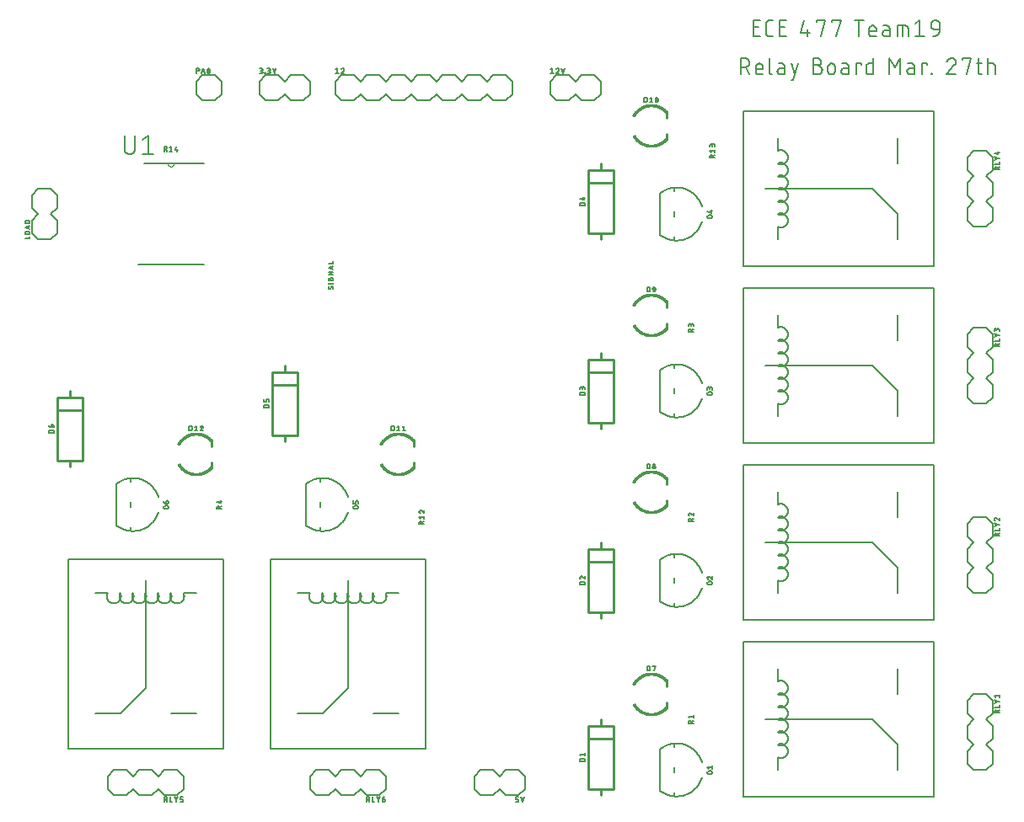
<source format=gbr>
G04 EAGLE Gerber RS-274X export*
G75*
%MOMM*%
%FSLAX34Y34*%
%LPD*%
%INSilkscreen Top*%
%IPPOS*%
%AMOC8*
5,1,8,0,0,1.08239X$1,22.5*%
G01*
%ADD10C,0.152400*%
%ADD11C,0.203200*%
%ADD12C,0.127000*%
%ADD13C,0.254000*%
%ADD14C,0.025400*%
%ADD15C,0.000000*%


D10*
X731887Y788162D02*
X724662Y788162D01*
X724662Y804418D01*
X731887Y804418D01*
X730081Y797193D02*
X724662Y797193D01*
X741231Y788162D02*
X744844Y788162D01*
X741231Y788162D02*
X741113Y788164D01*
X740995Y788170D01*
X740877Y788179D01*
X740760Y788193D01*
X740643Y788210D01*
X740526Y788231D01*
X740411Y788256D01*
X740296Y788285D01*
X740182Y788318D01*
X740070Y788354D01*
X739959Y788394D01*
X739849Y788437D01*
X739740Y788484D01*
X739633Y788534D01*
X739528Y788589D01*
X739425Y788646D01*
X739324Y788707D01*
X739224Y788771D01*
X739127Y788838D01*
X739032Y788908D01*
X738940Y788982D01*
X738849Y789058D01*
X738762Y789138D01*
X738677Y789220D01*
X738595Y789305D01*
X738515Y789392D01*
X738439Y789483D01*
X738365Y789575D01*
X738295Y789670D01*
X738228Y789767D01*
X738164Y789867D01*
X738103Y789968D01*
X738046Y790071D01*
X737991Y790176D01*
X737941Y790283D01*
X737894Y790392D01*
X737851Y790502D01*
X737811Y790613D01*
X737775Y790725D01*
X737742Y790839D01*
X737713Y790954D01*
X737688Y791069D01*
X737667Y791186D01*
X737650Y791303D01*
X737636Y791420D01*
X737627Y791538D01*
X737621Y791656D01*
X737619Y791774D01*
X737619Y800806D01*
X737621Y800924D01*
X737627Y801042D01*
X737636Y801160D01*
X737650Y801277D01*
X737667Y801394D01*
X737688Y801511D01*
X737713Y801626D01*
X737742Y801741D01*
X737775Y801855D01*
X737811Y801967D01*
X737851Y802078D01*
X737894Y802188D01*
X737941Y802297D01*
X737991Y802404D01*
X738045Y802509D01*
X738103Y802612D01*
X738164Y802713D01*
X738228Y802813D01*
X738295Y802910D01*
X738365Y803005D01*
X738439Y803097D01*
X738515Y803188D01*
X738595Y803275D01*
X738677Y803360D01*
X738762Y803442D01*
X738849Y803522D01*
X738940Y803598D01*
X739032Y803672D01*
X739127Y803742D01*
X739224Y803809D01*
X739324Y803873D01*
X739425Y803934D01*
X739528Y803991D01*
X739633Y804045D01*
X739740Y804096D01*
X739849Y804143D01*
X739959Y804186D01*
X740070Y804226D01*
X740182Y804262D01*
X740296Y804295D01*
X740411Y804324D01*
X740526Y804349D01*
X740643Y804370D01*
X740760Y804387D01*
X740877Y804401D01*
X740995Y804410D01*
X741113Y804416D01*
X741231Y804418D01*
X744844Y804418D01*
X751235Y788162D02*
X758460Y788162D01*
X751235Y788162D02*
X751235Y804418D01*
X758460Y804418D01*
X756654Y797193D02*
X751235Y797193D01*
X772568Y791774D02*
X776180Y804418D01*
X772568Y791774D02*
X781599Y791774D01*
X778890Y795387D02*
X778890Y788162D01*
X788199Y802612D02*
X788199Y804418D01*
X797230Y804418D01*
X792715Y788162D01*
X803830Y802612D02*
X803830Y804418D01*
X812861Y804418D01*
X808346Y788162D01*
X831272Y788162D02*
X831272Y804418D01*
X835787Y804418D02*
X826756Y804418D01*
X843916Y788162D02*
X848431Y788162D01*
X843916Y788162D02*
X843815Y788164D01*
X843714Y788170D01*
X843613Y788179D01*
X843512Y788192D01*
X843412Y788209D01*
X843313Y788230D01*
X843215Y788254D01*
X843118Y788282D01*
X843021Y788314D01*
X842926Y788349D01*
X842833Y788388D01*
X842741Y788430D01*
X842650Y788476D01*
X842562Y788525D01*
X842475Y788577D01*
X842390Y788633D01*
X842307Y788691D01*
X842227Y788753D01*
X842149Y788818D01*
X842073Y788885D01*
X842000Y788955D01*
X841930Y789028D01*
X841863Y789104D01*
X841798Y789182D01*
X841736Y789262D01*
X841678Y789345D01*
X841622Y789430D01*
X841570Y789517D01*
X841521Y789605D01*
X841475Y789696D01*
X841433Y789788D01*
X841394Y789881D01*
X841359Y789976D01*
X841327Y790073D01*
X841299Y790170D01*
X841275Y790268D01*
X841254Y790367D01*
X841237Y790467D01*
X841224Y790568D01*
X841215Y790669D01*
X841209Y790770D01*
X841207Y790871D01*
X841206Y790871D02*
X841206Y795387D01*
X841207Y795387D02*
X841209Y795506D01*
X841215Y795626D01*
X841225Y795745D01*
X841239Y795863D01*
X841256Y795982D01*
X841278Y796099D01*
X841303Y796216D01*
X841333Y796331D01*
X841366Y796446D01*
X841403Y796560D01*
X841443Y796672D01*
X841488Y796783D01*
X841536Y796892D01*
X841587Y797000D01*
X841642Y797106D01*
X841701Y797210D01*
X841763Y797312D01*
X841828Y797412D01*
X841897Y797510D01*
X841969Y797606D01*
X842044Y797699D01*
X842121Y797789D01*
X842202Y797877D01*
X842286Y797962D01*
X842373Y798044D01*
X842462Y798124D01*
X842554Y798200D01*
X842648Y798274D01*
X842745Y798344D01*
X842843Y798411D01*
X842944Y798475D01*
X843048Y798535D01*
X843153Y798592D01*
X843260Y798645D01*
X843368Y798695D01*
X843478Y798741D01*
X843590Y798783D01*
X843703Y798822D01*
X843817Y798857D01*
X843932Y798888D01*
X844049Y798916D01*
X844166Y798939D01*
X844283Y798959D01*
X844402Y798975D01*
X844521Y798987D01*
X844640Y798995D01*
X844759Y798999D01*
X844879Y798999D01*
X844998Y798995D01*
X845117Y798987D01*
X845236Y798975D01*
X845355Y798959D01*
X845472Y798939D01*
X845589Y798916D01*
X845706Y798888D01*
X845821Y798857D01*
X845935Y798822D01*
X846048Y798783D01*
X846160Y798741D01*
X846270Y798695D01*
X846378Y798645D01*
X846485Y798592D01*
X846590Y798535D01*
X846694Y798475D01*
X846795Y798411D01*
X846893Y798344D01*
X846990Y798274D01*
X847084Y798200D01*
X847176Y798124D01*
X847265Y798044D01*
X847352Y797962D01*
X847436Y797877D01*
X847517Y797789D01*
X847594Y797699D01*
X847669Y797606D01*
X847741Y797510D01*
X847810Y797412D01*
X847875Y797312D01*
X847937Y797210D01*
X847996Y797106D01*
X848051Y797000D01*
X848102Y796892D01*
X848150Y796783D01*
X848195Y796672D01*
X848235Y796560D01*
X848272Y796446D01*
X848305Y796331D01*
X848335Y796216D01*
X848360Y796099D01*
X848382Y795982D01*
X848399Y795863D01*
X848413Y795745D01*
X848423Y795626D01*
X848429Y795506D01*
X848431Y795387D01*
X848431Y793581D01*
X841206Y793581D01*
X857841Y794484D02*
X861905Y794484D01*
X857841Y794484D02*
X857729Y794482D01*
X857618Y794476D01*
X857507Y794466D01*
X857396Y794453D01*
X857286Y794435D01*
X857177Y794413D01*
X857068Y794388D01*
X856960Y794359D01*
X856854Y794326D01*
X856748Y794289D01*
X856644Y794249D01*
X856542Y794205D01*
X856441Y794157D01*
X856342Y794106D01*
X856244Y794051D01*
X856149Y793993D01*
X856056Y793932D01*
X855965Y793867D01*
X855876Y793799D01*
X855790Y793728D01*
X855707Y793655D01*
X855626Y793578D01*
X855547Y793498D01*
X855472Y793416D01*
X855400Y793331D01*
X855330Y793244D01*
X855264Y793154D01*
X855201Y793062D01*
X855141Y792967D01*
X855085Y792871D01*
X855032Y792773D01*
X854983Y792673D01*
X854937Y792571D01*
X854895Y792468D01*
X854856Y792363D01*
X854821Y792257D01*
X854790Y792150D01*
X854763Y792042D01*
X854739Y791933D01*
X854720Y791823D01*
X854704Y791713D01*
X854692Y791602D01*
X854684Y791490D01*
X854680Y791379D01*
X854680Y791267D01*
X854684Y791156D01*
X854692Y791044D01*
X854704Y790933D01*
X854720Y790823D01*
X854739Y790713D01*
X854763Y790604D01*
X854790Y790496D01*
X854821Y790389D01*
X854856Y790283D01*
X854895Y790178D01*
X854937Y790075D01*
X854983Y789973D01*
X855032Y789873D01*
X855085Y789775D01*
X855141Y789679D01*
X855201Y789584D01*
X855264Y789492D01*
X855330Y789402D01*
X855400Y789315D01*
X855472Y789230D01*
X855547Y789148D01*
X855626Y789068D01*
X855707Y788991D01*
X855790Y788918D01*
X855876Y788847D01*
X855965Y788779D01*
X856056Y788714D01*
X856149Y788653D01*
X856244Y788595D01*
X856342Y788540D01*
X856441Y788489D01*
X856542Y788441D01*
X856644Y788397D01*
X856748Y788357D01*
X856854Y788320D01*
X856960Y788287D01*
X857068Y788258D01*
X857177Y788233D01*
X857286Y788211D01*
X857396Y788193D01*
X857507Y788180D01*
X857618Y788170D01*
X857729Y788164D01*
X857841Y788162D01*
X861905Y788162D01*
X861905Y796290D01*
X861903Y796391D01*
X861897Y796492D01*
X861888Y796593D01*
X861875Y796694D01*
X861858Y796794D01*
X861837Y796893D01*
X861813Y796991D01*
X861785Y797088D01*
X861753Y797185D01*
X861718Y797280D01*
X861679Y797373D01*
X861637Y797465D01*
X861591Y797556D01*
X861542Y797645D01*
X861490Y797731D01*
X861434Y797816D01*
X861376Y797899D01*
X861314Y797979D01*
X861249Y798057D01*
X861182Y798133D01*
X861112Y798206D01*
X861039Y798276D01*
X860963Y798343D01*
X860885Y798408D01*
X860805Y798470D01*
X860722Y798528D01*
X860637Y798584D01*
X860551Y798636D01*
X860462Y798685D01*
X860371Y798731D01*
X860279Y798773D01*
X860186Y798812D01*
X860091Y798847D01*
X859994Y798879D01*
X859897Y798907D01*
X859799Y798931D01*
X859700Y798952D01*
X859600Y798969D01*
X859499Y798982D01*
X859398Y798991D01*
X859297Y798997D01*
X859196Y798999D01*
X855583Y798999D01*
X869620Y798999D02*
X869620Y788162D01*
X869620Y798999D02*
X877748Y798999D01*
X877849Y798997D01*
X877950Y798991D01*
X878051Y798982D01*
X878152Y798969D01*
X878252Y798952D01*
X878351Y798931D01*
X878449Y798907D01*
X878546Y798879D01*
X878643Y798847D01*
X878738Y798812D01*
X878831Y798773D01*
X878923Y798731D01*
X879014Y798685D01*
X879103Y798636D01*
X879189Y798584D01*
X879274Y798528D01*
X879357Y798470D01*
X879437Y798408D01*
X879515Y798343D01*
X879591Y798276D01*
X879664Y798206D01*
X879734Y798133D01*
X879801Y798057D01*
X879866Y797979D01*
X879928Y797899D01*
X879986Y797816D01*
X880042Y797731D01*
X880094Y797645D01*
X880143Y797556D01*
X880189Y797465D01*
X880231Y797373D01*
X880270Y797280D01*
X880305Y797185D01*
X880337Y797088D01*
X880365Y796991D01*
X880389Y796893D01*
X880410Y796794D01*
X880427Y796694D01*
X880440Y796593D01*
X880449Y796492D01*
X880455Y796391D01*
X880457Y796290D01*
X880458Y796290D02*
X880458Y788162D01*
X875039Y788162D02*
X875039Y798999D01*
X887718Y800806D02*
X892233Y804418D01*
X892233Y788162D01*
X887718Y788162D02*
X896749Y788162D01*
X906962Y795387D02*
X912380Y795387D01*
X906962Y795387D02*
X906844Y795389D01*
X906726Y795395D01*
X906608Y795404D01*
X906491Y795418D01*
X906374Y795435D01*
X906257Y795456D01*
X906142Y795481D01*
X906027Y795510D01*
X905913Y795543D01*
X905801Y795579D01*
X905690Y795619D01*
X905580Y795662D01*
X905471Y795709D01*
X905364Y795759D01*
X905259Y795814D01*
X905156Y795871D01*
X905055Y795932D01*
X904955Y795996D01*
X904858Y796063D01*
X904763Y796133D01*
X904671Y796207D01*
X904580Y796283D01*
X904493Y796363D01*
X904408Y796445D01*
X904326Y796530D01*
X904246Y796617D01*
X904170Y796708D01*
X904096Y796800D01*
X904026Y796895D01*
X903959Y796992D01*
X903895Y797092D01*
X903834Y797193D01*
X903777Y797296D01*
X903722Y797401D01*
X903672Y797508D01*
X903625Y797617D01*
X903582Y797727D01*
X903542Y797838D01*
X903506Y797950D01*
X903473Y798064D01*
X903444Y798179D01*
X903419Y798294D01*
X903398Y798411D01*
X903381Y798528D01*
X903367Y798645D01*
X903358Y798763D01*
X903352Y798881D01*
X903350Y798999D01*
X903349Y798999D02*
X903349Y799902D01*
X903351Y800035D01*
X903357Y800167D01*
X903367Y800299D01*
X903380Y800431D01*
X903398Y800563D01*
X903419Y800693D01*
X903444Y800824D01*
X903473Y800953D01*
X903506Y801081D01*
X903542Y801209D01*
X903582Y801335D01*
X903626Y801460D01*
X903674Y801584D01*
X903725Y801706D01*
X903780Y801827D01*
X903838Y801946D01*
X903900Y802064D01*
X903965Y802179D01*
X904034Y802293D01*
X904105Y802404D01*
X904181Y802513D01*
X904259Y802620D01*
X904340Y802725D01*
X904425Y802827D01*
X904512Y802927D01*
X904602Y803024D01*
X904695Y803119D01*
X904791Y803210D01*
X904889Y803299D01*
X904990Y803385D01*
X905094Y803468D01*
X905200Y803548D01*
X905308Y803624D01*
X905418Y803698D01*
X905531Y803768D01*
X905645Y803835D01*
X905762Y803898D01*
X905880Y803958D01*
X906000Y804015D01*
X906122Y804068D01*
X906245Y804117D01*
X906369Y804163D01*
X906495Y804205D01*
X906622Y804243D01*
X906750Y804278D01*
X906879Y804309D01*
X907008Y804336D01*
X907139Y804359D01*
X907270Y804379D01*
X907402Y804394D01*
X907534Y804406D01*
X907666Y804414D01*
X907799Y804418D01*
X907931Y804418D01*
X908064Y804414D01*
X908196Y804406D01*
X908328Y804394D01*
X908460Y804379D01*
X908591Y804359D01*
X908722Y804336D01*
X908851Y804309D01*
X908980Y804278D01*
X909108Y804243D01*
X909235Y804205D01*
X909361Y804163D01*
X909485Y804117D01*
X909608Y804068D01*
X909730Y804015D01*
X909850Y803958D01*
X909968Y803898D01*
X910085Y803835D01*
X910199Y803768D01*
X910312Y803698D01*
X910422Y803624D01*
X910530Y803548D01*
X910636Y803468D01*
X910740Y803385D01*
X910841Y803299D01*
X910939Y803210D01*
X911035Y803119D01*
X911128Y803024D01*
X911218Y802927D01*
X911305Y802827D01*
X911390Y802725D01*
X911471Y802620D01*
X911549Y802513D01*
X911625Y802404D01*
X911696Y802293D01*
X911765Y802179D01*
X911830Y802064D01*
X911892Y801946D01*
X911950Y801827D01*
X912005Y801706D01*
X912056Y801584D01*
X912104Y801460D01*
X912148Y801335D01*
X912188Y801209D01*
X912224Y801081D01*
X912257Y800953D01*
X912286Y800824D01*
X912311Y800693D01*
X912332Y800563D01*
X912350Y800431D01*
X912363Y800299D01*
X912373Y800167D01*
X912379Y800035D01*
X912381Y799902D01*
X912380Y799902D02*
X912380Y795387D01*
X912378Y795212D01*
X912372Y795038D01*
X912361Y794864D01*
X912346Y794690D01*
X912327Y794516D01*
X912304Y794343D01*
X912277Y794171D01*
X912245Y793999D01*
X912210Y793828D01*
X912170Y793658D01*
X912126Y793489D01*
X912078Y793321D01*
X912026Y793154D01*
X911970Y792989D01*
X911910Y792825D01*
X911847Y792662D01*
X911779Y792502D01*
X911707Y792342D01*
X911632Y792185D01*
X911552Y792029D01*
X911469Y791876D01*
X911383Y791724D01*
X911292Y791575D01*
X911198Y791428D01*
X911101Y791283D01*
X911000Y791140D01*
X910896Y791000D01*
X910788Y790863D01*
X910677Y790728D01*
X910563Y790596D01*
X910446Y790467D01*
X910325Y790340D01*
X910202Y790217D01*
X910075Y790096D01*
X909946Y789979D01*
X909814Y789865D01*
X909679Y789754D01*
X909542Y789646D01*
X909402Y789542D01*
X909259Y789441D01*
X909114Y789344D01*
X908967Y789250D01*
X908818Y789159D01*
X908666Y789073D01*
X908513Y788990D01*
X908357Y788910D01*
X908200Y788835D01*
X908040Y788763D01*
X907880Y788695D01*
X907717Y788632D01*
X907553Y788572D01*
X907388Y788516D01*
X907221Y788464D01*
X907053Y788416D01*
X906884Y788372D01*
X906714Y788332D01*
X906543Y788297D01*
X906371Y788265D01*
X906199Y788238D01*
X906026Y788215D01*
X905852Y788196D01*
X905678Y788181D01*
X905504Y788170D01*
X905330Y788164D01*
X905155Y788162D01*
X711962Y766318D02*
X711962Y750062D01*
X711962Y766318D02*
X716478Y766318D01*
X716611Y766316D01*
X716743Y766310D01*
X716875Y766300D01*
X717007Y766287D01*
X717139Y766269D01*
X717269Y766248D01*
X717400Y766223D01*
X717529Y766194D01*
X717657Y766161D01*
X717785Y766125D01*
X717911Y766085D01*
X718036Y766041D01*
X718160Y765993D01*
X718282Y765942D01*
X718403Y765887D01*
X718522Y765829D01*
X718640Y765767D01*
X718755Y765702D01*
X718869Y765633D01*
X718980Y765562D01*
X719089Y765486D01*
X719196Y765408D01*
X719301Y765327D01*
X719403Y765242D01*
X719503Y765155D01*
X719600Y765065D01*
X719695Y764972D01*
X719786Y764876D01*
X719875Y764778D01*
X719961Y764677D01*
X720044Y764573D01*
X720124Y764467D01*
X720200Y764359D01*
X720274Y764249D01*
X720344Y764136D01*
X720411Y764022D01*
X720474Y763905D01*
X720534Y763787D01*
X720591Y763667D01*
X720644Y763545D01*
X720693Y763422D01*
X720739Y763298D01*
X720781Y763172D01*
X720819Y763045D01*
X720854Y762917D01*
X720885Y762788D01*
X720912Y762659D01*
X720935Y762528D01*
X720955Y762397D01*
X720970Y762265D01*
X720982Y762133D01*
X720990Y762001D01*
X720994Y761868D01*
X720994Y761736D01*
X720990Y761603D01*
X720982Y761471D01*
X720970Y761339D01*
X720955Y761207D01*
X720935Y761076D01*
X720912Y760945D01*
X720885Y760816D01*
X720854Y760687D01*
X720819Y760559D01*
X720781Y760432D01*
X720739Y760306D01*
X720693Y760182D01*
X720644Y760059D01*
X720591Y759937D01*
X720534Y759817D01*
X720474Y759699D01*
X720411Y759582D01*
X720344Y759468D01*
X720274Y759355D01*
X720200Y759245D01*
X720124Y759137D01*
X720044Y759031D01*
X719961Y758927D01*
X719875Y758826D01*
X719786Y758728D01*
X719695Y758632D01*
X719600Y758539D01*
X719503Y758449D01*
X719403Y758362D01*
X719301Y758277D01*
X719196Y758196D01*
X719089Y758118D01*
X718980Y758042D01*
X718869Y757971D01*
X718755Y757902D01*
X718640Y757837D01*
X718522Y757775D01*
X718403Y757717D01*
X718282Y757662D01*
X718160Y757611D01*
X718036Y757563D01*
X717911Y757519D01*
X717785Y757479D01*
X717657Y757443D01*
X717529Y757410D01*
X717400Y757381D01*
X717269Y757356D01*
X717139Y757335D01*
X717007Y757317D01*
X716875Y757304D01*
X716743Y757294D01*
X716611Y757288D01*
X716478Y757286D01*
X716478Y757287D02*
X711962Y757287D01*
X717381Y757287D02*
X720993Y750062D01*
X730072Y750062D02*
X734588Y750062D01*
X730072Y750062D02*
X729971Y750064D01*
X729870Y750070D01*
X729769Y750079D01*
X729668Y750092D01*
X729568Y750109D01*
X729469Y750130D01*
X729371Y750154D01*
X729274Y750182D01*
X729177Y750214D01*
X729082Y750249D01*
X728989Y750288D01*
X728897Y750330D01*
X728806Y750376D01*
X728718Y750425D01*
X728631Y750477D01*
X728546Y750533D01*
X728463Y750591D01*
X728383Y750653D01*
X728305Y750718D01*
X728229Y750785D01*
X728156Y750855D01*
X728086Y750928D01*
X728019Y751004D01*
X727954Y751082D01*
X727892Y751162D01*
X727834Y751245D01*
X727778Y751330D01*
X727726Y751417D01*
X727677Y751505D01*
X727631Y751596D01*
X727589Y751688D01*
X727550Y751781D01*
X727515Y751876D01*
X727483Y751973D01*
X727455Y752070D01*
X727431Y752168D01*
X727410Y752267D01*
X727393Y752367D01*
X727380Y752468D01*
X727371Y752569D01*
X727365Y752670D01*
X727363Y752771D01*
X727363Y757287D01*
X727365Y757406D01*
X727371Y757526D01*
X727381Y757645D01*
X727395Y757763D01*
X727412Y757882D01*
X727434Y757999D01*
X727459Y758116D01*
X727489Y758231D01*
X727522Y758346D01*
X727559Y758460D01*
X727599Y758572D01*
X727644Y758683D01*
X727692Y758792D01*
X727743Y758900D01*
X727798Y759006D01*
X727857Y759110D01*
X727919Y759212D01*
X727984Y759312D01*
X728053Y759410D01*
X728125Y759506D01*
X728200Y759599D01*
X728277Y759689D01*
X728358Y759777D01*
X728442Y759862D01*
X728529Y759944D01*
X728618Y760024D01*
X728710Y760100D01*
X728804Y760174D01*
X728901Y760244D01*
X728999Y760311D01*
X729100Y760375D01*
X729204Y760435D01*
X729309Y760492D01*
X729416Y760545D01*
X729524Y760595D01*
X729634Y760641D01*
X729746Y760683D01*
X729859Y760722D01*
X729973Y760757D01*
X730088Y760788D01*
X730205Y760816D01*
X730322Y760839D01*
X730439Y760859D01*
X730558Y760875D01*
X730677Y760887D01*
X730796Y760895D01*
X730915Y760899D01*
X731035Y760899D01*
X731154Y760895D01*
X731273Y760887D01*
X731392Y760875D01*
X731511Y760859D01*
X731628Y760839D01*
X731745Y760816D01*
X731862Y760788D01*
X731977Y760757D01*
X732091Y760722D01*
X732204Y760683D01*
X732316Y760641D01*
X732426Y760595D01*
X732534Y760545D01*
X732641Y760492D01*
X732746Y760435D01*
X732850Y760375D01*
X732951Y760311D01*
X733049Y760244D01*
X733146Y760174D01*
X733240Y760100D01*
X733332Y760024D01*
X733421Y759944D01*
X733508Y759862D01*
X733592Y759777D01*
X733673Y759689D01*
X733750Y759599D01*
X733825Y759506D01*
X733897Y759410D01*
X733966Y759312D01*
X734031Y759212D01*
X734093Y759110D01*
X734152Y759006D01*
X734207Y758900D01*
X734258Y758792D01*
X734306Y758683D01*
X734351Y758572D01*
X734391Y758460D01*
X734428Y758346D01*
X734461Y758231D01*
X734491Y758116D01*
X734516Y757999D01*
X734538Y757882D01*
X734555Y757763D01*
X734569Y757645D01*
X734579Y757526D01*
X734585Y757406D01*
X734587Y757287D01*
X734588Y757287D02*
X734588Y755481D01*
X727363Y755481D01*
X741147Y752771D02*
X741147Y766318D01*
X741147Y752771D02*
X741149Y752670D01*
X741155Y752569D01*
X741164Y752468D01*
X741177Y752367D01*
X741194Y752267D01*
X741215Y752168D01*
X741239Y752070D01*
X741267Y751973D01*
X741299Y751876D01*
X741334Y751781D01*
X741373Y751688D01*
X741415Y751596D01*
X741461Y751505D01*
X741510Y751417D01*
X741562Y751330D01*
X741618Y751245D01*
X741676Y751162D01*
X741738Y751082D01*
X741803Y751004D01*
X741870Y750928D01*
X741940Y750855D01*
X742013Y750785D01*
X742089Y750718D01*
X742167Y750653D01*
X742247Y750591D01*
X742330Y750533D01*
X742415Y750477D01*
X742502Y750425D01*
X742590Y750376D01*
X742681Y750330D01*
X742773Y750288D01*
X742866Y750249D01*
X742961Y750214D01*
X743058Y750182D01*
X743155Y750154D01*
X743253Y750130D01*
X743352Y750109D01*
X743452Y750092D01*
X743553Y750079D01*
X743654Y750070D01*
X743755Y750064D01*
X743856Y750062D01*
X752334Y756384D02*
X756398Y756384D01*
X752334Y756384D02*
X752222Y756382D01*
X752111Y756376D01*
X752000Y756366D01*
X751889Y756353D01*
X751779Y756335D01*
X751670Y756313D01*
X751561Y756288D01*
X751453Y756259D01*
X751347Y756226D01*
X751241Y756189D01*
X751137Y756149D01*
X751035Y756105D01*
X750934Y756057D01*
X750835Y756006D01*
X750737Y755951D01*
X750642Y755893D01*
X750549Y755832D01*
X750458Y755767D01*
X750369Y755699D01*
X750283Y755628D01*
X750200Y755555D01*
X750119Y755478D01*
X750040Y755398D01*
X749965Y755316D01*
X749893Y755231D01*
X749823Y755144D01*
X749757Y755054D01*
X749694Y754962D01*
X749634Y754867D01*
X749578Y754771D01*
X749525Y754673D01*
X749476Y754573D01*
X749430Y754471D01*
X749388Y754368D01*
X749349Y754263D01*
X749314Y754157D01*
X749283Y754050D01*
X749256Y753942D01*
X749232Y753833D01*
X749213Y753723D01*
X749197Y753613D01*
X749185Y753502D01*
X749177Y753390D01*
X749173Y753279D01*
X749173Y753167D01*
X749177Y753056D01*
X749185Y752944D01*
X749197Y752833D01*
X749213Y752723D01*
X749232Y752613D01*
X749256Y752504D01*
X749283Y752396D01*
X749314Y752289D01*
X749349Y752183D01*
X749388Y752078D01*
X749430Y751975D01*
X749476Y751873D01*
X749525Y751773D01*
X749578Y751675D01*
X749634Y751579D01*
X749694Y751484D01*
X749757Y751392D01*
X749823Y751302D01*
X749893Y751215D01*
X749965Y751130D01*
X750040Y751048D01*
X750119Y750968D01*
X750200Y750891D01*
X750283Y750818D01*
X750369Y750747D01*
X750458Y750679D01*
X750549Y750614D01*
X750642Y750553D01*
X750737Y750495D01*
X750835Y750440D01*
X750934Y750389D01*
X751035Y750341D01*
X751137Y750297D01*
X751241Y750257D01*
X751347Y750220D01*
X751453Y750187D01*
X751561Y750158D01*
X751670Y750133D01*
X751779Y750111D01*
X751889Y750093D01*
X752000Y750080D01*
X752111Y750070D01*
X752222Y750064D01*
X752334Y750062D01*
X756398Y750062D01*
X756398Y758190D01*
X756396Y758291D01*
X756390Y758392D01*
X756381Y758493D01*
X756368Y758594D01*
X756351Y758694D01*
X756330Y758793D01*
X756306Y758891D01*
X756278Y758988D01*
X756246Y759085D01*
X756211Y759180D01*
X756172Y759273D01*
X756130Y759365D01*
X756084Y759456D01*
X756035Y759545D01*
X755983Y759631D01*
X755927Y759716D01*
X755869Y759799D01*
X755807Y759879D01*
X755742Y759957D01*
X755675Y760033D01*
X755605Y760106D01*
X755532Y760176D01*
X755456Y760243D01*
X755378Y760308D01*
X755298Y760370D01*
X755215Y760428D01*
X755130Y760484D01*
X755044Y760536D01*
X754955Y760585D01*
X754864Y760631D01*
X754772Y760673D01*
X754679Y760712D01*
X754584Y760747D01*
X754487Y760779D01*
X754390Y760807D01*
X754292Y760831D01*
X754193Y760852D01*
X754093Y760869D01*
X753992Y760882D01*
X753891Y760891D01*
X753790Y760897D01*
X753689Y760899D01*
X750076Y760899D01*
X762793Y744643D02*
X764600Y744643D01*
X770018Y760899D01*
X762793Y760899D02*
X766406Y750062D01*
X785027Y759093D02*
X789543Y759093D01*
X789543Y759094D02*
X789676Y759092D01*
X789808Y759086D01*
X789940Y759076D01*
X790072Y759063D01*
X790204Y759045D01*
X790334Y759024D01*
X790465Y758999D01*
X790594Y758970D01*
X790722Y758937D01*
X790850Y758901D01*
X790976Y758861D01*
X791101Y758817D01*
X791225Y758769D01*
X791347Y758718D01*
X791468Y758663D01*
X791587Y758605D01*
X791705Y758543D01*
X791820Y758478D01*
X791934Y758409D01*
X792045Y758338D01*
X792154Y758262D01*
X792261Y758184D01*
X792366Y758103D01*
X792468Y758018D01*
X792568Y757931D01*
X792665Y757841D01*
X792760Y757748D01*
X792851Y757652D01*
X792940Y757554D01*
X793026Y757453D01*
X793109Y757349D01*
X793189Y757243D01*
X793265Y757135D01*
X793339Y757025D01*
X793409Y756912D01*
X793476Y756798D01*
X793539Y756681D01*
X793599Y756563D01*
X793656Y756443D01*
X793709Y756321D01*
X793758Y756198D01*
X793804Y756074D01*
X793846Y755948D01*
X793884Y755821D01*
X793919Y755693D01*
X793950Y755564D01*
X793977Y755435D01*
X794000Y755304D01*
X794020Y755173D01*
X794035Y755041D01*
X794047Y754909D01*
X794055Y754777D01*
X794059Y754644D01*
X794059Y754512D01*
X794055Y754379D01*
X794047Y754247D01*
X794035Y754115D01*
X794020Y753983D01*
X794000Y753852D01*
X793977Y753721D01*
X793950Y753592D01*
X793919Y753463D01*
X793884Y753335D01*
X793846Y753208D01*
X793804Y753082D01*
X793758Y752958D01*
X793709Y752835D01*
X793656Y752713D01*
X793599Y752593D01*
X793539Y752475D01*
X793476Y752358D01*
X793409Y752244D01*
X793339Y752131D01*
X793265Y752021D01*
X793189Y751913D01*
X793109Y751807D01*
X793026Y751703D01*
X792940Y751602D01*
X792851Y751504D01*
X792760Y751408D01*
X792665Y751315D01*
X792568Y751225D01*
X792468Y751138D01*
X792366Y751053D01*
X792261Y750972D01*
X792154Y750894D01*
X792045Y750818D01*
X791934Y750747D01*
X791820Y750678D01*
X791705Y750613D01*
X791587Y750551D01*
X791468Y750493D01*
X791347Y750438D01*
X791225Y750387D01*
X791101Y750339D01*
X790976Y750295D01*
X790850Y750255D01*
X790722Y750219D01*
X790594Y750186D01*
X790465Y750157D01*
X790334Y750132D01*
X790204Y750111D01*
X790072Y750093D01*
X789940Y750080D01*
X789808Y750070D01*
X789676Y750064D01*
X789543Y750062D01*
X785027Y750062D01*
X785027Y766318D01*
X789543Y766318D01*
X789662Y766316D01*
X789782Y766310D01*
X789901Y766300D01*
X790019Y766286D01*
X790138Y766269D01*
X790255Y766247D01*
X790372Y766222D01*
X790487Y766192D01*
X790602Y766159D01*
X790716Y766122D01*
X790828Y766082D01*
X790939Y766037D01*
X791048Y765989D01*
X791156Y765938D01*
X791262Y765883D01*
X791366Y765824D01*
X791468Y765762D01*
X791568Y765697D01*
X791666Y765628D01*
X791762Y765556D01*
X791855Y765481D01*
X791945Y765404D01*
X792033Y765323D01*
X792118Y765239D01*
X792200Y765152D01*
X792280Y765063D01*
X792356Y764971D01*
X792430Y764877D01*
X792500Y764780D01*
X792567Y764682D01*
X792631Y764581D01*
X792691Y764477D01*
X792748Y764372D01*
X792801Y764265D01*
X792851Y764157D01*
X792897Y764047D01*
X792939Y763935D01*
X792978Y763822D01*
X793013Y763708D01*
X793044Y763593D01*
X793072Y763476D01*
X793095Y763359D01*
X793115Y763242D01*
X793131Y763123D01*
X793143Y763004D01*
X793151Y762885D01*
X793155Y762766D01*
X793155Y762646D01*
X793151Y762527D01*
X793143Y762408D01*
X793131Y762289D01*
X793115Y762170D01*
X793095Y762053D01*
X793072Y761936D01*
X793044Y761819D01*
X793013Y761704D01*
X792978Y761590D01*
X792939Y761477D01*
X792897Y761365D01*
X792851Y761255D01*
X792801Y761147D01*
X792748Y761040D01*
X792691Y760935D01*
X792631Y760831D01*
X792567Y760730D01*
X792500Y760632D01*
X792430Y760535D01*
X792356Y760441D01*
X792280Y760349D01*
X792200Y760260D01*
X792118Y760173D01*
X792033Y760089D01*
X791945Y760008D01*
X791855Y759931D01*
X791762Y759856D01*
X791666Y759784D01*
X791568Y759715D01*
X791468Y759650D01*
X791366Y759588D01*
X791262Y759529D01*
X791156Y759474D01*
X791048Y759423D01*
X790939Y759375D01*
X790828Y759330D01*
X790716Y759290D01*
X790602Y759253D01*
X790487Y759220D01*
X790372Y759190D01*
X790255Y759165D01*
X790138Y759143D01*
X790019Y759126D01*
X789901Y759112D01*
X789782Y759102D01*
X789662Y759096D01*
X789543Y759094D01*
X799787Y757287D02*
X799787Y753674D01*
X799788Y757287D02*
X799790Y757406D01*
X799796Y757526D01*
X799806Y757645D01*
X799820Y757763D01*
X799837Y757882D01*
X799859Y757999D01*
X799884Y758116D01*
X799914Y758231D01*
X799947Y758346D01*
X799984Y758460D01*
X800024Y758572D01*
X800069Y758683D01*
X800117Y758792D01*
X800168Y758900D01*
X800223Y759006D01*
X800282Y759110D01*
X800344Y759212D01*
X800409Y759312D01*
X800478Y759410D01*
X800550Y759506D01*
X800625Y759599D01*
X800702Y759689D01*
X800783Y759777D01*
X800867Y759862D01*
X800954Y759944D01*
X801043Y760024D01*
X801135Y760100D01*
X801229Y760174D01*
X801326Y760244D01*
X801424Y760311D01*
X801525Y760375D01*
X801629Y760435D01*
X801734Y760492D01*
X801841Y760545D01*
X801949Y760595D01*
X802059Y760641D01*
X802171Y760683D01*
X802284Y760722D01*
X802398Y760757D01*
X802513Y760788D01*
X802630Y760816D01*
X802747Y760839D01*
X802864Y760859D01*
X802983Y760875D01*
X803102Y760887D01*
X803221Y760895D01*
X803340Y760899D01*
X803460Y760899D01*
X803579Y760895D01*
X803698Y760887D01*
X803817Y760875D01*
X803936Y760859D01*
X804053Y760839D01*
X804170Y760816D01*
X804287Y760788D01*
X804402Y760757D01*
X804516Y760722D01*
X804629Y760683D01*
X804741Y760641D01*
X804851Y760595D01*
X804959Y760545D01*
X805066Y760492D01*
X805171Y760435D01*
X805275Y760375D01*
X805376Y760311D01*
X805474Y760244D01*
X805571Y760174D01*
X805665Y760100D01*
X805757Y760024D01*
X805846Y759944D01*
X805933Y759862D01*
X806017Y759777D01*
X806098Y759689D01*
X806175Y759599D01*
X806250Y759506D01*
X806322Y759410D01*
X806391Y759312D01*
X806456Y759212D01*
X806518Y759110D01*
X806577Y759006D01*
X806632Y758900D01*
X806683Y758792D01*
X806731Y758683D01*
X806776Y758572D01*
X806816Y758460D01*
X806853Y758346D01*
X806886Y758231D01*
X806916Y758116D01*
X806941Y757999D01*
X806963Y757882D01*
X806980Y757763D01*
X806994Y757645D01*
X807004Y757526D01*
X807010Y757406D01*
X807012Y757287D01*
X807012Y753674D01*
X807010Y753555D01*
X807004Y753435D01*
X806994Y753316D01*
X806980Y753198D01*
X806963Y753079D01*
X806941Y752962D01*
X806916Y752845D01*
X806886Y752730D01*
X806853Y752615D01*
X806816Y752501D01*
X806776Y752389D01*
X806731Y752278D01*
X806683Y752169D01*
X806632Y752061D01*
X806577Y751955D01*
X806518Y751851D01*
X806456Y751749D01*
X806391Y751649D01*
X806322Y751551D01*
X806250Y751455D01*
X806175Y751362D01*
X806098Y751272D01*
X806017Y751184D01*
X805933Y751099D01*
X805846Y751017D01*
X805757Y750937D01*
X805665Y750861D01*
X805571Y750787D01*
X805474Y750717D01*
X805376Y750650D01*
X805275Y750586D01*
X805171Y750526D01*
X805066Y750469D01*
X804959Y750416D01*
X804851Y750366D01*
X804741Y750320D01*
X804629Y750278D01*
X804516Y750239D01*
X804402Y750204D01*
X804287Y750173D01*
X804170Y750145D01*
X804053Y750122D01*
X803936Y750102D01*
X803817Y750086D01*
X803698Y750074D01*
X803579Y750066D01*
X803460Y750062D01*
X803340Y750062D01*
X803221Y750066D01*
X803102Y750074D01*
X802983Y750086D01*
X802864Y750102D01*
X802747Y750122D01*
X802630Y750145D01*
X802513Y750173D01*
X802398Y750204D01*
X802284Y750239D01*
X802171Y750278D01*
X802059Y750320D01*
X801949Y750366D01*
X801841Y750416D01*
X801734Y750469D01*
X801629Y750526D01*
X801525Y750586D01*
X801424Y750650D01*
X801326Y750717D01*
X801229Y750787D01*
X801135Y750861D01*
X801043Y750937D01*
X800954Y751017D01*
X800867Y751099D01*
X800783Y751184D01*
X800702Y751272D01*
X800625Y751362D01*
X800550Y751455D01*
X800478Y751551D01*
X800409Y751649D01*
X800344Y751749D01*
X800282Y751851D01*
X800223Y751955D01*
X800168Y752061D01*
X800117Y752169D01*
X800069Y752278D01*
X800024Y752389D01*
X799984Y752501D01*
X799947Y752615D01*
X799914Y752730D01*
X799884Y752845D01*
X799859Y752962D01*
X799837Y753079D01*
X799820Y753198D01*
X799806Y753316D01*
X799796Y753435D01*
X799790Y753555D01*
X799788Y753674D01*
X816422Y756384D02*
X820486Y756384D01*
X816422Y756384D02*
X816310Y756382D01*
X816199Y756376D01*
X816088Y756366D01*
X815977Y756353D01*
X815867Y756335D01*
X815758Y756313D01*
X815649Y756288D01*
X815541Y756259D01*
X815435Y756226D01*
X815329Y756189D01*
X815225Y756149D01*
X815123Y756105D01*
X815022Y756057D01*
X814923Y756006D01*
X814825Y755951D01*
X814730Y755893D01*
X814637Y755832D01*
X814546Y755767D01*
X814457Y755699D01*
X814371Y755628D01*
X814288Y755555D01*
X814207Y755478D01*
X814128Y755398D01*
X814053Y755316D01*
X813981Y755231D01*
X813911Y755144D01*
X813845Y755054D01*
X813782Y754962D01*
X813722Y754867D01*
X813666Y754771D01*
X813613Y754673D01*
X813564Y754573D01*
X813518Y754471D01*
X813476Y754368D01*
X813437Y754263D01*
X813402Y754157D01*
X813371Y754050D01*
X813344Y753942D01*
X813320Y753833D01*
X813301Y753723D01*
X813285Y753613D01*
X813273Y753502D01*
X813265Y753390D01*
X813261Y753279D01*
X813261Y753167D01*
X813265Y753056D01*
X813273Y752944D01*
X813285Y752833D01*
X813301Y752723D01*
X813320Y752613D01*
X813344Y752504D01*
X813371Y752396D01*
X813402Y752289D01*
X813437Y752183D01*
X813476Y752078D01*
X813518Y751975D01*
X813564Y751873D01*
X813613Y751773D01*
X813666Y751675D01*
X813722Y751579D01*
X813782Y751484D01*
X813845Y751392D01*
X813911Y751302D01*
X813981Y751215D01*
X814053Y751130D01*
X814128Y751048D01*
X814207Y750968D01*
X814288Y750891D01*
X814371Y750818D01*
X814457Y750747D01*
X814546Y750679D01*
X814637Y750614D01*
X814730Y750553D01*
X814825Y750495D01*
X814923Y750440D01*
X815022Y750389D01*
X815123Y750341D01*
X815225Y750297D01*
X815329Y750257D01*
X815435Y750220D01*
X815541Y750187D01*
X815649Y750158D01*
X815758Y750133D01*
X815867Y750111D01*
X815977Y750093D01*
X816088Y750080D01*
X816199Y750070D01*
X816310Y750064D01*
X816422Y750062D01*
X820486Y750062D01*
X820486Y758190D01*
X820484Y758291D01*
X820478Y758392D01*
X820469Y758493D01*
X820456Y758594D01*
X820439Y758694D01*
X820418Y758793D01*
X820394Y758891D01*
X820366Y758988D01*
X820334Y759085D01*
X820299Y759180D01*
X820260Y759273D01*
X820218Y759365D01*
X820172Y759456D01*
X820123Y759545D01*
X820071Y759631D01*
X820015Y759716D01*
X819957Y759799D01*
X819895Y759879D01*
X819830Y759957D01*
X819763Y760033D01*
X819693Y760106D01*
X819620Y760176D01*
X819544Y760243D01*
X819466Y760308D01*
X819386Y760370D01*
X819303Y760428D01*
X819218Y760484D01*
X819132Y760536D01*
X819043Y760585D01*
X818952Y760631D01*
X818860Y760673D01*
X818767Y760712D01*
X818672Y760747D01*
X818575Y760779D01*
X818478Y760807D01*
X818380Y760831D01*
X818281Y760852D01*
X818181Y760869D01*
X818080Y760882D01*
X817979Y760891D01*
X817878Y760897D01*
X817777Y760899D01*
X814164Y760899D01*
X828008Y760899D02*
X828008Y750062D01*
X828008Y760899D02*
X833427Y760899D01*
X833427Y759093D01*
X845496Y766318D02*
X845496Y750062D01*
X840980Y750062D01*
X840879Y750064D01*
X840778Y750070D01*
X840677Y750079D01*
X840576Y750092D01*
X840476Y750109D01*
X840377Y750130D01*
X840279Y750154D01*
X840182Y750182D01*
X840085Y750214D01*
X839990Y750249D01*
X839897Y750288D01*
X839805Y750330D01*
X839714Y750376D01*
X839626Y750425D01*
X839539Y750477D01*
X839454Y750533D01*
X839371Y750591D01*
X839291Y750653D01*
X839213Y750718D01*
X839137Y750785D01*
X839064Y750855D01*
X838994Y750928D01*
X838927Y751004D01*
X838862Y751082D01*
X838800Y751162D01*
X838742Y751245D01*
X838686Y751330D01*
X838634Y751417D01*
X838585Y751505D01*
X838539Y751596D01*
X838497Y751688D01*
X838458Y751781D01*
X838423Y751876D01*
X838391Y751973D01*
X838363Y752070D01*
X838339Y752168D01*
X838318Y752267D01*
X838301Y752367D01*
X838288Y752468D01*
X838279Y752569D01*
X838273Y752670D01*
X838271Y752771D01*
X838271Y758190D01*
X838273Y758291D01*
X838279Y758392D01*
X838288Y758493D01*
X838301Y758594D01*
X838318Y758694D01*
X838339Y758793D01*
X838363Y758891D01*
X838391Y758988D01*
X838423Y759085D01*
X838458Y759180D01*
X838497Y759273D01*
X838539Y759365D01*
X838585Y759456D01*
X838634Y759545D01*
X838686Y759631D01*
X838742Y759716D01*
X838800Y759799D01*
X838862Y759879D01*
X838927Y759957D01*
X838994Y760033D01*
X839064Y760106D01*
X839137Y760176D01*
X839213Y760243D01*
X839291Y760308D01*
X839371Y760370D01*
X839454Y760428D01*
X839539Y760484D01*
X839626Y760536D01*
X839714Y760585D01*
X839805Y760631D01*
X839897Y760673D01*
X839990Y760712D01*
X840085Y760747D01*
X840182Y760779D01*
X840279Y760807D01*
X840377Y760831D01*
X840476Y760852D01*
X840576Y760869D01*
X840677Y760882D01*
X840778Y760891D01*
X840879Y760897D01*
X840980Y760899D01*
X845496Y760899D01*
X861548Y766318D02*
X861548Y750062D01*
X866967Y757287D02*
X861548Y766318D01*
X866967Y757287D02*
X872385Y766318D01*
X872385Y750062D01*
X882594Y756384D02*
X886658Y756384D01*
X882594Y756384D02*
X882482Y756382D01*
X882371Y756376D01*
X882260Y756366D01*
X882149Y756353D01*
X882039Y756335D01*
X881930Y756313D01*
X881821Y756288D01*
X881713Y756259D01*
X881607Y756226D01*
X881501Y756189D01*
X881397Y756149D01*
X881295Y756105D01*
X881194Y756057D01*
X881095Y756006D01*
X880997Y755951D01*
X880902Y755893D01*
X880809Y755832D01*
X880718Y755767D01*
X880629Y755699D01*
X880543Y755628D01*
X880460Y755555D01*
X880379Y755478D01*
X880300Y755398D01*
X880225Y755316D01*
X880153Y755231D01*
X880083Y755144D01*
X880017Y755054D01*
X879954Y754962D01*
X879894Y754867D01*
X879838Y754771D01*
X879785Y754673D01*
X879736Y754573D01*
X879690Y754471D01*
X879648Y754368D01*
X879609Y754263D01*
X879574Y754157D01*
X879543Y754050D01*
X879516Y753942D01*
X879492Y753833D01*
X879473Y753723D01*
X879457Y753613D01*
X879445Y753502D01*
X879437Y753390D01*
X879433Y753279D01*
X879433Y753167D01*
X879437Y753056D01*
X879445Y752944D01*
X879457Y752833D01*
X879473Y752723D01*
X879492Y752613D01*
X879516Y752504D01*
X879543Y752396D01*
X879574Y752289D01*
X879609Y752183D01*
X879648Y752078D01*
X879690Y751975D01*
X879736Y751873D01*
X879785Y751773D01*
X879838Y751675D01*
X879894Y751579D01*
X879954Y751484D01*
X880017Y751392D01*
X880083Y751302D01*
X880153Y751215D01*
X880225Y751130D01*
X880300Y751048D01*
X880379Y750968D01*
X880460Y750891D01*
X880543Y750818D01*
X880629Y750747D01*
X880718Y750679D01*
X880809Y750614D01*
X880902Y750553D01*
X880997Y750495D01*
X881095Y750440D01*
X881194Y750389D01*
X881295Y750341D01*
X881397Y750297D01*
X881501Y750257D01*
X881607Y750220D01*
X881713Y750187D01*
X881821Y750158D01*
X881930Y750133D01*
X882039Y750111D01*
X882149Y750093D01*
X882260Y750080D01*
X882371Y750070D01*
X882482Y750064D01*
X882594Y750062D01*
X886658Y750062D01*
X886658Y758190D01*
X886656Y758291D01*
X886650Y758392D01*
X886641Y758493D01*
X886628Y758594D01*
X886611Y758694D01*
X886590Y758793D01*
X886566Y758891D01*
X886538Y758988D01*
X886506Y759085D01*
X886471Y759180D01*
X886432Y759273D01*
X886390Y759365D01*
X886344Y759456D01*
X886295Y759545D01*
X886243Y759631D01*
X886187Y759716D01*
X886129Y759799D01*
X886067Y759879D01*
X886002Y759957D01*
X885935Y760033D01*
X885865Y760106D01*
X885792Y760176D01*
X885716Y760243D01*
X885638Y760308D01*
X885558Y760370D01*
X885475Y760428D01*
X885390Y760484D01*
X885304Y760536D01*
X885215Y760585D01*
X885124Y760631D01*
X885032Y760673D01*
X884939Y760712D01*
X884844Y760747D01*
X884747Y760779D01*
X884650Y760807D01*
X884552Y760831D01*
X884453Y760852D01*
X884353Y760869D01*
X884252Y760882D01*
X884151Y760891D01*
X884050Y760897D01*
X883949Y760899D01*
X880336Y760899D01*
X894181Y760899D02*
X894181Y750062D01*
X894181Y760899D02*
X899599Y760899D01*
X899599Y759093D01*
X904030Y750965D02*
X904030Y750062D01*
X904030Y750965D02*
X904933Y750965D01*
X904933Y750062D01*
X904030Y750062D01*
X924212Y766318D02*
X924337Y766316D01*
X924462Y766310D01*
X924587Y766301D01*
X924711Y766287D01*
X924835Y766270D01*
X924959Y766249D01*
X925081Y766224D01*
X925203Y766195D01*
X925324Y766163D01*
X925444Y766127D01*
X925563Y766087D01*
X925680Y766044D01*
X925796Y765997D01*
X925911Y765946D01*
X926023Y765892D01*
X926135Y765834D01*
X926244Y765774D01*
X926351Y765709D01*
X926457Y765642D01*
X926560Y765571D01*
X926661Y765497D01*
X926760Y765420D01*
X926856Y765340D01*
X926950Y765257D01*
X927041Y765172D01*
X927130Y765083D01*
X927215Y764992D01*
X927298Y764898D01*
X927378Y764802D01*
X927455Y764703D01*
X927529Y764602D01*
X927600Y764499D01*
X927667Y764393D01*
X927732Y764286D01*
X927792Y764177D01*
X927850Y764065D01*
X927904Y763953D01*
X927955Y763838D01*
X928002Y763722D01*
X928045Y763605D01*
X928085Y763486D01*
X928121Y763366D01*
X928153Y763245D01*
X928182Y763123D01*
X928207Y763001D01*
X928228Y762877D01*
X928245Y762753D01*
X928259Y762629D01*
X928268Y762504D01*
X928274Y762379D01*
X928276Y762254D01*
X924212Y766318D02*
X924069Y766316D01*
X923927Y766310D01*
X923784Y766300D01*
X923642Y766287D01*
X923501Y766269D01*
X923359Y766248D01*
X923219Y766223D01*
X923079Y766194D01*
X922940Y766161D01*
X922802Y766124D01*
X922665Y766084D01*
X922530Y766040D01*
X922395Y765992D01*
X922262Y765940D01*
X922130Y765885D01*
X922000Y765826D01*
X921872Y765764D01*
X921745Y765698D01*
X921620Y765629D01*
X921497Y765557D01*
X921377Y765481D01*
X921258Y765402D01*
X921141Y765319D01*
X921027Y765234D01*
X920915Y765145D01*
X920806Y765054D01*
X920699Y764959D01*
X920594Y764862D01*
X920493Y764761D01*
X920394Y764658D01*
X920298Y764553D01*
X920205Y764444D01*
X920115Y764333D01*
X920028Y764220D01*
X919944Y764105D01*
X919864Y763987D01*
X919786Y763867D01*
X919712Y763745D01*
X919642Y763621D01*
X919574Y763495D01*
X919511Y763367D01*
X919450Y763238D01*
X919393Y763107D01*
X919340Y762975D01*
X919291Y762841D01*
X919245Y762706D01*
X926920Y759093D02*
X927014Y759185D01*
X927104Y759279D01*
X927192Y759376D01*
X927277Y759476D01*
X927359Y759578D01*
X927438Y759683D01*
X927513Y759790D01*
X927585Y759899D01*
X927654Y760010D01*
X927720Y760124D01*
X927782Y760239D01*
X927841Y760356D01*
X927896Y760475D01*
X927947Y760595D01*
X927995Y760717D01*
X928040Y760840D01*
X928080Y760964D01*
X928117Y761090D01*
X928150Y761217D01*
X928179Y761344D01*
X928205Y761473D01*
X928226Y761602D01*
X928244Y761732D01*
X928257Y761862D01*
X928267Y761992D01*
X928273Y762123D01*
X928275Y762254D01*
X926921Y759093D02*
X919245Y750062D01*
X928276Y750062D01*
X934876Y764512D02*
X934876Y766318D01*
X943907Y766318D01*
X939391Y750062D01*
X949071Y760899D02*
X954489Y760899D01*
X950877Y766318D02*
X950877Y752771D01*
X950879Y752670D01*
X950885Y752569D01*
X950894Y752468D01*
X950907Y752367D01*
X950924Y752267D01*
X950945Y752168D01*
X950969Y752070D01*
X950997Y751973D01*
X951029Y751876D01*
X951064Y751781D01*
X951103Y751688D01*
X951145Y751596D01*
X951191Y751505D01*
X951240Y751417D01*
X951292Y751330D01*
X951348Y751245D01*
X951406Y751162D01*
X951468Y751082D01*
X951533Y751004D01*
X951600Y750928D01*
X951670Y750855D01*
X951743Y750785D01*
X951819Y750718D01*
X951897Y750653D01*
X951977Y750591D01*
X952060Y750533D01*
X952145Y750477D01*
X952232Y750425D01*
X952320Y750376D01*
X952411Y750330D01*
X952503Y750288D01*
X952596Y750249D01*
X952691Y750214D01*
X952788Y750182D01*
X952885Y750154D01*
X952983Y750130D01*
X953082Y750109D01*
X953182Y750092D01*
X953283Y750079D01*
X953384Y750070D01*
X953485Y750064D01*
X953586Y750062D01*
X954489Y750062D01*
X960789Y750062D02*
X960789Y766318D01*
X960789Y760899D02*
X965304Y760899D01*
X965408Y760897D01*
X965511Y760891D01*
X965615Y760881D01*
X965718Y760867D01*
X965820Y760849D01*
X965921Y760828D01*
X966022Y760802D01*
X966121Y760773D01*
X966220Y760740D01*
X966317Y760703D01*
X966412Y760662D01*
X966506Y760618D01*
X966598Y760570D01*
X966688Y760519D01*
X966777Y760464D01*
X966863Y760406D01*
X966946Y760344D01*
X967028Y760280D01*
X967106Y760212D01*
X967182Y760142D01*
X967256Y760069D01*
X967326Y759992D01*
X967394Y759914D01*
X967458Y759832D01*
X967520Y759749D01*
X967578Y759663D01*
X967633Y759574D01*
X967684Y759484D01*
X967732Y759392D01*
X967776Y759298D01*
X967817Y759203D01*
X967854Y759106D01*
X967887Y759007D01*
X967916Y758908D01*
X967942Y758807D01*
X967963Y758706D01*
X967981Y758604D01*
X967995Y758501D01*
X968005Y758397D01*
X968011Y758294D01*
X968013Y758190D01*
X968014Y758190D02*
X968014Y750062D01*
D11*
X476250Y749300D02*
X463550Y749300D01*
X476250Y749300D02*
X482600Y742950D01*
X482600Y730250D02*
X476250Y723900D01*
X438150Y749300D02*
X431800Y742950D01*
X438150Y749300D02*
X450850Y749300D01*
X457200Y742950D01*
X457200Y730250D02*
X450850Y723900D01*
X438150Y723900D01*
X431800Y730250D01*
X457200Y742950D02*
X463550Y749300D01*
X457200Y730250D02*
X463550Y723900D01*
X476250Y723900D01*
X400050Y749300D02*
X387350Y749300D01*
X400050Y749300D02*
X406400Y742950D01*
X406400Y730250D02*
X400050Y723900D01*
X406400Y742950D02*
X412750Y749300D01*
X425450Y749300D01*
X431800Y742950D01*
X431800Y730250D02*
X425450Y723900D01*
X412750Y723900D01*
X406400Y730250D01*
X361950Y749300D02*
X355600Y742950D01*
X361950Y749300D02*
X374650Y749300D01*
X381000Y742950D01*
X381000Y730250D02*
X374650Y723900D01*
X361950Y723900D01*
X355600Y730250D01*
X381000Y742950D02*
X387350Y749300D01*
X381000Y730250D02*
X387350Y723900D01*
X400050Y723900D01*
X323850Y749300D02*
X311150Y749300D01*
X323850Y749300D02*
X330200Y742950D01*
X330200Y730250D02*
X323850Y723900D01*
X330200Y742950D02*
X336550Y749300D01*
X349250Y749300D01*
X355600Y742950D01*
X355600Y730250D02*
X349250Y723900D01*
X336550Y723900D01*
X330200Y730250D01*
X304800Y730250D02*
X304800Y742950D01*
X311150Y749300D01*
X304800Y730250D02*
X311150Y723900D01*
X323850Y723900D01*
X482600Y730250D02*
X482600Y742950D01*
D12*
X306776Y756031D02*
X305435Y754959D01*
X306776Y756031D02*
X306776Y751205D01*
X308116Y751205D02*
X305435Y751205D01*
X312396Y756031D02*
X312464Y756029D01*
X312531Y756023D01*
X312598Y756014D01*
X312665Y756001D01*
X312730Y755984D01*
X312795Y755963D01*
X312858Y755939D01*
X312920Y755911D01*
X312980Y755880D01*
X313038Y755846D01*
X313094Y755808D01*
X313149Y755768D01*
X313200Y755724D01*
X313249Y755677D01*
X313296Y755628D01*
X313340Y755577D01*
X313380Y755522D01*
X313418Y755466D01*
X313452Y755408D01*
X313483Y755348D01*
X313511Y755286D01*
X313535Y755223D01*
X313556Y755158D01*
X313573Y755093D01*
X313586Y755026D01*
X313595Y754959D01*
X313601Y754892D01*
X313603Y754824D01*
X312396Y756031D02*
X312318Y756029D01*
X312240Y756023D01*
X312163Y756013D01*
X312086Y756000D01*
X312010Y755982D01*
X311935Y755961D01*
X311861Y755936D01*
X311789Y755907D01*
X311718Y755875D01*
X311649Y755839D01*
X311581Y755800D01*
X311516Y755757D01*
X311453Y755711D01*
X311392Y755662D01*
X311334Y755610D01*
X311279Y755555D01*
X311226Y755498D01*
X311177Y755438D01*
X311130Y755375D01*
X311087Y755311D01*
X311047Y755244D01*
X311010Y755175D01*
X310977Y755104D01*
X310947Y755032D01*
X310921Y754959D01*
X313201Y753886D02*
X313250Y753935D01*
X313297Y753987D01*
X313340Y754042D01*
X313381Y754099D01*
X313419Y754158D01*
X313453Y754219D01*
X313484Y754282D01*
X313512Y754346D01*
X313536Y754412D01*
X313556Y754478D01*
X313573Y754546D01*
X313586Y754615D01*
X313595Y754684D01*
X313601Y754754D01*
X313603Y754824D01*
X313200Y753886D02*
X310921Y751205D01*
X313602Y751205D01*
D11*
X527050Y749300D02*
X539750Y749300D01*
X546100Y742950D01*
X546100Y730250D02*
X539750Y723900D01*
X546100Y742950D02*
X552450Y749300D01*
X565150Y749300D01*
X571500Y742950D01*
X571500Y730250D02*
X565150Y723900D01*
X552450Y723900D01*
X546100Y730250D01*
X520700Y730250D02*
X520700Y742950D01*
X527050Y749300D01*
X520700Y730250D02*
X527050Y723900D01*
X539750Y723900D01*
X571500Y730250D02*
X571500Y742950D01*
D12*
X522676Y756031D02*
X521335Y754959D01*
X522676Y756031D02*
X522676Y751205D01*
X524016Y751205D02*
X521335Y751205D01*
X528296Y756031D02*
X528364Y756029D01*
X528431Y756023D01*
X528498Y756014D01*
X528565Y756001D01*
X528630Y755984D01*
X528695Y755963D01*
X528758Y755939D01*
X528820Y755911D01*
X528880Y755880D01*
X528938Y755846D01*
X528994Y755808D01*
X529049Y755768D01*
X529100Y755724D01*
X529149Y755677D01*
X529196Y755628D01*
X529240Y755577D01*
X529280Y755522D01*
X529318Y755466D01*
X529352Y755408D01*
X529383Y755348D01*
X529411Y755286D01*
X529435Y755223D01*
X529456Y755158D01*
X529473Y755093D01*
X529486Y755026D01*
X529495Y754959D01*
X529501Y754892D01*
X529503Y754824D01*
X528296Y756031D02*
X528218Y756029D01*
X528140Y756023D01*
X528063Y756013D01*
X527986Y756000D01*
X527910Y755982D01*
X527835Y755961D01*
X527761Y755936D01*
X527689Y755907D01*
X527618Y755875D01*
X527549Y755839D01*
X527481Y755800D01*
X527416Y755757D01*
X527353Y755711D01*
X527292Y755662D01*
X527234Y755610D01*
X527179Y755555D01*
X527126Y755498D01*
X527077Y755438D01*
X527030Y755375D01*
X526987Y755311D01*
X526947Y755244D01*
X526910Y755175D01*
X526877Y755104D01*
X526847Y755032D01*
X526821Y754959D01*
X529101Y753886D02*
X529150Y753935D01*
X529197Y753987D01*
X529240Y754042D01*
X529281Y754099D01*
X529319Y754158D01*
X529353Y754219D01*
X529384Y754282D01*
X529412Y754346D01*
X529436Y754412D01*
X529456Y754478D01*
X529473Y754546D01*
X529486Y754615D01*
X529495Y754684D01*
X529501Y754754D01*
X529503Y754824D01*
X529100Y753886D02*
X526821Y751205D01*
X529502Y751205D01*
X533648Y751205D02*
X532040Y756031D01*
X535257Y756031D02*
X533648Y751205D01*
D11*
X247650Y749300D02*
X234950Y749300D01*
X247650Y749300D02*
X254000Y742950D01*
X254000Y730250D02*
X247650Y723900D01*
X254000Y742950D02*
X260350Y749300D01*
X273050Y749300D01*
X279400Y742950D01*
X279400Y730250D02*
X273050Y723900D01*
X260350Y723900D01*
X254000Y730250D01*
X228600Y730250D02*
X228600Y742950D01*
X234950Y749300D01*
X228600Y730250D02*
X234950Y723900D01*
X247650Y723900D01*
X279400Y730250D02*
X279400Y742950D01*
D12*
X230576Y751205D02*
X229235Y751205D01*
X230576Y751205D02*
X230647Y751207D01*
X230719Y751213D01*
X230789Y751222D01*
X230859Y751235D01*
X230929Y751252D01*
X230997Y751273D01*
X231064Y751297D01*
X231130Y751325D01*
X231194Y751356D01*
X231257Y751391D01*
X231317Y751429D01*
X231376Y751470D01*
X231432Y751514D01*
X231486Y751561D01*
X231537Y751610D01*
X231585Y751663D01*
X231631Y751718D01*
X231673Y751775D01*
X231713Y751835D01*
X231749Y751896D01*
X231782Y751960D01*
X231811Y752025D01*
X231837Y752091D01*
X231860Y752159D01*
X231879Y752228D01*
X231894Y752298D01*
X231905Y752368D01*
X231913Y752439D01*
X231917Y752510D01*
X231917Y752582D01*
X231913Y752653D01*
X231905Y752724D01*
X231894Y752794D01*
X231879Y752864D01*
X231860Y752933D01*
X231837Y753001D01*
X231811Y753067D01*
X231782Y753132D01*
X231749Y753196D01*
X231713Y753257D01*
X231673Y753317D01*
X231631Y753374D01*
X231585Y753429D01*
X231537Y753482D01*
X231486Y753531D01*
X231432Y753578D01*
X231376Y753622D01*
X231317Y753663D01*
X231257Y753701D01*
X231194Y753736D01*
X231130Y753767D01*
X231064Y753795D01*
X230997Y753819D01*
X230929Y753840D01*
X230859Y753857D01*
X230789Y753870D01*
X230719Y753879D01*
X230647Y753885D01*
X230576Y753887D01*
X230844Y756031D02*
X229235Y756031D01*
X230844Y756031D02*
X230909Y756029D01*
X230973Y756023D01*
X231037Y756013D01*
X231101Y756000D01*
X231163Y755982D01*
X231224Y755961D01*
X231284Y755937D01*
X231342Y755908D01*
X231399Y755876D01*
X231453Y755841D01*
X231505Y755803D01*
X231555Y755761D01*
X231602Y755717D01*
X231646Y755670D01*
X231688Y755620D01*
X231726Y755568D01*
X231761Y755514D01*
X231793Y755457D01*
X231822Y755399D01*
X231846Y755339D01*
X231867Y755278D01*
X231885Y755216D01*
X231898Y755152D01*
X231908Y755088D01*
X231914Y755024D01*
X231916Y754959D01*
X231914Y754894D01*
X231908Y754830D01*
X231898Y754766D01*
X231885Y754702D01*
X231867Y754640D01*
X231846Y754579D01*
X231822Y754519D01*
X231793Y754461D01*
X231761Y754404D01*
X231726Y754350D01*
X231688Y754298D01*
X231646Y754248D01*
X231602Y754201D01*
X231555Y754157D01*
X231505Y754115D01*
X231453Y754077D01*
X231399Y754042D01*
X231342Y754010D01*
X231284Y753981D01*
X231224Y753957D01*
X231163Y753936D01*
X231101Y753918D01*
X231037Y753905D01*
X230973Y753895D01*
X230909Y753889D01*
X230844Y753887D01*
X230844Y753886D02*
X229771Y753886D01*
X234282Y751473D02*
X234282Y751205D01*
X234282Y751473D02*
X234550Y751473D01*
X234550Y751205D01*
X234282Y751205D01*
X236916Y751205D02*
X238256Y751205D01*
X238327Y751207D01*
X238399Y751213D01*
X238469Y751222D01*
X238539Y751235D01*
X238609Y751252D01*
X238677Y751273D01*
X238744Y751297D01*
X238810Y751325D01*
X238874Y751356D01*
X238937Y751391D01*
X238997Y751429D01*
X239056Y751470D01*
X239112Y751514D01*
X239166Y751561D01*
X239217Y751610D01*
X239265Y751663D01*
X239311Y751718D01*
X239353Y751775D01*
X239393Y751835D01*
X239429Y751896D01*
X239462Y751960D01*
X239491Y752025D01*
X239517Y752091D01*
X239540Y752159D01*
X239559Y752228D01*
X239574Y752298D01*
X239585Y752368D01*
X239593Y752439D01*
X239597Y752510D01*
X239597Y752582D01*
X239593Y752653D01*
X239585Y752724D01*
X239574Y752794D01*
X239559Y752864D01*
X239540Y752933D01*
X239517Y753001D01*
X239491Y753067D01*
X239462Y753132D01*
X239429Y753196D01*
X239393Y753257D01*
X239353Y753317D01*
X239311Y753374D01*
X239265Y753429D01*
X239217Y753482D01*
X239166Y753531D01*
X239112Y753578D01*
X239056Y753622D01*
X238997Y753663D01*
X238937Y753701D01*
X238874Y753736D01*
X238810Y753767D01*
X238744Y753795D01*
X238677Y753819D01*
X238609Y753840D01*
X238539Y753857D01*
X238469Y753870D01*
X238399Y753879D01*
X238327Y753885D01*
X238256Y753887D01*
X238525Y756031D02*
X236916Y756031D01*
X238525Y756031D02*
X238590Y756029D01*
X238654Y756023D01*
X238718Y756013D01*
X238782Y756000D01*
X238844Y755982D01*
X238905Y755961D01*
X238965Y755937D01*
X239023Y755908D01*
X239080Y755876D01*
X239134Y755841D01*
X239186Y755803D01*
X239236Y755761D01*
X239283Y755717D01*
X239327Y755670D01*
X239369Y755620D01*
X239407Y755568D01*
X239442Y755514D01*
X239474Y755457D01*
X239503Y755399D01*
X239527Y755339D01*
X239548Y755278D01*
X239566Y755216D01*
X239579Y755152D01*
X239589Y755088D01*
X239595Y755024D01*
X239597Y754959D01*
X239595Y754894D01*
X239589Y754830D01*
X239579Y754766D01*
X239566Y754702D01*
X239548Y754640D01*
X239527Y754579D01*
X239503Y754519D01*
X239474Y754461D01*
X239442Y754404D01*
X239407Y754350D01*
X239369Y754298D01*
X239327Y754248D01*
X239283Y754201D01*
X239236Y754157D01*
X239186Y754115D01*
X239134Y754077D01*
X239080Y754042D01*
X239023Y754010D01*
X238965Y753981D01*
X238905Y753957D01*
X238844Y753936D01*
X238782Y753918D01*
X238718Y753905D01*
X238654Y753895D01*
X238590Y753889D01*
X238525Y753887D01*
X238525Y753886D02*
X237452Y753886D01*
X242134Y756031D02*
X243743Y751205D01*
X245351Y756031D01*
D11*
X476250Y25400D02*
X488950Y25400D01*
X476250Y25400D02*
X469900Y31750D01*
X469900Y44450D02*
X476250Y50800D01*
X469900Y31750D02*
X463550Y25400D01*
X450850Y25400D01*
X444500Y31750D01*
X444500Y44450D02*
X450850Y50800D01*
X463550Y50800D01*
X469900Y44450D01*
X495300Y44450D02*
X495300Y31750D01*
X488950Y25400D01*
X495300Y44450D02*
X488950Y50800D01*
X476250Y50800D01*
X444500Y44450D02*
X444500Y31750D01*
D12*
X486229Y18669D02*
X487838Y18669D01*
X487903Y18671D01*
X487967Y18677D01*
X488031Y18687D01*
X488095Y18700D01*
X488157Y18718D01*
X488218Y18739D01*
X488278Y18763D01*
X488336Y18792D01*
X488393Y18824D01*
X488447Y18859D01*
X488499Y18897D01*
X488549Y18939D01*
X488596Y18983D01*
X488640Y19030D01*
X488682Y19080D01*
X488720Y19132D01*
X488755Y19186D01*
X488787Y19243D01*
X488816Y19301D01*
X488840Y19361D01*
X488861Y19422D01*
X488879Y19484D01*
X488892Y19548D01*
X488902Y19612D01*
X488908Y19676D01*
X488910Y19741D01*
X488911Y19741D02*
X488911Y20278D01*
X488910Y20278D02*
X488908Y20343D01*
X488902Y20407D01*
X488892Y20471D01*
X488879Y20535D01*
X488861Y20597D01*
X488840Y20658D01*
X488816Y20718D01*
X488787Y20776D01*
X488755Y20833D01*
X488720Y20887D01*
X488682Y20939D01*
X488640Y20989D01*
X488596Y21036D01*
X488549Y21080D01*
X488499Y21122D01*
X488447Y21160D01*
X488393Y21195D01*
X488336Y21227D01*
X488278Y21256D01*
X488218Y21280D01*
X488157Y21301D01*
X488095Y21319D01*
X488031Y21332D01*
X487967Y21342D01*
X487903Y21348D01*
X487838Y21350D01*
X486229Y21350D01*
X486229Y23495D01*
X488911Y23495D01*
X491448Y23495D02*
X493056Y18669D01*
X494665Y23495D01*
D13*
X558800Y82550D02*
X558800Y95250D01*
X558800Y82550D02*
X558800Y31750D01*
X571500Y31750D01*
X584200Y31750D01*
X584200Y82550D01*
X584200Y95250D01*
X571500Y95250D01*
X558800Y95250D01*
X558800Y82550D02*
X584200Y82550D01*
X571500Y31750D02*
X571500Y25400D01*
X571500Y95250D02*
X571500Y101600D01*
D12*
X555625Y59325D02*
X550799Y59325D01*
X550799Y60665D01*
X550801Y60735D01*
X550806Y60805D01*
X550816Y60875D01*
X550828Y60944D01*
X550845Y61012D01*
X550865Y61079D01*
X550888Y61146D01*
X550915Y61210D01*
X550945Y61274D01*
X550979Y61336D01*
X551015Y61395D01*
X551055Y61453D01*
X551098Y61509D01*
X551143Y61562D01*
X551192Y61613D01*
X551243Y61662D01*
X551296Y61707D01*
X551352Y61750D01*
X551410Y61790D01*
X551470Y61826D01*
X551531Y61860D01*
X551595Y61890D01*
X551659Y61917D01*
X551726Y61940D01*
X551793Y61960D01*
X551861Y61977D01*
X551930Y61989D01*
X552000Y61999D01*
X552070Y62004D01*
X552140Y62006D01*
X554284Y62006D01*
X554354Y62004D01*
X554424Y61999D01*
X554494Y61989D01*
X554563Y61977D01*
X554631Y61960D01*
X554698Y61940D01*
X554765Y61917D01*
X554829Y61890D01*
X554893Y61860D01*
X554955Y61826D01*
X555014Y61790D01*
X555072Y61750D01*
X555128Y61707D01*
X555181Y61662D01*
X555232Y61613D01*
X555281Y61562D01*
X555326Y61509D01*
X555369Y61453D01*
X555409Y61395D01*
X555445Y61335D01*
X555479Y61274D01*
X555509Y61210D01*
X555536Y61146D01*
X555559Y61079D01*
X555579Y61012D01*
X555596Y60944D01*
X555608Y60875D01*
X555618Y60805D01*
X555623Y60735D01*
X555625Y60665D01*
X555625Y59325D01*
X551871Y64994D02*
X550799Y66335D01*
X555625Y66335D01*
X555625Y67675D02*
X555625Y64994D01*
D14*
X638706Y712338D02*
X636950Y710874D01*
X636950Y710875D02*
X636649Y711222D01*
X636340Y711562D01*
X636023Y711895D01*
X635698Y712220D01*
X635366Y712537D01*
X635026Y712846D01*
X634678Y713147D01*
X634324Y713440D01*
X633962Y713723D01*
X633594Y713998D01*
X633219Y714265D01*
X632838Y714522D01*
X632451Y714770D01*
X632059Y715008D01*
X631660Y715237D01*
X631256Y715457D01*
X630848Y715667D01*
X630434Y715867D01*
X630015Y716057D01*
X629592Y716236D01*
X629165Y716406D01*
X628734Y716565D01*
X628299Y716714D01*
X627861Y716853D01*
X627420Y716981D01*
X626975Y717098D01*
X626528Y717205D01*
X626079Y717301D01*
X625627Y717386D01*
X625174Y717460D01*
X624718Y717524D01*
X624262Y717576D01*
X623804Y717618D01*
X623346Y717648D01*
X622886Y717668D01*
X622427Y717677D01*
X622426Y719962D01*
X622427Y719963D01*
X622942Y719953D01*
X623457Y719932D01*
X623971Y719898D01*
X624484Y719852D01*
X624996Y719793D01*
X625506Y719722D01*
X626015Y719639D01*
X626521Y719544D01*
X627025Y719436D01*
X627526Y719317D01*
X628024Y719186D01*
X628519Y719042D01*
X629010Y718887D01*
X629498Y718720D01*
X629981Y718541D01*
X630460Y718351D01*
X630934Y718150D01*
X631403Y717937D01*
X631867Y717713D01*
X632326Y717478D01*
X632778Y717231D01*
X633225Y716975D01*
X633665Y716707D01*
X634099Y716429D01*
X634526Y716141D01*
X634946Y715842D01*
X635358Y715533D01*
X635764Y715215D01*
X636161Y714887D01*
X636550Y714550D01*
X636931Y714203D01*
X637304Y713847D01*
X637668Y713483D01*
X638023Y713110D01*
X638369Y712728D01*
X638706Y712338D01*
X638522Y712184D01*
X638189Y712570D01*
X637847Y712947D01*
X637495Y713316D01*
X637135Y713676D01*
X636767Y714028D01*
X636390Y714371D01*
X636005Y714704D01*
X635612Y715029D01*
X635212Y715343D01*
X634804Y715648D01*
X634389Y715944D01*
X633967Y716229D01*
X633538Y716504D01*
X633102Y716768D01*
X632661Y717022D01*
X632213Y717265D01*
X631760Y717498D01*
X631302Y717719D01*
X630838Y717930D01*
X630369Y718129D01*
X629895Y718317D01*
X629418Y718494D01*
X628936Y718659D01*
X628450Y718812D01*
X627961Y718954D01*
X627468Y719084D01*
X626973Y719202D01*
X626475Y719308D01*
X625974Y719403D01*
X625471Y719485D01*
X624967Y719555D01*
X624461Y719613D01*
X623953Y719658D01*
X623445Y719692D01*
X622936Y719713D01*
X622427Y719723D01*
X622427Y719483D01*
X622930Y719474D01*
X623433Y719452D01*
X623936Y719419D01*
X624437Y719374D01*
X624938Y719317D01*
X625436Y719247D01*
X625933Y719166D01*
X626428Y719073D01*
X626921Y718968D01*
X627410Y718851D01*
X627897Y718723D01*
X628381Y718583D01*
X628861Y718431D01*
X629337Y718268D01*
X629810Y718093D01*
X630278Y717907D01*
X630741Y717710D01*
X631200Y717502D01*
X631653Y717283D01*
X632101Y717053D01*
X632544Y716813D01*
X632980Y716562D01*
X633410Y716300D01*
X633834Y716028D01*
X634252Y715747D01*
X634662Y715455D01*
X635065Y715153D01*
X635461Y714842D01*
X635850Y714522D01*
X636230Y714192D01*
X636603Y713853D01*
X636967Y713506D01*
X637323Y713149D01*
X637670Y712785D01*
X638008Y712412D01*
X638338Y712031D01*
X638153Y711877D01*
X637828Y712254D01*
X637493Y712622D01*
X637150Y712983D01*
X636798Y713335D01*
X636438Y713678D01*
X636070Y714013D01*
X635694Y714339D01*
X635310Y714656D01*
X634919Y714963D01*
X634520Y715261D01*
X634114Y715550D01*
X633702Y715828D01*
X633283Y716097D01*
X632858Y716355D01*
X632426Y716603D01*
X631989Y716841D01*
X631546Y717068D01*
X631098Y717285D01*
X630645Y717490D01*
X630187Y717685D01*
X629724Y717869D01*
X629257Y718041D01*
X628786Y718203D01*
X628312Y718353D01*
X627834Y718491D01*
X627353Y718618D01*
X626869Y718734D01*
X626382Y718837D01*
X625893Y718930D01*
X625401Y719010D01*
X624909Y719078D01*
X624414Y719135D01*
X623918Y719180D01*
X623422Y719213D01*
X622924Y719234D01*
X622427Y719243D01*
X622427Y719003D01*
X622919Y718994D01*
X623410Y718973D01*
X623901Y718940D01*
X624391Y718896D01*
X624879Y718840D01*
X625367Y718772D01*
X625852Y718693D01*
X626335Y718602D01*
X626816Y718499D01*
X627295Y718385D01*
X627770Y718260D01*
X628243Y718123D01*
X628712Y717975D01*
X629177Y717815D01*
X629638Y717645D01*
X630096Y717463D01*
X630548Y717271D01*
X630996Y717067D01*
X631439Y716854D01*
X631877Y716629D01*
X632309Y716394D01*
X632735Y716149D01*
X633155Y715893D01*
X633570Y715628D01*
X633977Y715353D01*
X634378Y715068D01*
X634772Y714773D01*
X635159Y714469D01*
X635538Y714156D01*
X635910Y713834D01*
X636274Y713503D01*
X636630Y713164D01*
X636977Y712816D01*
X637317Y712460D01*
X637647Y712096D01*
X637969Y711723D01*
X637784Y711570D01*
X637467Y711937D01*
X637140Y712297D01*
X636805Y712649D01*
X636461Y712993D01*
X636110Y713329D01*
X635750Y713655D01*
X635383Y713974D01*
X635008Y714283D01*
X634625Y714583D01*
X634236Y714874D01*
X633840Y715156D01*
X633437Y715428D01*
X633028Y715690D01*
X632613Y715942D01*
X632191Y716185D01*
X631764Y716417D01*
X631332Y716639D01*
X630894Y716850D01*
X630452Y717051D01*
X630004Y717241D01*
X629553Y717421D01*
X629097Y717589D01*
X628637Y717747D01*
X628174Y717893D01*
X627707Y718028D01*
X627237Y718152D01*
X626764Y718265D01*
X626289Y718367D01*
X625811Y718456D01*
X625332Y718535D01*
X624850Y718602D01*
X624367Y718657D01*
X623883Y718701D01*
X623398Y718733D01*
X622913Y718754D01*
X622427Y718763D01*
X622427Y718523D01*
X622907Y718514D01*
X623387Y718493D01*
X623866Y718462D01*
X624344Y718418D01*
X624821Y718364D01*
X625297Y718297D01*
X625771Y718220D01*
X626242Y718131D01*
X626712Y718031D01*
X627179Y717919D01*
X627643Y717797D01*
X628105Y717663D01*
X628562Y717518D01*
X629017Y717363D01*
X629467Y717196D01*
X629913Y717019D01*
X630355Y716831D01*
X630793Y716633D01*
X631225Y716424D01*
X631652Y716205D01*
X632074Y715975D01*
X632490Y715736D01*
X632901Y715487D01*
X633305Y715228D01*
X633703Y714959D01*
X634094Y714681D01*
X634479Y714393D01*
X634857Y714097D01*
X635227Y713791D01*
X635590Y713477D01*
X635945Y713154D01*
X636293Y712822D01*
X636632Y712483D01*
X636963Y712135D01*
X637286Y711779D01*
X637600Y711416D01*
X637416Y711263D01*
X637105Y711621D01*
X636787Y711972D01*
X636459Y712316D01*
X636124Y712651D01*
X635781Y712979D01*
X635430Y713298D01*
X635071Y713608D01*
X634705Y713910D01*
X634332Y714203D01*
X633952Y714487D01*
X633566Y714762D01*
X633173Y715027D01*
X632773Y715283D01*
X632368Y715530D01*
X631957Y715766D01*
X631540Y715993D01*
X631118Y716209D01*
X630691Y716415D01*
X630259Y716611D01*
X629822Y716797D01*
X629381Y716972D01*
X628937Y717137D01*
X628488Y717290D01*
X628036Y717433D01*
X627580Y717565D01*
X627121Y717687D01*
X626660Y717797D01*
X626196Y717896D01*
X625730Y717983D01*
X625262Y718060D01*
X624792Y718125D01*
X624321Y718180D01*
X623848Y718222D01*
X623375Y718254D01*
X622901Y718274D01*
X622427Y718283D01*
X622427Y718043D01*
X622895Y718034D01*
X623363Y718014D01*
X623831Y717983D01*
X624297Y717941D01*
X624763Y717887D01*
X625227Y717823D01*
X625689Y717747D01*
X626150Y717660D01*
X626608Y717562D01*
X627064Y717454D01*
X627516Y717334D01*
X627966Y717203D01*
X628413Y717062D01*
X628856Y716910D01*
X629296Y716748D01*
X629731Y716575D01*
X630162Y716392D01*
X630589Y716198D01*
X631011Y715994D01*
X631428Y715780D01*
X631839Y715557D01*
X632245Y715323D01*
X632646Y715080D01*
X633040Y714827D01*
X633429Y714565D01*
X633810Y714294D01*
X634186Y714013D01*
X634554Y713724D01*
X634916Y713426D01*
X635270Y713119D01*
X635616Y712804D01*
X635956Y712481D01*
X636287Y712149D01*
X636610Y711810D01*
X636925Y711463D01*
X637231Y711109D01*
X637047Y710955D01*
X636744Y711305D01*
X636433Y711648D01*
X636114Y711983D01*
X635787Y712310D01*
X635452Y712629D01*
X635110Y712940D01*
X634760Y713243D01*
X634403Y713537D01*
X634039Y713823D01*
X633669Y714100D01*
X633291Y714368D01*
X632908Y714627D01*
X632518Y714877D01*
X632123Y715117D01*
X631722Y715347D01*
X631315Y715568D01*
X630904Y715779D01*
X630487Y715981D01*
X630066Y716172D01*
X629640Y716353D01*
X629210Y716524D01*
X628776Y716684D01*
X628338Y716834D01*
X627897Y716974D01*
X627453Y717102D01*
X627006Y717221D01*
X626556Y717328D01*
X626103Y717425D01*
X625649Y717510D01*
X625192Y717585D01*
X624734Y717649D01*
X624274Y717702D01*
X623813Y717744D01*
X623352Y717774D01*
X622889Y717794D01*
X622427Y717803D01*
X622174Y719962D02*
X622174Y717676D01*
X622173Y717677D02*
X621708Y717668D01*
X621243Y717648D01*
X620779Y717617D01*
X620316Y717574D01*
X619854Y717520D01*
X619393Y717455D01*
X618934Y717379D01*
X618477Y717292D01*
X618022Y717194D01*
X617570Y717084D01*
X617120Y716964D01*
X616674Y716833D01*
X616231Y716691D01*
X615791Y716538D01*
X615356Y716375D01*
X614924Y716201D01*
X614497Y716017D01*
X614074Y715823D01*
X613656Y715618D01*
X613243Y715403D01*
X612836Y715178D01*
X612434Y714944D01*
X612038Y714700D01*
X611648Y714446D01*
X611264Y714183D01*
X610887Y713910D01*
X610517Y713629D01*
X610153Y713339D01*
X609797Y713040D01*
X609448Y712732D01*
X609106Y712416D01*
X608772Y712092D01*
X608447Y711759D01*
X608129Y711419D01*
X607820Y711072D01*
X607519Y710717D01*
X607227Y710355D01*
X606944Y709985D01*
X606670Y709609D01*
X606405Y709227D01*
X606149Y708838D01*
X605903Y708443D01*
X605667Y708042D01*
X605440Y707636D01*
X603423Y708711D01*
X603423Y708712D01*
X603677Y709167D01*
X603941Y709617D01*
X604217Y710059D01*
X604503Y710495D01*
X604800Y710924D01*
X605106Y711346D01*
X605424Y711760D01*
X605751Y712166D01*
X606088Y712564D01*
X606434Y712953D01*
X606790Y713335D01*
X607155Y713707D01*
X607529Y714070D01*
X607911Y714425D01*
X608302Y714770D01*
X608702Y715105D01*
X609109Y715430D01*
X609524Y715746D01*
X609947Y716051D01*
X610377Y716346D01*
X610814Y716630D01*
X611258Y716904D01*
X611708Y717167D01*
X612165Y717419D01*
X612627Y717659D01*
X613096Y717889D01*
X613569Y718107D01*
X614048Y718313D01*
X614532Y718508D01*
X615020Y718690D01*
X615513Y718861D01*
X616010Y719020D01*
X616510Y719167D01*
X617014Y719302D01*
X617521Y719424D01*
X618030Y719534D01*
X618543Y719631D01*
X619057Y719716D01*
X619574Y719789D01*
X620091Y719849D01*
X620611Y719896D01*
X621131Y719931D01*
X621652Y719953D01*
X622173Y719963D01*
X622173Y719723D01*
X621658Y719713D01*
X621143Y719691D01*
X620628Y719657D01*
X620115Y719610D01*
X619603Y719551D01*
X619092Y719479D01*
X618584Y719395D01*
X618077Y719298D01*
X617573Y719190D01*
X617072Y719069D01*
X616574Y718936D01*
X616079Y718791D01*
X615588Y718633D01*
X615101Y718464D01*
X614619Y718284D01*
X614140Y718091D01*
X613667Y717887D01*
X613198Y717672D01*
X612735Y717445D01*
X612278Y717207D01*
X611827Y716958D01*
X611381Y716698D01*
X610943Y716428D01*
X610510Y716147D01*
X610085Y715855D01*
X609667Y715553D01*
X609257Y715241D01*
X608854Y714919D01*
X608459Y714588D01*
X608073Y714247D01*
X607694Y713897D01*
X607325Y713537D01*
X606964Y713169D01*
X606612Y712792D01*
X606269Y712407D01*
X605936Y712013D01*
X605613Y711612D01*
X605299Y711203D01*
X604996Y710786D01*
X604703Y710362D01*
X604420Y709931D01*
X604147Y709493D01*
X603886Y709049D01*
X603635Y708599D01*
X603846Y708486D01*
X604094Y708931D01*
X604353Y709370D01*
X604622Y709803D01*
X604902Y710229D01*
X605192Y710648D01*
X605492Y711060D01*
X605802Y711464D01*
X606122Y711861D01*
X606451Y712250D01*
X606790Y712631D01*
X607138Y713004D01*
X607494Y713368D01*
X607860Y713723D01*
X608234Y714069D01*
X608616Y714406D01*
X609006Y714734D01*
X609405Y715052D01*
X609810Y715360D01*
X610224Y715659D01*
X610644Y715947D01*
X611071Y716225D01*
X611505Y716493D01*
X611945Y716749D01*
X612391Y716996D01*
X612843Y717231D01*
X613301Y717455D01*
X613764Y717668D01*
X614232Y717870D01*
X614705Y718060D01*
X615182Y718239D01*
X615664Y718406D01*
X616149Y718561D01*
X616638Y718704D01*
X617131Y718836D01*
X617626Y718956D01*
X618124Y719063D01*
X618625Y719158D01*
X619128Y719242D01*
X619632Y719313D01*
X620139Y719371D01*
X620646Y719418D01*
X621155Y719452D01*
X621664Y719473D01*
X622173Y719483D01*
X622173Y719243D01*
X621670Y719233D01*
X621166Y719212D01*
X620664Y719178D01*
X620162Y719132D01*
X619662Y719074D01*
X619163Y719004D01*
X618666Y718922D01*
X618171Y718828D01*
X617679Y718721D01*
X617189Y718603D01*
X616702Y718473D01*
X616219Y718331D01*
X615739Y718178D01*
X615263Y718013D01*
X614791Y717836D01*
X614324Y717648D01*
X613862Y717449D01*
X613404Y717238D01*
X612951Y717016D01*
X612505Y716784D01*
X612063Y716541D01*
X611628Y716287D01*
X611200Y716022D01*
X610777Y715748D01*
X610362Y715463D01*
X609954Y715168D01*
X609552Y714863D01*
X609159Y714549D01*
X608773Y714225D01*
X608395Y713892D01*
X608025Y713549D01*
X607664Y713198D01*
X607312Y712838D01*
X606968Y712470D01*
X606633Y712094D01*
X606308Y711709D01*
X605992Y711317D01*
X605685Y710917D01*
X605389Y710510D01*
X605102Y710096D01*
X604825Y709675D01*
X604559Y709247D01*
X604303Y708813D01*
X604058Y708373D01*
X604270Y708260D01*
X604512Y708695D01*
X604765Y709124D01*
X605028Y709546D01*
X605302Y709963D01*
X605585Y710372D01*
X605878Y710774D01*
X606181Y711169D01*
X606493Y711557D01*
X606815Y711937D01*
X607146Y712309D01*
X607486Y712673D01*
X607834Y713029D01*
X608191Y713376D01*
X608556Y713714D01*
X608930Y714043D01*
X609311Y714363D01*
X609700Y714674D01*
X610097Y714975D01*
X610500Y715266D01*
X610911Y715548D01*
X611328Y715820D01*
X611752Y716081D01*
X612182Y716332D01*
X612618Y716572D01*
X613059Y716802D01*
X613507Y717021D01*
X613959Y717229D01*
X614416Y717426D01*
X614878Y717612D01*
X615344Y717787D01*
X615814Y717950D01*
X616289Y718102D01*
X616766Y718242D01*
X617247Y718370D01*
X617731Y718487D01*
X618218Y718592D01*
X618707Y718686D01*
X619198Y718767D01*
X619691Y718836D01*
X620186Y718894D01*
X620681Y718939D01*
X621178Y718972D01*
X621676Y718993D01*
X622173Y719003D01*
X622173Y718763D01*
X621682Y718754D01*
X621190Y718733D01*
X620699Y718700D01*
X620209Y718655D01*
X619721Y718598D01*
X619233Y718529D01*
X618748Y718449D01*
X618265Y718357D01*
X617784Y718253D01*
X617306Y718138D01*
X616830Y718011D01*
X616358Y717872D01*
X615890Y717722D01*
X615425Y717561D01*
X614964Y717388D01*
X614508Y717204D01*
X614056Y717010D01*
X613609Y716804D01*
X613167Y716588D01*
X612731Y716361D01*
X612300Y716123D01*
X611875Y715875D01*
X611457Y715617D01*
X611044Y715349D01*
X610639Y715070D01*
X610240Y714782D01*
X609848Y714485D01*
X609464Y714178D01*
X609087Y713861D01*
X608718Y713536D01*
X608357Y713202D01*
X608004Y712859D01*
X607659Y712508D01*
X607324Y712148D01*
X606997Y711780D01*
X606679Y711405D01*
X606370Y711022D01*
X606071Y710632D01*
X605781Y710234D01*
X605501Y709829D01*
X605231Y709418D01*
X604971Y709001D01*
X604721Y708577D01*
X604482Y708147D01*
X604694Y708034D01*
X604930Y708459D01*
X605177Y708877D01*
X605434Y709290D01*
X605701Y709696D01*
X605978Y710096D01*
X606264Y710489D01*
X606560Y710874D01*
X606865Y711253D01*
X607179Y711624D01*
X607502Y711987D01*
X607833Y712342D01*
X608174Y712689D01*
X608522Y713028D01*
X608879Y713358D01*
X609244Y713680D01*
X609616Y713992D01*
X609996Y714296D01*
X610383Y714590D01*
X610777Y714874D01*
X611178Y715149D01*
X611585Y715414D01*
X611999Y715669D01*
X612419Y715914D01*
X612844Y716149D01*
X613275Y716373D01*
X613712Y716587D01*
X614154Y716790D01*
X614600Y716983D01*
X615051Y717164D01*
X615506Y717335D01*
X615965Y717494D01*
X616428Y717642D01*
X616894Y717779D01*
X617364Y717905D01*
X617837Y718019D01*
X618312Y718122D01*
X618789Y718213D01*
X619269Y718292D01*
X619750Y718360D01*
X620233Y718416D01*
X620717Y718460D01*
X621202Y718493D01*
X621687Y718514D01*
X622173Y718523D01*
X622173Y718283D01*
X621693Y718274D01*
X621214Y718253D01*
X620735Y718221D01*
X620256Y718177D01*
X619779Y718122D01*
X619304Y718055D01*
X618830Y717976D01*
X618359Y717886D01*
X617889Y717785D01*
X617422Y717672D01*
X616959Y717548D01*
X616498Y717413D01*
X616041Y717266D01*
X615587Y717109D01*
X615137Y716940D01*
X614692Y716761D01*
X614251Y716571D01*
X613815Y716370D01*
X613383Y716159D01*
X612957Y715937D01*
X612537Y715706D01*
X612122Y715464D01*
X611714Y715211D01*
X611311Y714950D01*
X610915Y714678D01*
X610526Y714397D01*
X610143Y714106D01*
X609768Y713807D01*
X609400Y713498D01*
X609040Y713181D01*
X608688Y712854D01*
X608344Y712520D01*
X608007Y712177D01*
X607680Y711826D01*
X607361Y711467D01*
X607050Y711101D01*
X606749Y710727D01*
X606457Y710346D01*
X606174Y709958D01*
X605901Y709563D01*
X605637Y709162D01*
X605383Y708754D01*
X605139Y708341D01*
X604905Y707921D01*
X605117Y707808D01*
X605348Y708222D01*
X605589Y708631D01*
X605840Y709034D01*
X606100Y709430D01*
X606370Y709820D01*
X606650Y710203D01*
X606938Y710579D01*
X607236Y710949D01*
X607542Y711311D01*
X607858Y711665D01*
X608181Y712012D01*
X608513Y712350D01*
X608854Y712681D01*
X609202Y713003D01*
X609557Y713317D01*
X609921Y713621D01*
X610291Y713917D01*
X610669Y714204D01*
X611053Y714482D01*
X611445Y714750D01*
X611842Y715009D01*
X612246Y715258D01*
X612655Y715497D01*
X613071Y715726D01*
X613491Y715945D01*
X613917Y716153D01*
X614348Y716352D01*
X614784Y716539D01*
X615224Y716717D01*
X615668Y716883D01*
X616116Y717038D01*
X616568Y717183D01*
X617023Y717317D01*
X617481Y717439D01*
X617942Y717551D01*
X618405Y717651D01*
X618871Y717740D01*
X619339Y717817D01*
X619809Y717883D01*
X620280Y717938D01*
X620752Y717982D01*
X621225Y718013D01*
X621699Y718034D01*
X622173Y718043D01*
X622173Y717803D01*
X621705Y717794D01*
X621237Y717774D01*
X620770Y717742D01*
X620303Y717699D01*
X619838Y717645D01*
X619374Y717580D01*
X618912Y717503D01*
X618452Y717415D01*
X617994Y717316D01*
X617539Y717206D01*
X617087Y717085D01*
X616637Y716953D01*
X616191Y716811D01*
X615749Y716657D01*
X615310Y716493D01*
X614876Y716318D01*
X614446Y716132D01*
X614020Y715937D01*
X613599Y715730D01*
X613184Y715514D01*
X612774Y715288D01*
X612369Y715052D01*
X611971Y714806D01*
X611578Y714551D01*
X611192Y714286D01*
X610812Y714012D01*
X610439Y713728D01*
X610073Y713436D01*
X609714Y713135D01*
X609363Y712825D01*
X609019Y712507D01*
X608683Y712181D01*
X608355Y711846D01*
X608036Y711504D01*
X607724Y711154D01*
X607421Y710797D01*
X607128Y710432D01*
X606842Y710060D01*
X606567Y709682D01*
X606300Y709297D01*
X606043Y708905D01*
X605795Y708508D01*
X605557Y708104D01*
X605329Y707695D01*
X622426Y677038D02*
X622426Y679324D01*
X622427Y679323D02*
X622895Y679332D01*
X623363Y679353D01*
X623831Y679384D01*
X624298Y679427D01*
X624763Y679482D01*
X625227Y679548D01*
X625689Y679625D01*
X626149Y679713D01*
X626607Y679813D01*
X627063Y679924D01*
X627515Y680046D01*
X627964Y680179D01*
X628410Y680323D01*
X628853Y680477D01*
X629291Y680643D01*
X629725Y680819D01*
X630155Y681006D01*
X630580Y681203D01*
X631000Y681410D01*
X631415Y681628D01*
X631825Y681856D01*
X632229Y682093D01*
X632627Y682341D01*
X633018Y682598D01*
X633404Y682865D01*
X633783Y683141D01*
X634154Y683426D01*
X634519Y683720D01*
X634877Y684023D01*
X635227Y684335D01*
X635569Y684655D01*
X635903Y684983D01*
X636229Y685319D01*
X636547Y685664D01*
X636857Y686016D01*
X638601Y684539D01*
X638602Y684539D01*
X638255Y684144D01*
X637899Y683758D01*
X637534Y683381D01*
X637159Y683012D01*
X636776Y682653D01*
X636383Y682304D01*
X635983Y681964D01*
X635574Y681634D01*
X635157Y681314D01*
X634733Y681005D01*
X634301Y680706D01*
X633862Y680417D01*
X633416Y680140D01*
X632963Y679873D01*
X632504Y679618D01*
X632039Y679374D01*
X631568Y679141D01*
X631091Y678920D01*
X630609Y678711D01*
X630122Y678513D01*
X629631Y678328D01*
X629135Y678154D01*
X628635Y677993D01*
X628131Y677844D01*
X627624Y677708D01*
X627113Y677584D01*
X626600Y677472D01*
X626084Y677373D01*
X625566Y677287D01*
X625046Y677213D01*
X624524Y677153D01*
X624001Y677105D01*
X623477Y677069D01*
X622952Y677047D01*
X622427Y677037D01*
X622427Y677277D01*
X622946Y677287D01*
X623465Y677309D01*
X623983Y677344D01*
X624500Y677391D01*
X625016Y677452D01*
X625530Y677524D01*
X626043Y677610D01*
X626553Y677707D01*
X627060Y677818D01*
X627565Y677940D01*
X628067Y678075D01*
X628565Y678223D01*
X629059Y678382D01*
X629549Y678553D01*
X630035Y678737D01*
X630516Y678932D01*
X630993Y679139D01*
X631464Y679357D01*
X631930Y679587D01*
X632390Y679829D01*
X632843Y680081D01*
X633291Y680345D01*
X633732Y680619D01*
X634166Y680904D01*
X634593Y681200D01*
X635013Y681506D01*
X635425Y681822D01*
X635829Y682148D01*
X636225Y682484D01*
X636613Y682830D01*
X636992Y683185D01*
X637362Y683549D01*
X637724Y683922D01*
X638076Y684304D01*
X638419Y684694D01*
X638235Y684849D01*
X637897Y684463D01*
X637549Y684086D01*
X637191Y683717D01*
X636825Y683357D01*
X636450Y683006D01*
X636067Y682665D01*
X635675Y682333D01*
X635276Y682010D01*
X634869Y681698D01*
X634454Y681395D01*
X634032Y681103D01*
X633602Y680821D01*
X633166Y680550D01*
X632724Y680289D01*
X632275Y680040D01*
X631821Y679801D01*
X631360Y679574D01*
X630895Y679358D01*
X630424Y679153D01*
X629948Y678960D01*
X629467Y678779D01*
X628983Y678610D01*
X628494Y678452D01*
X628002Y678307D01*
X627506Y678173D01*
X627007Y678052D01*
X626505Y677943D01*
X626001Y677846D01*
X625495Y677762D01*
X624986Y677690D01*
X624476Y677630D01*
X623965Y677583D01*
X623453Y677549D01*
X622940Y677527D01*
X622427Y677517D01*
X622427Y677757D01*
X622934Y677767D01*
X623441Y677788D01*
X623947Y677823D01*
X624453Y677869D01*
X624957Y677928D01*
X625459Y677999D01*
X625960Y678082D01*
X626458Y678178D01*
X626954Y678286D01*
X627447Y678406D01*
X627937Y678538D01*
X628424Y678682D01*
X628907Y678837D01*
X629386Y679005D01*
X629861Y679184D01*
X630331Y679375D01*
X630796Y679577D01*
X631257Y679790D01*
X631712Y680015D01*
X632161Y680251D01*
X632605Y680498D01*
X633042Y680755D01*
X633473Y681023D01*
X633897Y681302D01*
X634314Y681590D01*
X634724Y681889D01*
X635127Y682198D01*
X635522Y682517D01*
X635909Y682845D01*
X636288Y683183D01*
X636658Y683530D01*
X637020Y683885D01*
X637373Y684250D01*
X637717Y684623D01*
X638052Y685004D01*
X637869Y685159D01*
X637538Y684782D01*
X637198Y684414D01*
X636849Y684054D01*
X636491Y683702D01*
X636125Y683359D01*
X635751Y683026D01*
X635368Y682701D01*
X634978Y682386D01*
X634580Y682081D01*
X634175Y681786D01*
X633762Y681500D01*
X633343Y681225D01*
X632917Y680960D01*
X632485Y680706D01*
X632047Y680462D01*
X631603Y680229D01*
X631153Y680007D01*
X630698Y679796D01*
X630238Y679596D01*
X629773Y679408D01*
X629304Y679230D01*
X628831Y679065D01*
X628353Y678911D01*
X627872Y678769D01*
X627388Y678638D01*
X626901Y678520D01*
X626411Y678413D01*
X625918Y678319D01*
X625424Y678236D01*
X624927Y678166D01*
X624429Y678108D01*
X623929Y678062D01*
X623429Y678028D01*
X622928Y678007D01*
X622427Y677997D01*
X622427Y678237D01*
X622922Y678247D01*
X623417Y678268D01*
X623912Y678301D01*
X624405Y678347D01*
X624897Y678404D01*
X625388Y678474D01*
X625877Y678555D01*
X626363Y678649D01*
X626848Y678754D01*
X627329Y678871D01*
X627808Y679000D01*
X628283Y679140D01*
X628755Y679293D01*
X629222Y679456D01*
X629686Y679631D01*
X630145Y679817D01*
X630600Y680015D01*
X631049Y680223D01*
X631494Y680443D01*
X631932Y680673D01*
X632366Y680914D01*
X632793Y681165D01*
X633213Y681427D01*
X633628Y681699D01*
X634035Y681981D01*
X634436Y682273D01*
X634829Y682575D01*
X635214Y682886D01*
X635592Y683206D01*
X635962Y683536D01*
X636324Y683874D01*
X636678Y684222D01*
X637023Y684578D01*
X637359Y684942D01*
X637686Y685314D01*
X637503Y685469D01*
X637179Y685101D01*
X636847Y684742D01*
X636507Y684390D01*
X636157Y684047D01*
X635800Y683712D01*
X635434Y683387D01*
X635061Y683070D01*
X634680Y682763D01*
X634291Y682465D01*
X633896Y682176D01*
X633493Y681898D01*
X633084Y681629D01*
X632668Y681370D01*
X632246Y681122D01*
X631818Y680884D01*
X631385Y680657D01*
X630946Y680440D01*
X630501Y680234D01*
X630052Y680039D01*
X629599Y679855D01*
X629141Y679682D01*
X628679Y679520D01*
X628213Y679370D01*
X627743Y679231D01*
X627270Y679104D01*
X626795Y678988D01*
X626316Y678884D01*
X625835Y678792D01*
X625352Y678711D01*
X624868Y678642D01*
X624381Y678585D01*
X623894Y678541D01*
X623405Y678508D01*
X622916Y678486D01*
X622427Y678477D01*
X622427Y678717D01*
X622910Y678726D01*
X623393Y678747D01*
X623876Y678780D01*
X624358Y678824D01*
X624838Y678880D01*
X625317Y678948D01*
X625794Y679028D01*
X626269Y679119D01*
X626741Y679222D01*
X627211Y679336D01*
X627678Y679462D01*
X628142Y679599D01*
X628602Y679748D01*
X629059Y679907D01*
X629511Y680078D01*
X629960Y680260D01*
X630403Y680453D01*
X630842Y680656D01*
X631276Y680870D01*
X631704Y681095D01*
X632127Y681330D01*
X632543Y681575D01*
X632954Y681831D01*
X633358Y682096D01*
X633756Y682372D01*
X634147Y682656D01*
X634531Y682951D01*
X634907Y683254D01*
X635276Y683567D01*
X635637Y683889D01*
X635990Y684219D01*
X636335Y684558D01*
X636672Y684905D01*
X637000Y685261D01*
X637319Y685624D01*
X637136Y685779D01*
X636821Y685420D01*
X636497Y685069D01*
X636164Y684726D01*
X635823Y684392D01*
X635475Y684065D01*
X635118Y683748D01*
X634753Y683439D01*
X634382Y683139D01*
X634003Y682848D01*
X633617Y682567D01*
X633224Y682295D01*
X632824Y682033D01*
X632419Y681781D01*
X632007Y681538D01*
X631590Y681306D01*
X631167Y681084D01*
X630738Y680873D01*
X630305Y680672D01*
X629867Y680481D01*
X629424Y680302D01*
X628977Y680133D01*
X628526Y679975D01*
X628072Y679829D01*
X627614Y679693D01*
X627152Y679569D01*
X626688Y679456D01*
X626221Y679354D01*
X625752Y679264D01*
X625281Y679186D01*
X624808Y679119D01*
X624334Y679063D01*
X623858Y679019D01*
X623381Y678987D01*
X622904Y678966D01*
X622427Y678957D01*
X622427Y679197D01*
X622898Y679206D01*
X623370Y679227D01*
X623840Y679259D01*
X624310Y679302D01*
X624779Y679357D01*
X625246Y679423D01*
X625711Y679501D01*
X626174Y679590D01*
X626635Y679690D01*
X627093Y679802D01*
X627549Y679924D01*
X628001Y680058D01*
X628450Y680203D01*
X628896Y680359D01*
X629337Y680525D01*
X629774Y680703D01*
X630207Y680891D01*
X630635Y681089D01*
X631058Y681298D01*
X631475Y681517D01*
X631888Y681746D01*
X632294Y681986D01*
X632695Y682235D01*
X633089Y682494D01*
X633477Y682762D01*
X633858Y683040D01*
X634233Y683327D01*
X634600Y683623D01*
X634960Y683928D01*
X635312Y684242D01*
X635657Y684564D01*
X635993Y684895D01*
X636321Y685233D01*
X636641Y685580D01*
X636953Y685934D01*
X603728Y687741D02*
X605713Y688876D01*
X605712Y688875D02*
X605950Y688477D01*
X606196Y688085D01*
X606453Y687700D01*
X606718Y687320D01*
X606992Y686947D01*
X607276Y686581D01*
X607568Y686222D01*
X607869Y685870D01*
X608178Y685525D01*
X608495Y685188D01*
X608821Y684858D01*
X609154Y684537D01*
X609495Y684223D01*
X609844Y683918D01*
X610199Y683622D01*
X610562Y683334D01*
X610932Y683055D01*
X611308Y682785D01*
X611691Y682524D01*
X612080Y682273D01*
X612474Y682031D01*
X612875Y681798D01*
X613281Y681576D01*
X613692Y681363D01*
X614109Y681160D01*
X614530Y680967D01*
X614955Y680785D01*
X615385Y680613D01*
X615819Y680451D01*
X616257Y680300D01*
X616698Y680159D01*
X617143Y680029D01*
X617590Y679910D01*
X618040Y679802D01*
X618493Y679704D01*
X618948Y679618D01*
X619405Y679543D01*
X619864Y679478D01*
X620324Y679425D01*
X620785Y679383D01*
X621247Y679352D01*
X621710Y679332D01*
X622173Y679323D01*
X622173Y677038D01*
X622173Y677037D01*
X621654Y677047D01*
X621135Y677069D01*
X620617Y677103D01*
X620100Y677150D01*
X619585Y677209D01*
X619071Y677281D01*
X618559Y677365D01*
X618049Y677462D01*
X617541Y677571D01*
X617037Y677692D01*
X616535Y677825D01*
X616037Y677971D01*
X615542Y678128D01*
X615052Y678298D01*
X614565Y678479D01*
X614083Y678672D01*
X613606Y678876D01*
X613135Y679092D01*
X612668Y679319D01*
X612207Y679558D01*
X611752Y679807D01*
X611303Y680068D01*
X610861Y680339D01*
X610425Y680621D01*
X609996Y680913D01*
X609574Y681216D01*
X609160Y681529D01*
X608754Y681851D01*
X608355Y682184D01*
X607964Y682526D01*
X607582Y682877D01*
X607209Y683237D01*
X606844Y683607D01*
X606489Y683985D01*
X606142Y684371D01*
X605805Y684766D01*
X605478Y685169D01*
X605161Y685579D01*
X604853Y685998D01*
X604556Y686423D01*
X604269Y686856D01*
X603993Y687295D01*
X603728Y687741D01*
X603936Y687860D01*
X604198Y687419D01*
X604472Y686985D01*
X604755Y686557D01*
X605049Y686136D01*
X605353Y685723D01*
X605667Y685317D01*
X605991Y684919D01*
X606324Y684528D01*
X606666Y684146D01*
X607018Y683773D01*
X607378Y683407D01*
X607747Y683051D01*
X608125Y682704D01*
X608511Y682366D01*
X608905Y682037D01*
X609307Y681718D01*
X609717Y681409D01*
X610134Y681110D01*
X610558Y680821D01*
X610989Y680542D01*
X611426Y680274D01*
X611870Y680016D01*
X612320Y679770D01*
X612775Y679534D01*
X613237Y679309D01*
X613703Y679096D01*
X614175Y678893D01*
X614651Y678703D01*
X615132Y678524D01*
X615617Y678356D01*
X616106Y678201D01*
X616599Y678057D01*
X617095Y677925D01*
X617594Y677805D01*
X618095Y677697D01*
X618600Y677602D01*
X619106Y677519D01*
X619614Y677448D01*
X620124Y677389D01*
X620635Y677342D01*
X621147Y677308D01*
X621660Y677287D01*
X622173Y677277D01*
X622173Y677517D01*
X621665Y677527D01*
X621159Y677548D01*
X620652Y677582D01*
X620147Y677628D01*
X619643Y677686D01*
X619141Y677756D01*
X618640Y677838D01*
X618142Y677933D01*
X617646Y678039D01*
X617153Y678158D01*
X616663Y678288D01*
X616176Y678430D01*
X615692Y678584D01*
X615213Y678750D01*
X614737Y678927D01*
X614267Y679115D01*
X613800Y679315D01*
X613339Y679526D01*
X612883Y679748D01*
X612432Y679981D01*
X611988Y680225D01*
X611549Y680480D01*
X611116Y680745D01*
X610691Y681021D01*
X610271Y681306D01*
X609859Y681602D01*
X609454Y681908D01*
X609057Y682223D01*
X608668Y682548D01*
X608286Y682882D01*
X607912Y683225D01*
X607547Y683578D01*
X607191Y683939D01*
X606843Y684308D01*
X606505Y684686D01*
X606176Y685072D01*
X605856Y685465D01*
X605545Y685867D01*
X605245Y686275D01*
X604954Y686691D01*
X604674Y687114D01*
X604404Y687543D01*
X604144Y687979D01*
X604353Y688098D01*
X604609Y687667D01*
X604876Y687243D01*
X605153Y686825D01*
X605441Y686414D01*
X605738Y686010D01*
X606044Y685614D01*
X606361Y685224D01*
X606686Y684843D01*
X607021Y684470D01*
X607364Y684105D01*
X607717Y683748D01*
X608077Y683400D01*
X608447Y683060D01*
X608824Y682730D01*
X609209Y682409D01*
X609602Y682097D01*
X610002Y681795D01*
X610409Y681503D01*
X610823Y681220D01*
X611244Y680948D01*
X611672Y680686D01*
X612106Y680434D01*
X612545Y680193D01*
X612991Y679963D01*
X613441Y679743D01*
X613897Y679535D01*
X614358Y679337D01*
X614824Y679151D01*
X615293Y678976D01*
X615767Y678812D01*
X616245Y678660D01*
X616726Y678520D01*
X617211Y678391D01*
X617699Y678274D01*
X618189Y678168D01*
X618681Y678075D01*
X619176Y677993D01*
X619673Y677924D01*
X620171Y677866D01*
X620670Y677821D01*
X621170Y677788D01*
X621671Y677767D01*
X622173Y677757D01*
X622173Y677997D01*
X621677Y678006D01*
X621182Y678027D01*
X620688Y678060D01*
X620194Y678105D01*
X619702Y678162D01*
X619211Y678231D01*
X618722Y678311D01*
X618235Y678404D01*
X617751Y678508D01*
X617269Y678624D01*
X616790Y678751D01*
X616315Y678890D01*
X615842Y679040D01*
X615374Y679202D01*
X614910Y679375D01*
X614450Y679559D01*
X613994Y679754D01*
X613544Y679960D01*
X613098Y680177D01*
X612658Y680405D01*
X612224Y680643D01*
X611795Y680892D01*
X611372Y681151D01*
X610956Y681420D01*
X610547Y681699D01*
X610144Y681988D01*
X609749Y682287D01*
X609361Y682595D01*
X608980Y682912D01*
X608607Y683239D01*
X608243Y683574D01*
X607886Y683918D01*
X607538Y684271D01*
X607198Y684631D01*
X606867Y685000D01*
X606546Y685377D01*
X606233Y685762D01*
X605930Y686154D01*
X605636Y686553D01*
X605353Y686959D01*
X605079Y687372D01*
X604815Y687791D01*
X604561Y688217D01*
X604769Y688336D01*
X605020Y687916D01*
X605281Y687501D01*
X605552Y687093D01*
X605832Y686692D01*
X606122Y686297D01*
X606422Y685910D01*
X606731Y685530D01*
X607049Y685158D01*
X607375Y684793D01*
X607711Y684437D01*
X608055Y684088D01*
X608408Y683748D01*
X608768Y683417D01*
X609136Y683094D01*
X609513Y682781D01*
X609896Y682476D01*
X610287Y682181D01*
X610685Y681896D01*
X611089Y681620D01*
X611500Y681354D01*
X611918Y681098D01*
X612341Y680852D01*
X612771Y680617D01*
X613206Y680392D01*
X613646Y680178D01*
X614091Y679974D01*
X614541Y679781D01*
X614996Y679599D01*
X615455Y679428D01*
X615917Y679268D01*
X616384Y679120D01*
X616854Y678982D01*
X617327Y678856D01*
X617803Y678742D01*
X618282Y678639D01*
X618763Y678548D01*
X619246Y678468D01*
X619731Y678400D01*
X620218Y678344D01*
X620705Y678300D01*
X621194Y678267D01*
X621683Y678246D01*
X622173Y678237D01*
X622173Y678477D01*
X621689Y678486D01*
X621206Y678507D01*
X620723Y678539D01*
X620241Y678583D01*
X619760Y678639D01*
X619281Y678706D01*
X618804Y678784D01*
X618329Y678875D01*
X617856Y678976D01*
X617385Y679089D01*
X616918Y679214D01*
X616453Y679349D01*
X615992Y679496D01*
X615535Y679654D01*
X615082Y679823D01*
X614633Y680003D01*
X614188Y680193D01*
X613748Y680395D01*
X613313Y680607D01*
X612884Y680829D01*
X612459Y681061D01*
X612041Y681304D01*
X611628Y681557D01*
X611222Y681820D01*
X610822Y682092D01*
X610429Y682374D01*
X610043Y682666D01*
X609664Y682967D01*
X609293Y683276D01*
X608929Y683595D01*
X608573Y683922D01*
X608224Y684258D01*
X607884Y684603D01*
X607553Y684955D01*
X607230Y685315D01*
X606916Y685683D01*
X606611Y686058D01*
X606315Y686441D01*
X606028Y686831D01*
X605751Y687227D01*
X605483Y687630D01*
X605226Y688040D01*
X604978Y688455D01*
X605186Y688574D01*
X605431Y688164D01*
X605686Y687759D01*
X605950Y687361D01*
X606224Y686970D01*
X606507Y686585D01*
X606799Y686207D01*
X607101Y685836D01*
X607411Y685472D01*
X607730Y685117D01*
X608058Y684769D01*
X608394Y684429D01*
X608738Y684097D01*
X609089Y683773D01*
X609449Y683459D01*
X609816Y683153D01*
X610191Y682855D01*
X610572Y682568D01*
X610960Y682289D01*
X611355Y682020D01*
X611756Y681760D01*
X612164Y681510D01*
X612577Y681271D01*
X612996Y681041D01*
X613421Y680821D01*
X613850Y680612D01*
X614285Y680413D01*
X614724Y680225D01*
X615168Y680047D01*
X615616Y679880D01*
X616067Y679724D01*
X616523Y679579D01*
X616982Y679445D01*
X617443Y679322D01*
X617908Y679210D01*
X618375Y679110D01*
X618845Y679021D01*
X619316Y678943D01*
X619790Y678877D01*
X620264Y678822D01*
X620740Y678778D01*
X621217Y678747D01*
X621695Y678726D01*
X622173Y678717D01*
X622173Y678957D01*
X621701Y678966D01*
X621229Y678986D01*
X620758Y679018D01*
X620288Y679061D01*
X619819Y679115D01*
X619351Y679181D01*
X618886Y679257D01*
X618422Y679345D01*
X617960Y679445D01*
X617502Y679555D01*
X617045Y679676D01*
X616592Y679809D01*
X616142Y679952D01*
X615696Y680106D01*
X615254Y680271D01*
X614816Y680446D01*
X614382Y680632D01*
X613953Y680829D01*
X613528Y681036D01*
X613109Y681253D01*
X612695Y681480D01*
X612287Y681716D01*
X611884Y681963D01*
X611488Y682220D01*
X611098Y682485D01*
X610714Y682761D01*
X610338Y683045D01*
X609968Y683338D01*
X609605Y683641D01*
X609250Y683952D01*
X608903Y684271D01*
X608563Y684599D01*
X608231Y684935D01*
X607908Y685278D01*
X607592Y685630D01*
X607286Y685989D01*
X606988Y686355D01*
X606699Y686728D01*
X606419Y687108D01*
X606149Y687495D01*
X605888Y687889D01*
X605636Y688288D01*
X605395Y688693D01*
X605603Y688813D01*
X605842Y688412D01*
X606090Y688018D01*
X606348Y687629D01*
X606615Y687247D01*
X606891Y686872D01*
X607177Y686503D01*
X607471Y686141D01*
X607774Y685787D01*
X608085Y685440D01*
X608404Y685101D01*
X608732Y684769D01*
X609068Y684445D01*
X609411Y684130D01*
X609762Y683823D01*
X610120Y683524D01*
X610485Y683235D01*
X610857Y682954D01*
X611236Y682682D01*
X611621Y682419D01*
X612012Y682166D01*
X612410Y681923D01*
X612813Y681689D01*
X613222Y681464D01*
X613636Y681250D01*
X614055Y681046D01*
X614479Y680852D01*
X614907Y680668D01*
X615340Y680495D01*
X615777Y680332D01*
X616217Y680180D01*
X616662Y680039D01*
X617109Y679908D01*
X617560Y679788D01*
X618013Y679679D01*
X618469Y679581D01*
X618927Y679494D01*
X619387Y679418D01*
X619848Y679353D01*
X620311Y679300D01*
X620776Y679257D01*
X621241Y679226D01*
X621706Y679206D01*
X622173Y679197D01*
D13*
X638048Y706374D02*
X638048Y711454D01*
X638048Y690118D02*
X638048Y685546D01*
D12*
X615382Y721995D02*
X615382Y726821D01*
X616722Y726821D01*
X616792Y726819D01*
X616862Y726814D01*
X616932Y726804D01*
X617001Y726792D01*
X617069Y726775D01*
X617136Y726755D01*
X617203Y726732D01*
X617267Y726705D01*
X617331Y726675D01*
X617393Y726641D01*
X617452Y726605D01*
X617510Y726565D01*
X617566Y726522D01*
X617619Y726477D01*
X617670Y726428D01*
X617719Y726377D01*
X617764Y726324D01*
X617807Y726268D01*
X617847Y726210D01*
X617883Y726151D01*
X617917Y726089D01*
X617947Y726025D01*
X617974Y725961D01*
X617997Y725894D01*
X618017Y725827D01*
X618034Y725759D01*
X618046Y725690D01*
X618056Y725620D01*
X618061Y725550D01*
X618063Y725480D01*
X618063Y723336D01*
X618061Y723266D01*
X618056Y723196D01*
X618046Y723126D01*
X618034Y723057D01*
X618017Y722989D01*
X617997Y722922D01*
X617974Y722855D01*
X617947Y722791D01*
X617917Y722727D01*
X617883Y722665D01*
X617847Y722606D01*
X617807Y722548D01*
X617764Y722492D01*
X617719Y722439D01*
X617670Y722388D01*
X617619Y722339D01*
X617566Y722294D01*
X617510Y722251D01*
X617452Y722211D01*
X617392Y722175D01*
X617331Y722141D01*
X617267Y722111D01*
X617203Y722084D01*
X617136Y722061D01*
X617069Y722041D01*
X617001Y722024D01*
X616932Y722012D01*
X616862Y722002D01*
X616792Y721997D01*
X616722Y721995D01*
X615382Y721995D01*
X621051Y725749D02*
X622391Y726821D01*
X622391Y721995D01*
X621051Y721995D02*
X623732Y721995D01*
X626537Y724408D02*
X626539Y724528D01*
X626544Y724648D01*
X626553Y724768D01*
X626566Y724888D01*
X626582Y725007D01*
X626602Y725126D01*
X626626Y725244D01*
X626653Y725361D01*
X626683Y725477D01*
X626717Y725592D01*
X626755Y725707D01*
X626796Y725820D01*
X626840Y725931D01*
X626888Y726042D01*
X626939Y726151D01*
X626940Y726151D02*
X626961Y726208D01*
X626987Y726264D01*
X627015Y726319D01*
X627047Y726371D01*
X627083Y726422D01*
X627121Y726470D01*
X627162Y726516D01*
X627206Y726559D01*
X627252Y726599D01*
X627301Y726636D01*
X627353Y726670D01*
X627406Y726701D01*
X627461Y726729D01*
X627517Y726753D01*
X627575Y726774D01*
X627634Y726791D01*
X627694Y726804D01*
X627755Y726813D01*
X627817Y726819D01*
X627878Y726821D01*
X627939Y726819D01*
X628001Y726813D01*
X628062Y726804D01*
X628122Y726791D01*
X628181Y726774D01*
X628239Y726753D01*
X628295Y726729D01*
X628350Y726701D01*
X628403Y726670D01*
X628455Y726636D01*
X628504Y726599D01*
X628550Y726559D01*
X628594Y726516D01*
X628635Y726470D01*
X628673Y726422D01*
X628709Y726371D01*
X628741Y726319D01*
X628769Y726264D01*
X628795Y726208D01*
X628816Y726151D01*
X628867Y726042D01*
X628915Y725931D01*
X628959Y725820D01*
X629000Y725707D01*
X629038Y725592D01*
X629072Y725477D01*
X629102Y725361D01*
X629129Y725244D01*
X629153Y725126D01*
X629173Y725007D01*
X629189Y724888D01*
X629202Y724768D01*
X629211Y724648D01*
X629216Y724528D01*
X629218Y724408D01*
X626537Y724408D02*
X626539Y724288D01*
X626544Y724168D01*
X626553Y724048D01*
X626566Y723928D01*
X626582Y723809D01*
X626602Y723690D01*
X626626Y723572D01*
X626653Y723455D01*
X626683Y723339D01*
X626717Y723224D01*
X626755Y723109D01*
X626796Y722996D01*
X626840Y722885D01*
X626888Y722774D01*
X626939Y722665D01*
X626940Y722665D02*
X626961Y722608D01*
X626987Y722552D01*
X627015Y722497D01*
X627047Y722445D01*
X627083Y722394D01*
X627121Y722346D01*
X627162Y722300D01*
X627206Y722257D01*
X627252Y722217D01*
X627301Y722180D01*
X627353Y722146D01*
X627406Y722115D01*
X627461Y722087D01*
X627517Y722063D01*
X627575Y722042D01*
X627634Y722025D01*
X627694Y722012D01*
X627755Y722003D01*
X627817Y721997D01*
X627878Y721995D01*
X628816Y722665D02*
X628867Y722774D01*
X628915Y722885D01*
X628959Y722996D01*
X629000Y723109D01*
X629038Y723224D01*
X629072Y723339D01*
X629102Y723455D01*
X629129Y723572D01*
X629153Y723690D01*
X629173Y723809D01*
X629189Y723928D01*
X629202Y724048D01*
X629211Y724168D01*
X629216Y724288D01*
X629218Y724408D01*
X628816Y722665D02*
X628795Y722608D01*
X628769Y722552D01*
X628741Y722497D01*
X628709Y722445D01*
X628673Y722394D01*
X628635Y722346D01*
X628594Y722300D01*
X628550Y722257D01*
X628503Y722217D01*
X628455Y722180D01*
X628403Y722146D01*
X628350Y722115D01*
X628295Y722087D01*
X628239Y722063D01*
X628181Y722042D01*
X628122Y722025D01*
X628062Y722012D01*
X628001Y722003D01*
X627939Y721997D01*
X627878Y721995D01*
X626805Y723067D02*
X628950Y725749D01*
D14*
X384706Y382138D02*
X382950Y380674D01*
X382950Y380675D02*
X382649Y381022D01*
X382340Y381362D01*
X382023Y381695D01*
X381698Y382020D01*
X381366Y382337D01*
X381026Y382646D01*
X380678Y382947D01*
X380324Y383240D01*
X379962Y383523D01*
X379594Y383798D01*
X379219Y384065D01*
X378838Y384322D01*
X378451Y384570D01*
X378059Y384808D01*
X377660Y385037D01*
X377256Y385257D01*
X376848Y385467D01*
X376434Y385667D01*
X376015Y385857D01*
X375592Y386036D01*
X375165Y386206D01*
X374734Y386365D01*
X374299Y386514D01*
X373861Y386653D01*
X373420Y386781D01*
X372975Y386898D01*
X372528Y387005D01*
X372079Y387101D01*
X371627Y387186D01*
X371174Y387260D01*
X370718Y387324D01*
X370262Y387376D01*
X369804Y387418D01*
X369346Y387448D01*
X368886Y387468D01*
X368427Y387477D01*
X368426Y389762D01*
X368427Y389763D01*
X368942Y389753D01*
X369457Y389732D01*
X369971Y389698D01*
X370484Y389652D01*
X370996Y389593D01*
X371506Y389522D01*
X372015Y389439D01*
X372521Y389344D01*
X373025Y389236D01*
X373526Y389117D01*
X374024Y388986D01*
X374519Y388842D01*
X375010Y388687D01*
X375498Y388520D01*
X375981Y388341D01*
X376460Y388151D01*
X376934Y387950D01*
X377403Y387737D01*
X377867Y387513D01*
X378326Y387278D01*
X378778Y387031D01*
X379225Y386775D01*
X379665Y386507D01*
X380099Y386229D01*
X380526Y385941D01*
X380946Y385642D01*
X381358Y385333D01*
X381764Y385015D01*
X382161Y384687D01*
X382550Y384350D01*
X382931Y384003D01*
X383304Y383647D01*
X383668Y383283D01*
X384023Y382910D01*
X384369Y382528D01*
X384706Y382138D01*
X384522Y381984D01*
X384189Y382370D01*
X383847Y382747D01*
X383495Y383116D01*
X383135Y383476D01*
X382767Y383828D01*
X382390Y384171D01*
X382005Y384504D01*
X381612Y384829D01*
X381212Y385143D01*
X380804Y385448D01*
X380389Y385744D01*
X379967Y386029D01*
X379538Y386304D01*
X379102Y386568D01*
X378661Y386822D01*
X378213Y387065D01*
X377760Y387298D01*
X377302Y387519D01*
X376838Y387730D01*
X376369Y387929D01*
X375895Y388117D01*
X375418Y388294D01*
X374936Y388459D01*
X374450Y388612D01*
X373961Y388754D01*
X373468Y388884D01*
X372973Y389002D01*
X372475Y389108D01*
X371974Y389203D01*
X371471Y389285D01*
X370967Y389355D01*
X370461Y389413D01*
X369953Y389458D01*
X369445Y389492D01*
X368936Y389513D01*
X368427Y389523D01*
X368427Y389283D01*
X368930Y389274D01*
X369433Y389252D01*
X369936Y389219D01*
X370437Y389174D01*
X370938Y389117D01*
X371436Y389047D01*
X371933Y388966D01*
X372428Y388873D01*
X372921Y388768D01*
X373410Y388651D01*
X373897Y388523D01*
X374381Y388383D01*
X374861Y388231D01*
X375337Y388068D01*
X375810Y387893D01*
X376278Y387707D01*
X376741Y387510D01*
X377200Y387302D01*
X377653Y387083D01*
X378101Y386853D01*
X378544Y386613D01*
X378980Y386362D01*
X379410Y386100D01*
X379834Y385828D01*
X380252Y385547D01*
X380662Y385255D01*
X381065Y384953D01*
X381461Y384642D01*
X381850Y384322D01*
X382230Y383992D01*
X382603Y383653D01*
X382967Y383306D01*
X383323Y382949D01*
X383670Y382585D01*
X384008Y382212D01*
X384338Y381831D01*
X384153Y381677D01*
X383828Y382054D01*
X383493Y382422D01*
X383150Y382783D01*
X382798Y383135D01*
X382438Y383478D01*
X382070Y383813D01*
X381694Y384139D01*
X381310Y384456D01*
X380919Y384763D01*
X380520Y385061D01*
X380114Y385350D01*
X379702Y385628D01*
X379283Y385897D01*
X378858Y386155D01*
X378426Y386403D01*
X377989Y386641D01*
X377546Y386868D01*
X377098Y387085D01*
X376645Y387290D01*
X376187Y387485D01*
X375724Y387669D01*
X375257Y387841D01*
X374786Y388003D01*
X374312Y388153D01*
X373834Y388291D01*
X373353Y388418D01*
X372869Y388534D01*
X372382Y388637D01*
X371893Y388730D01*
X371401Y388810D01*
X370909Y388878D01*
X370414Y388935D01*
X369918Y388980D01*
X369422Y389013D01*
X368924Y389034D01*
X368427Y389043D01*
X368427Y388803D01*
X368919Y388794D01*
X369410Y388773D01*
X369901Y388740D01*
X370391Y388696D01*
X370879Y388640D01*
X371367Y388572D01*
X371852Y388493D01*
X372335Y388402D01*
X372816Y388299D01*
X373295Y388185D01*
X373770Y388060D01*
X374243Y387923D01*
X374712Y387775D01*
X375177Y387615D01*
X375638Y387445D01*
X376096Y387263D01*
X376548Y387071D01*
X376996Y386867D01*
X377439Y386654D01*
X377877Y386429D01*
X378309Y386194D01*
X378735Y385949D01*
X379155Y385693D01*
X379570Y385428D01*
X379977Y385153D01*
X380378Y384868D01*
X380772Y384573D01*
X381159Y384269D01*
X381538Y383956D01*
X381910Y383634D01*
X382274Y383303D01*
X382630Y382964D01*
X382977Y382616D01*
X383317Y382260D01*
X383647Y381896D01*
X383969Y381523D01*
X383784Y381370D01*
X383467Y381737D01*
X383140Y382097D01*
X382805Y382449D01*
X382461Y382793D01*
X382110Y383129D01*
X381750Y383455D01*
X381383Y383774D01*
X381008Y384083D01*
X380625Y384383D01*
X380236Y384674D01*
X379840Y384956D01*
X379437Y385228D01*
X379028Y385490D01*
X378613Y385742D01*
X378191Y385985D01*
X377764Y386217D01*
X377332Y386439D01*
X376894Y386650D01*
X376452Y386851D01*
X376004Y387041D01*
X375553Y387221D01*
X375097Y387389D01*
X374637Y387547D01*
X374174Y387693D01*
X373707Y387828D01*
X373237Y387952D01*
X372764Y388065D01*
X372289Y388167D01*
X371811Y388256D01*
X371332Y388335D01*
X370850Y388402D01*
X370367Y388457D01*
X369883Y388501D01*
X369398Y388533D01*
X368913Y388554D01*
X368427Y388563D01*
X368427Y388323D01*
X368907Y388314D01*
X369387Y388293D01*
X369866Y388262D01*
X370344Y388218D01*
X370821Y388164D01*
X371297Y388097D01*
X371771Y388020D01*
X372242Y387931D01*
X372712Y387831D01*
X373179Y387719D01*
X373643Y387597D01*
X374105Y387463D01*
X374562Y387318D01*
X375017Y387163D01*
X375467Y386996D01*
X375913Y386819D01*
X376355Y386631D01*
X376793Y386433D01*
X377225Y386224D01*
X377652Y386005D01*
X378074Y385775D01*
X378490Y385536D01*
X378901Y385287D01*
X379305Y385028D01*
X379703Y384759D01*
X380094Y384481D01*
X380479Y384193D01*
X380857Y383897D01*
X381227Y383591D01*
X381590Y383277D01*
X381945Y382954D01*
X382293Y382622D01*
X382632Y382283D01*
X382963Y381935D01*
X383286Y381579D01*
X383600Y381216D01*
X383416Y381063D01*
X383105Y381421D01*
X382787Y381772D01*
X382459Y382116D01*
X382124Y382451D01*
X381781Y382779D01*
X381430Y383098D01*
X381071Y383408D01*
X380705Y383710D01*
X380332Y384003D01*
X379952Y384287D01*
X379566Y384562D01*
X379173Y384827D01*
X378773Y385083D01*
X378368Y385330D01*
X377957Y385566D01*
X377540Y385793D01*
X377118Y386009D01*
X376691Y386215D01*
X376259Y386411D01*
X375822Y386597D01*
X375381Y386772D01*
X374937Y386937D01*
X374488Y387090D01*
X374036Y387233D01*
X373580Y387365D01*
X373121Y387487D01*
X372660Y387597D01*
X372196Y387696D01*
X371730Y387783D01*
X371262Y387860D01*
X370792Y387925D01*
X370321Y387980D01*
X369848Y388022D01*
X369375Y388054D01*
X368901Y388074D01*
X368427Y388083D01*
X368427Y387843D01*
X368895Y387834D01*
X369363Y387814D01*
X369831Y387783D01*
X370297Y387741D01*
X370763Y387687D01*
X371227Y387623D01*
X371689Y387547D01*
X372150Y387460D01*
X372608Y387362D01*
X373064Y387254D01*
X373516Y387134D01*
X373966Y387003D01*
X374413Y386862D01*
X374856Y386710D01*
X375296Y386548D01*
X375731Y386375D01*
X376162Y386192D01*
X376589Y385998D01*
X377011Y385794D01*
X377428Y385580D01*
X377839Y385357D01*
X378245Y385123D01*
X378646Y384880D01*
X379040Y384627D01*
X379429Y384365D01*
X379810Y384094D01*
X380186Y383813D01*
X380554Y383524D01*
X380916Y383226D01*
X381270Y382919D01*
X381616Y382604D01*
X381956Y382281D01*
X382287Y381949D01*
X382610Y381610D01*
X382925Y381263D01*
X383231Y380909D01*
X383047Y380755D01*
X382744Y381105D01*
X382433Y381448D01*
X382114Y381783D01*
X381787Y382110D01*
X381452Y382429D01*
X381110Y382740D01*
X380760Y383043D01*
X380403Y383337D01*
X380039Y383623D01*
X379669Y383900D01*
X379291Y384168D01*
X378908Y384427D01*
X378518Y384677D01*
X378123Y384917D01*
X377722Y385147D01*
X377315Y385368D01*
X376904Y385579D01*
X376487Y385781D01*
X376066Y385972D01*
X375640Y386153D01*
X375210Y386324D01*
X374776Y386484D01*
X374338Y386634D01*
X373897Y386774D01*
X373453Y386902D01*
X373006Y387021D01*
X372556Y387128D01*
X372103Y387225D01*
X371649Y387310D01*
X371192Y387385D01*
X370734Y387449D01*
X370274Y387502D01*
X369813Y387544D01*
X369352Y387574D01*
X368889Y387594D01*
X368427Y387603D01*
X368174Y389762D02*
X368174Y387476D01*
X368173Y387477D02*
X367708Y387468D01*
X367243Y387448D01*
X366779Y387417D01*
X366316Y387374D01*
X365854Y387320D01*
X365393Y387255D01*
X364934Y387179D01*
X364477Y387092D01*
X364022Y386994D01*
X363570Y386884D01*
X363120Y386764D01*
X362674Y386633D01*
X362231Y386491D01*
X361791Y386338D01*
X361356Y386175D01*
X360924Y386001D01*
X360497Y385817D01*
X360074Y385623D01*
X359656Y385418D01*
X359243Y385203D01*
X358836Y384978D01*
X358434Y384744D01*
X358038Y384500D01*
X357648Y384246D01*
X357264Y383983D01*
X356887Y383710D01*
X356517Y383429D01*
X356153Y383139D01*
X355797Y382840D01*
X355448Y382532D01*
X355106Y382216D01*
X354772Y381892D01*
X354447Y381559D01*
X354129Y381219D01*
X353820Y380872D01*
X353519Y380517D01*
X353227Y380155D01*
X352944Y379785D01*
X352670Y379409D01*
X352405Y379027D01*
X352149Y378638D01*
X351903Y378243D01*
X351667Y377842D01*
X351440Y377436D01*
X349423Y378511D01*
X349423Y378512D01*
X349677Y378967D01*
X349941Y379417D01*
X350217Y379859D01*
X350503Y380295D01*
X350800Y380724D01*
X351106Y381146D01*
X351424Y381560D01*
X351751Y381966D01*
X352088Y382364D01*
X352434Y382753D01*
X352790Y383135D01*
X353155Y383507D01*
X353529Y383870D01*
X353911Y384225D01*
X354302Y384570D01*
X354702Y384905D01*
X355109Y385230D01*
X355524Y385546D01*
X355947Y385851D01*
X356377Y386146D01*
X356814Y386430D01*
X357258Y386704D01*
X357708Y386967D01*
X358165Y387219D01*
X358627Y387459D01*
X359096Y387689D01*
X359569Y387907D01*
X360048Y388113D01*
X360532Y388308D01*
X361020Y388490D01*
X361513Y388661D01*
X362010Y388820D01*
X362510Y388967D01*
X363014Y389102D01*
X363521Y389224D01*
X364030Y389334D01*
X364543Y389431D01*
X365057Y389516D01*
X365574Y389589D01*
X366091Y389649D01*
X366611Y389696D01*
X367131Y389731D01*
X367652Y389753D01*
X368173Y389763D01*
X368173Y389523D01*
X367658Y389513D01*
X367143Y389491D01*
X366628Y389457D01*
X366115Y389410D01*
X365603Y389351D01*
X365092Y389279D01*
X364584Y389195D01*
X364077Y389098D01*
X363573Y388990D01*
X363072Y388869D01*
X362574Y388736D01*
X362079Y388591D01*
X361588Y388433D01*
X361101Y388264D01*
X360619Y388084D01*
X360140Y387891D01*
X359667Y387687D01*
X359198Y387472D01*
X358735Y387245D01*
X358278Y387007D01*
X357827Y386758D01*
X357381Y386498D01*
X356943Y386228D01*
X356510Y385947D01*
X356085Y385655D01*
X355667Y385353D01*
X355257Y385041D01*
X354854Y384719D01*
X354459Y384388D01*
X354073Y384047D01*
X353694Y383697D01*
X353325Y383337D01*
X352964Y382969D01*
X352612Y382592D01*
X352269Y382207D01*
X351936Y381813D01*
X351613Y381412D01*
X351299Y381003D01*
X350996Y380586D01*
X350703Y380162D01*
X350420Y379731D01*
X350147Y379293D01*
X349886Y378849D01*
X349635Y378399D01*
X349846Y378286D01*
X350094Y378731D01*
X350353Y379170D01*
X350622Y379603D01*
X350902Y380029D01*
X351192Y380448D01*
X351492Y380860D01*
X351802Y381264D01*
X352122Y381661D01*
X352451Y382050D01*
X352790Y382431D01*
X353138Y382804D01*
X353494Y383168D01*
X353860Y383523D01*
X354234Y383869D01*
X354616Y384206D01*
X355006Y384534D01*
X355405Y384852D01*
X355810Y385160D01*
X356224Y385459D01*
X356644Y385747D01*
X357071Y386025D01*
X357505Y386293D01*
X357945Y386549D01*
X358391Y386796D01*
X358843Y387031D01*
X359301Y387255D01*
X359764Y387468D01*
X360232Y387670D01*
X360705Y387860D01*
X361182Y388039D01*
X361664Y388206D01*
X362149Y388361D01*
X362638Y388504D01*
X363131Y388636D01*
X363626Y388756D01*
X364124Y388863D01*
X364625Y388958D01*
X365128Y389042D01*
X365632Y389113D01*
X366139Y389171D01*
X366646Y389218D01*
X367155Y389252D01*
X367664Y389273D01*
X368173Y389283D01*
X368173Y389043D01*
X367670Y389033D01*
X367166Y389012D01*
X366664Y388978D01*
X366162Y388932D01*
X365662Y388874D01*
X365163Y388804D01*
X364666Y388722D01*
X364171Y388628D01*
X363679Y388521D01*
X363189Y388403D01*
X362702Y388273D01*
X362219Y388131D01*
X361739Y387978D01*
X361263Y387813D01*
X360791Y387636D01*
X360324Y387448D01*
X359862Y387249D01*
X359404Y387038D01*
X358951Y386816D01*
X358505Y386584D01*
X358063Y386341D01*
X357628Y386087D01*
X357200Y385822D01*
X356777Y385548D01*
X356362Y385263D01*
X355954Y384968D01*
X355552Y384663D01*
X355159Y384349D01*
X354773Y384025D01*
X354395Y383692D01*
X354025Y383349D01*
X353664Y382998D01*
X353312Y382638D01*
X352968Y382270D01*
X352633Y381894D01*
X352308Y381509D01*
X351992Y381117D01*
X351685Y380717D01*
X351389Y380310D01*
X351102Y379896D01*
X350825Y379475D01*
X350559Y379047D01*
X350303Y378613D01*
X350058Y378173D01*
X350270Y378060D01*
X350512Y378495D01*
X350765Y378924D01*
X351028Y379346D01*
X351302Y379763D01*
X351585Y380172D01*
X351878Y380574D01*
X352181Y380969D01*
X352493Y381357D01*
X352815Y381737D01*
X353146Y382109D01*
X353486Y382473D01*
X353834Y382829D01*
X354191Y383176D01*
X354556Y383514D01*
X354930Y383843D01*
X355311Y384163D01*
X355700Y384474D01*
X356097Y384775D01*
X356500Y385066D01*
X356911Y385348D01*
X357328Y385620D01*
X357752Y385881D01*
X358182Y386132D01*
X358618Y386372D01*
X359059Y386602D01*
X359507Y386821D01*
X359959Y387029D01*
X360416Y387226D01*
X360878Y387412D01*
X361344Y387587D01*
X361814Y387750D01*
X362289Y387902D01*
X362766Y388042D01*
X363247Y388170D01*
X363731Y388287D01*
X364218Y388392D01*
X364707Y388486D01*
X365198Y388567D01*
X365691Y388636D01*
X366186Y388694D01*
X366681Y388739D01*
X367178Y388772D01*
X367676Y388793D01*
X368173Y388803D01*
X368173Y388563D01*
X367682Y388554D01*
X367190Y388533D01*
X366699Y388500D01*
X366209Y388455D01*
X365721Y388398D01*
X365233Y388329D01*
X364748Y388249D01*
X364265Y388157D01*
X363784Y388053D01*
X363306Y387938D01*
X362830Y387811D01*
X362358Y387672D01*
X361890Y387522D01*
X361425Y387361D01*
X360964Y387188D01*
X360508Y387004D01*
X360056Y386810D01*
X359609Y386604D01*
X359167Y386388D01*
X358731Y386161D01*
X358300Y385923D01*
X357875Y385675D01*
X357457Y385417D01*
X357044Y385149D01*
X356639Y384870D01*
X356240Y384582D01*
X355848Y384285D01*
X355464Y383978D01*
X355087Y383661D01*
X354718Y383336D01*
X354357Y383002D01*
X354004Y382659D01*
X353659Y382308D01*
X353324Y381948D01*
X352997Y381580D01*
X352679Y381205D01*
X352370Y380822D01*
X352071Y380432D01*
X351781Y380034D01*
X351501Y379629D01*
X351231Y379218D01*
X350971Y378801D01*
X350721Y378377D01*
X350482Y377947D01*
X350694Y377834D01*
X350930Y378259D01*
X351177Y378677D01*
X351434Y379090D01*
X351701Y379496D01*
X351978Y379896D01*
X352264Y380289D01*
X352560Y380674D01*
X352865Y381053D01*
X353179Y381424D01*
X353502Y381787D01*
X353833Y382142D01*
X354174Y382489D01*
X354522Y382828D01*
X354879Y383158D01*
X355244Y383480D01*
X355616Y383792D01*
X355996Y384096D01*
X356383Y384390D01*
X356777Y384674D01*
X357178Y384949D01*
X357585Y385214D01*
X357999Y385469D01*
X358419Y385714D01*
X358844Y385949D01*
X359275Y386173D01*
X359712Y386387D01*
X360154Y386590D01*
X360600Y386783D01*
X361051Y386964D01*
X361506Y387135D01*
X361965Y387294D01*
X362428Y387442D01*
X362894Y387579D01*
X363364Y387705D01*
X363837Y387819D01*
X364312Y387922D01*
X364789Y388013D01*
X365269Y388092D01*
X365750Y388160D01*
X366233Y388216D01*
X366717Y388260D01*
X367202Y388293D01*
X367687Y388314D01*
X368173Y388323D01*
X368173Y388083D01*
X367693Y388074D01*
X367214Y388053D01*
X366735Y388021D01*
X366256Y387977D01*
X365779Y387922D01*
X365304Y387855D01*
X364830Y387776D01*
X364359Y387686D01*
X363889Y387585D01*
X363422Y387472D01*
X362959Y387348D01*
X362498Y387213D01*
X362041Y387066D01*
X361587Y386909D01*
X361137Y386740D01*
X360692Y386561D01*
X360251Y386371D01*
X359815Y386170D01*
X359383Y385959D01*
X358957Y385737D01*
X358537Y385506D01*
X358122Y385264D01*
X357714Y385011D01*
X357311Y384750D01*
X356915Y384478D01*
X356526Y384197D01*
X356143Y383906D01*
X355768Y383607D01*
X355400Y383298D01*
X355040Y382981D01*
X354688Y382654D01*
X354344Y382320D01*
X354007Y381977D01*
X353680Y381626D01*
X353361Y381267D01*
X353050Y380901D01*
X352749Y380527D01*
X352457Y380146D01*
X352174Y379758D01*
X351901Y379363D01*
X351637Y378962D01*
X351383Y378554D01*
X351139Y378141D01*
X350905Y377721D01*
X351117Y377608D01*
X351348Y378022D01*
X351589Y378431D01*
X351840Y378834D01*
X352100Y379230D01*
X352370Y379620D01*
X352650Y380003D01*
X352938Y380379D01*
X353236Y380749D01*
X353542Y381111D01*
X353858Y381465D01*
X354181Y381812D01*
X354513Y382150D01*
X354854Y382481D01*
X355202Y382803D01*
X355557Y383117D01*
X355921Y383421D01*
X356291Y383717D01*
X356669Y384004D01*
X357053Y384282D01*
X357445Y384550D01*
X357842Y384809D01*
X358246Y385058D01*
X358655Y385297D01*
X359071Y385526D01*
X359491Y385745D01*
X359917Y385953D01*
X360348Y386152D01*
X360784Y386339D01*
X361224Y386517D01*
X361668Y386683D01*
X362116Y386838D01*
X362568Y386983D01*
X363023Y387117D01*
X363481Y387239D01*
X363942Y387351D01*
X364405Y387451D01*
X364871Y387540D01*
X365339Y387617D01*
X365809Y387683D01*
X366280Y387738D01*
X366752Y387782D01*
X367225Y387813D01*
X367699Y387834D01*
X368173Y387843D01*
X368173Y387603D01*
X367705Y387594D01*
X367237Y387574D01*
X366770Y387542D01*
X366303Y387499D01*
X365838Y387445D01*
X365374Y387380D01*
X364912Y387303D01*
X364452Y387215D01*
X363994Y387116D01*
X363539Y387006D01*
X363087Y386885D01*
X362637Y386753D01*
X362191Y386611D01*
X361749Y386457D01*
X361310Y386293D01*
X360876Y386118D01*
X360446Y385932D01*
X360020Y385737D01*
X359599Y385530D01*
X359184Y385314D01*
X358774Y385088D01*
X358369Y384852D01*
X357971Y384606D01*
X357578Y384351D01*
X357192Y384086D01*
X356812Y383812D01*
X356439Y383528D01*
X356073Y383236D01*
X355714Y382935D01*
X355363Y382625D01*
X355019Y382307D01*
X354683Y381981D01*
X354355Y381646D01*
X354036Y381304D01*
X353724Y380954D01*
X353421Y380597D01*
X353128Y380232D01*
X352842Y379860D01*
X352567Y379482D01*
X352300Y379097D01*
X352043Y378705D01*
X351795Y378308D01*
X351557Y377904D01*
X351329Y377495D01*
X368426Y346838D02*
X368426Y349124D01*
X368427Y349123D02*
X368895Y349132D01*
X369363Y349153D01*
X369831Y349184D01*
X370298Y349227D01*
X370763Y349282D01*
X371227Y349348D01*
X371689Y349425D01*
X372149Y349513D01*
X372607Y349613D01*
X373063Y349724D01*
X373515Y349846D01*
X373964Y349979D01*
X374410Y350123D01*
X374853Y350277D01*
X375291Y350443D01*
X375725Y350619D01*
X376155Y350806D01*
X376580Y351003D01*
X377000Y351210D01*
X377415Y351428D01*
X377825Y351656D01*
X378229Y351893D01*
X378627Y352141D01*
X379018Y352398D01*
X379404Y352665D01*
X379783Y352941D01*
X380154Y353226D01*
X380519Y353520D01*
X380877Y353823D01*
X381227Y354135D01*
X381569Y354455D01*
X381903Y354783D01*
X382229Y355119D01*
X382547Y355464D01*
X382857Y355816D01*
X384601Y354339D01*
X384602Y354339D01*
X384255Y353944D01*
X383899Y353558D01*
X383534Y353181D01*
X383159Y352812D01*
X382776Y352453D01*
X382383Y352104D01*
X381983Y351764D01*
X381574Y351434D01*
X381157Y351114D01*
X380733Y350805D01*
X380301Y350506D01*
X379862Y350217D01*
X379416Y349940D01*
X378963Y349673D01*
X378504Y349418D01*
X378039Y349174D01*
X377568Y348941D01*
X377091Y348720D01*
X376609Y348511D01*
X376122Y348313D01*
X375631Y348128D01*
X375135Y347954D01*
X374635Y347793D01*
X374131Y347644D01*
X373624Y347508D01*
X373113Y347384D01*
X372600Y347272D01*
X372084Y347173D01*
X371566Y347087D01*
X371046Y347013D01*
X370524Y346953D01*
X370001Y346905D01*
X369477Y346869D01*
X368952Y346847D01*
X368427Y346837D01*
X368427Y347077D01*
X368946Y347087D01*
X369465Y347109D01*
X369983Y347144D01*
X370500Y347191D01*
X371016Y347252D01*
X371530Y347324D01*
X372043Y347410D01*
X372553Y347507D01*
X373060Y347618D01*
X373565Y347740D01*
X374067Y347875D01*
X374565Y348023D01*
X375059Y348182D01*
X375549Y348353D01*
X376035Y348537D01*
X376516Y348732D01*
X376993Y348939D01*
X377464Y349157D01*
X377930Y349387D01*
X378390Y349629D01*
X378843Y349881D01*
X379291Y350145D01*
X379732Y350419D01*
X380166Y350704D01*
X380593Y351000D01*
X381013Y351306D01*
X381425Y351622D01*
X381829Y351948D01*
X382225Y352284D01*
X382613Y352630D01*
X382992Y352985D01*
X383362Y353349D01*
X383724Y353722D01*
X384076Y354104D01*
X384419Y354494D01*
X384235Y354649D01*
X383897Y354263D01*
X383549Y353886D01*
X383191Y353517D01*
X382825Y353157D01*
X382450Y352806D01*
X382067Y352465D01*
X381675Y352133D01*
X381276Y351810D01*
X380869Y351498D01*
X380454Y351195D01*
X380032Y350903D01*
X379602Y350621D01*
X379166Y350350D01*
X378724Y350089D01*
X378275Y349840D01*
X377821Y349601D01*
X377360Y349374D01*
X376895Y349158D01*
X376424Y348953D01*
X375948Y348760D01*
X375467Y348579D01*
X374983Y348410D01*
X374494Y348252D01*
X374002Y348107D01*
X373506Y347973D01*
X373007Y347852D01*
X372505Y347743D01*
X372001Y347646D01*
X371495Y347562D01*
X370986Y347490D01*
X370476Y347430D01*
X369965Y347383D01*
X369453Y347349D01*
X368940Y347327D01*
X368427Y347317D01*
X368427Y347557D01*
X368934Y347567D01*
X369441Y347588D01*
X369947Y347623D01*
X370453Y347669D01*
X370957Y347728D01*
X371459Y347799D01*
X371960Y347882D01*
X372458Y347978D01*
X372954Y348086D01*
X373447Y348206D01*
X373937Y348338D01*
X374424Y348482D01*
X374907Y348637D01*
X375386Y348805D01*
X375861Y348984D01*
X376331Y349175D01*
X376796Y349377D01*
X377257Y349590D01*
X377712Y349815D01*
X378161Y350051D01*
X378605Y350298D01*
X379042Y350555D01*
X379473Y350823D01*
X379897Y351102D01*
X380314Y351390D01*
X380724Y351689D01*
X381127Y351998D01*
X381522Y352317D01*
X381909Y352645D01*
X382288Y352983D01*
X382658Y353330D01*
X383020Y353685D01*
X383373Y354050D01*
X383717Y354423D01*
X384052Y354804D01*
X383869Y354959D01*
X383538Y354582D01*
X383198Y354214D01*
X382849Y353854D01*
X382491Y353502D01*
X382125Y353159D01*
X381751Y352826D01*
X381368Y352501D01*
X380978Y352186D01*
X380580Y351881D01*
X380175Y351586D01*
X379762Y351300D01*
X379343Y351025D01*
X378917Y350760D01*
X378485Y350506D01*
X378047Y350262D01*
X377603Y350029D01*
X377153Y349807D01*
X376698Y349596D01*
X376238Y349396D01*
X375773Y349208D01*
X375304Y349030D01*
X374831Y348865D01*
X374353Y348711D01*
X373872Y348569D01*
X373388Y348438D01*
X372901Y348320D01*
X372411Y348213D01*
X371918Y348119D01*
X371424Y348036D01*
X370927Y347966D01*
X370429Y347908D01*
X369929Y347862D01*
X369429Y347828D01*
X368928Y347807D01*
X368427Y347797D01*
X368427Y348037D01*
X368922Y348047D01*
X369417Y348068D01*
X369912Y348101D01*
X370405Y348147D01*
X370897Y348204D01*
X371388Y348274D01*
X371877Y348355D01*
X372363Y348449D01*
X372848Y348554D01*
X373329Y348671D01*
X373808Y348800D01*
X374283Y348940D01*
X374755Y349093D01*
X375222Y349256D01*
X375686Y349431D01*
X376145Y349617D01*
X376600Y349815D01*
X377049Y350023D01*
X377494Y350243D01*
X377932Y350473D01*
X378366Y350714D01*
X378793Y350965D01*
X379213Y351227D01*
X379628Y351499D01*
X380035Y351781D01*
X380436Y352073D01*
X380829Y352375D01*
X381214Y352686D01*
X381592Y353006D01*
X381962Y353336D01*
X382324Y353674D01*
X382678Y354022D01*
X383023Y354378D01*
X383359Y354742D01*
X383686Y355114D01*
X383503Y355269D01*
X383179Y354901D01*
X382847Y354542D01*
X382507Y354190D01*
X382157Y353847D01*
X381800Y353512D01*
X381434Y353187D01*
X381061Y352870D01*
X380680Y352563D01*
X380291Y352265D01*
X379896Y351976D01*
X379493Y351698D01*
X379084Y351429D01*
X378668Y351170D01*
X378246Y350922D01*
X377818Y350684D01*
X377385Y350457D01*
X376946Y350240D01*
X376501Y350034D01*
X376052Y349839D01*
X375599Y349655D01*
X375141Y349482D01*
X374679Y349320D01*
X374213Y349170D01*
X373743Y349031D01*
X373270Y348904D01*
X372795Y348788D01*
X372316Y348684D01*
X371835Y348592D01*
X371352Y348511D01*
X370868Y348442D01*
X370381Y348385D01*
X369894Y348341D01*
X369405Y348308D01*
X368916Y348286D01*
X368427Y348277D01*
X368427Y348517D01*
X368910Y348526D01*
X369393Y348547D01*
X369876Y348580D01*
X370358Y348624D01*
X370838Y348680D01*
X371317Y348748D01*
X371794Y348828D01*
X372269Y348919D01*
X372741Y349022D01*
X373211Y349136D01*
X373678Y349262D01*
X374142Y349399D01*
X374602Y349548D01*
X375059Y349707D01*
X375511Y349878D01*
X375960Y350060D01*
X376403Y350253D01*
X376842Y350456D01*
X377276Y350670D01*
X377704Y350895D01*
X378127Y351130D01*
X378543Y351375D01*
X378954Y351631D01*
X379358Y351896D01*
X379756Y352172D01*
X380147Y352456D01*
X380531Y352751D01*
X380907Y353054D01*
X381276Y353367D01*
X381637Y353689D01*
X381990Y354019D01*
X382335Y354358D01*
X382672Y354705D01*
X383000Y355061D01*
X383319Y355424D01*
X383136Y355579D01*
X382821Y355220D01*
X382497Y354869D01*
X382164Y354526D01*
X381823Y354192D01*
X381475Y353865D01*
X381118Y353548D01*
X380753Y353239D01*
X380382Y352939D01*
X380003Y352648D01*
X379617Y352367D01*
X379224Y352095D01*
X378824Y351833D01*
X378419Y351581D01*
X378007Y351338D01*
X377590Y351106D01*
X377167Y350884D01*
X376738Y350673D01*
X376305Y350472D01*
X375867Y350281D01*
X375424Y350102D01*
X374977Y349933D01*
X374526Y349775D01*
X374072Y349629D01*
X373614Y349493D01*
X373152Y349369D01*
X372688Y349256D01*
X372221Y349154D01*
X371752Y349064D01*
X371281Y348986D01*
X370808Y348919D01*
X370334Y348863D01*
X369858Y348819D01*
X369381Y348787D01*
X368904Y348766D01*
X368427Y348757D01*
X368427Y348997D01*
X368898Y349006D01*
X369370Y349027D01*
X369840Y349059D01*
X370310Y349102D01*
X370779Y349157D01*
X371246Y349223D01*
X371711Y349301D01*
X372174Y349390D01*
X372635Y349490D01*
X373093Y349602D01*
X373549Y349724D01*
X374001Y349858D01*
X374450Y350003D01*
X374896Y350159D01*
X375337Y350325D01*
X375774Y350503D01*
X376207Y350691D01*
X376635Y350889D01*
X377058Y351098D01*
X377475Y351317D01*
X377888Y351546D01*
X378294Y351786D01*
X378695Y352035D01*
X379089Y352294D01*
X379477Y352562D01*
X379858Y352840D01*
X380233Y353127D01*
X380600Y353423D01*
X380960Y353728D01*
X381312Y354042D01*
X381657Y354364D01*
X381993Y354695D01*
X382321Y355033D01*
X382641Y355380D01*
X382953Y355734D01*
X349728Y357541D02*
X351713Y358676D01*
X351712Y358675D02*
X351950Y358277D01*
X352196Y357885D01*
X352453Y357500D01*
X352718Y357120D01*
X352992Y356747D01*
X353276Y356381D01*
X353568Y356022D01*
X353869Y355670D01*
X354178Y355325D01*
X354495Y354988D01*
X354821Y354658D01*
X355154Y354337D01*
X355495Y354023D01*
X355844Y353718D01*
X356199Y353422D01*
X356562Y353134D01*
X356932Y352855D01*
X357308Y352585D01*
X357691Y352324D01*
X358080Y352073D01*
X358474Y351831D01*
X358875Y351598D01*
X359281Y351376D01*
X359692Y351163D01*
X360109Y350960D01*
X360530Y350767D01*
X360955Y350585D01*
X361385Y350413D01*
X361819Y350251D01*
X362257Y350100D01*
X362698Y349959D01*
X363143Y349829D01*
X363590Y349710D01*
X364040Y349602D01*
X364493Y349504D01*
X364948Y349418D01*
X365405Y349343D01*
X365864Y349278D01*
X366324Y349225D01*
X366785Y349183D01*
X367247Y349152D01*
X367710Y349132D01*
X368173Y349123D01*
X368173Y346838D01*
X368173Y346837D01*
X367654Y346847D01*
X367135Y346869D01*
X366617Y346903D01*
X366100Y346950D01*
X365585Y347009D01*
X365071Y347081D01*
X364559Y347165D01*
X364049Y347262D01*
X363541Y347371D01*
X363037Y347492D01*
X362535Y347625D01*
X362037Y347771D01*
X361542Y347928D01*
X361052Y348098D01*
X360565Y348279D01*
X360083Y348472D01*
X359606Y348676D01*
X359135Y348892D01*
X358668Y349119D01*
X358207Y349358D01*
X357752Y349607D01*
X357303Y349868D01*
X356861Y350139D01*
X356425Y350421D01*
X355996Y350713D01*
X355574Y351016D01*
X355160Y351329D01*
X354754Y351651D01*
X354355Y351984D01*
X353964Y352326D01*
X353582Y352677D01*
X353209Y353037D01*
X352844Y353407D01*
X352489Y353785D01*
X352142Y354171D01*
X351805Y354566D01*
X351478Y354969D01*
X351161Y355379D01*
X350853Y355798D01*
X350556Y356223D01*
X350269Y356656D01*
X349993Y357095D01*
X349728Y357541D01*
X349936Y357660D01*
X350198Y357219D01*
X350472Y356785D01*
X350755Y356357D01*
X351049Y355936D01*
X351353Y355523D01*
X351667Y355117D01*
X351991Y354719D01*
X352324Y354328D01*
X352666Y353946D01*
X353018Y353573D01*
X353378Y353207D01*
X353747Y352851D01*
X354125Y352504D01*
X354511Y352166D01*
X354905Y351837D01*
X355307Y351518D01*
X355717Y351209D01*
X356134Y350910D01*
X356558Y350621D01*
X356989Y350342D01*
X357426Y350074D01*
X357870Y349816D01*
X358320Y349570D01*
X358775Y349334D01*
X359237Y349109D01*
X359703Y348896D01*
X360175Y348693D01*
X360651Y348503D01*
X361132Y348324D01*
X361617Y348156D01*
X362106Y348001D01*
X362599Y347857D01*
X363095Y347725D01*
X363594Y347605D01*
X364095Y347497D01*
X364600Y347402D01*
X365106Y347319D01*
X365614Y347248D01*
X366124Y347189D01*
X366635Y347142D01*
X367147Y347108D01*
X367660Y347087D01*
X368173Y347077D01*
X368173Y347317D01*
X367665Y347327D01*
X367159Y347348D01*
X366652Y347382D01*
X366147Y347428D01*
X365643Y347486D01*
X365141Y347556D01*
X364640Y347638D01*
X364142Y347733D01*
X363646Y347839D01*
X363153Y347958D01*
X362663Y348088D01*
X362176Y348230D01*
X361692Y348384D01*
X361213Y348550D01*
X360737Y348727D01*
X360267Y348915D01*
X359800Y349115D01*
X359339Y349326D01*
X358883Y349548D01*
X358432Y349781D01*
X357988Y350025D01*
X357549Y350280D01*
X357116Y350545D01*
X356691Y350821D01*
X356271Y351106D01*
X355859Y351402D01*
X355454Y351708D01*
X355057Y352023D01*
X354668Y352348D01*
X354286Y352682D01*
X353912Y353025D01*
X353547Y353378D01*
X353191Y353739D01*
X352843Y354108D01*
X352505Y354486D01*
X352176Y354872D01*
X351856Y355265D01*
X351545Y355667D01*
X351245Y356075D01*
X350954Y356491D01*
X350674Y356914D01*
X350404Y357343D01*
X350144Y357779D01*
X350353Y357898D01*
X350609Y357467D01*
X350876Y357043D01*
X351153Y356625D01*
X351441Y356214D01*
X351738Y355810D01*
X352044Y355414D01*
X352361Y355024D01*
X352686Y354643D01*
X353021Y354270D01*
X353364Y353905D01*
X353717Y353548D01*
X354077Y353200D01*
X354447Y352860D01*
X354824Y352530D01*
X355209Y352209D01*
X355602Y351897D01*
X356002Y351595D01*
X356409Y351303D01*
X356823Y351020D01*
X357244Y350748D01*
X357672Y350486D01*
X358106Y350234D01*
X358545Y349993D01*
X358991Y349763D01*
X359441Y349543D01*
X359897Y349335D01*
X360358Y349137D01*
X360824Y348951D01*
X361293Y348776D01*
X361767Y348612D01*
X362245Y348460D01*
X362726Y348320D01*
X363211Y348191D01*
X363699Y348074D01*
X364189Y347968D01*
X364681Y347875D01*
X365176Y347793D01*
X365673Y347724D01*
X366171Y347666D01*
X366670Y347621D01*
X367170Y347588D01*
X367671Y347567D01*
X368173Y347557D01*
X368173Y347797D01*
X367677Y347806D01*
X367182Y347827D01*
X366688Y347860D01*
X366194Y347905D01*
X365702Y347962D01*
X365211Y348031D01*
X364722Y348111D01*
X364235Y348204D01*
X363751Y348308D01*
X363269Y348424D01*
X362790Y348551D01*
X362315Y348690D01*
X361842Y348840D01*
X361374Y349002D01*
X360910Y349175D01*
X360450Y349359D01*
X359994Y349554D01*
X359544Y349760D01*
X359098Y349977D01*
X358658Y350205D01*
X358224Y350443D01*
X357795Y350692D01*
X357372Y350951D01*
X356956Y351220D01*
X356547Y351499D01*
X356144Y351788D01*
X355749Y352087D01*
X355361Y352395D01*
X354980Y352712D01*
X354607Y353039D01*
X354243Y353374D01*
X353886Y353718D01*
X353538Y354071D01*
X353198Y354431D01*
X352867Y354800D01*
X352546Y355177D01*
X352233Y355562D01*
X351930Y355954D01*
X351636Y356353D01*
X351353Y356759D01*
X351079Y357172D01*
X350815Y357591D01*
X350561Y358017D01*
X350769Y358136D01*
X351020Y357716D01*
X351281Y357301D01*
X351552Y356893D01*
X351832Y356492D01*
X352122Y356097D01*
X352422Y355710D01*
X352731Y355330D01*
X353049Y354958D01*
X353375Y354593D01*
X353711Y354237D01*
X354055Y353888D01*
X354408Y353548D01*
X354768Y353217D01*
X355136Y352894D01*
X355513Y352581D01*
X355896Y352276D01*
X356287Y351981D01*
X356685Y351696D01*
X357089Y351420D01*
X357500Y351154D01*
X357918Y350898D01*
X358341Y350652D01*
X358771Y350417D01*
X359206Y350192D01*
X359646Y349978D01*
X360091Y349774D01*
X360541Y349581D01*
X360996Y349399D01*
X361455Y349228D01*
X361917Y349068D01*
X362384Y348920D01*
X362854Y348782D01*
X363327Y348656D01*
X363803Y348542D01*
X364282Y348439D01*
X364763Y348348D01*
X365246Y348268D01*
X365731Y348200D01*
X366218Y348144D01*
X366705Y348100D01*
X367194Y348067D01*
X367683Y348046D01*
X368173Y348037D01*
X368173Y348277D01*
X367689Y348286D01*
X367206Y348307D01*
X366723Y348339D01*
X366241Y348383D01*
X365760Y348439D01*
X365281Y348506D01*
X364804Y348584D01*
X364329Y348675D01*
X363856Y348776D01*
X363385Y348889D01*
X362918Y349014D01*
X362453Y349149D01*
X361992Y349296D01*
X361535Y349454D01*
X361082Y349623D01*
X360633Y349803D01*
X360188Y349993D01*
X359748Y350195D01*
X359313Y350407D01*
X358884Y350629D01*
X358459Y350861D01*
X358041Y351104D01*
X357628Y351357D01*
X357222Y351620D01*
X356822Y351892D01*
X356429Y352174D01*
X356043Y352466D01*
X355664Y352767D01*
X355293Y353076D01*
X354929Y353395D01*
X354573Y353722D01*
X354224Y354058D01*
X353884Y354403D01*
X353553Y354755D01*
X353230Y355115D01*
X352916Y355483D01*
X352611Y355858D01*
X352315Y356241D01*
X352028Y356631D01*
X351751Y357027D01*
X351483Y357430D01*
X351226Y357840D01*
X350978Y358255D01*
X351186Y358374D01*
X351431Y357964D01*
X351686Y357559D01*
X351950Y357161D01*
X352224Y356770D01*
X352507Y356385D01*
X352799Y356007D01*
X353101Y355636D01*
X353411Y355272D01*
X353730Y354917D01*
X354058Y354569D01*
X354394Y354229D01*
X354738Y353897D01*
X355089Y353573D01*
X355449Y353259D01*
X355816Y352953D01*
X356191Y352655D01*
X356572Y352368D01*
X356960Y352089D01*
X357355Y351820D01*
X357756Y351560D01*
X358164Y351310D01*
X358577Y351071D01*
X358996Y350841D01*
X359421Y350621D01*
X359850Y350412D01*
X360285Y350213D01*
X360724Y350025D01*
X361168Y349847D01*
X361616Y349680D01*
X362067Y349524D01*
X362523Y349379D01*
X362982Y349245D01*
X363443Y349122D01*
X363908Y349010D01*
X364375Y348910D01*
X364845Y348821D01*
X365316Y348743D01*
X365790Y348677D01*
X366264Y348622D01*
X366740Y348578D01*
X367217Y348547D01*
X367695Y348526D01*
X368173Y348517D01*
X368173Y348757D01*
X367701Y348766D01*
X367229Y348786D01*
X366758Y348818D01*
X366288Y348861D01*
X365819Y348915D01*
X365351Y348981D01*
X364886Y349057D01*
X364422Y349145D01*
X363960Y349245D01*
X363502Y349355D01*
X363045Y349476D01*
X362592Y349609D01*
X362142Y349752D01*
X361696Y349906D01*
X361254Y350071D01*
X360816Y350246D01*
X360382Y350432D01*
X359953Y350629D01*
X359528Y350836D01*
X359109Y351053D01*
X358695Y351280D01*
X358287Y351516D01*
X357884Y351763D01*
X357488Y352020D01*
X357098Y352285D01*
X356714Y352561D01*
X356338Y352845D01*
X355968Y353138D01*
X355605Y353441D01*
X355250Y353752D01*
X354903Y354071D01*
X354563Y354399D01*
X354231Y354735D01*
X353908Y355078D01*
X353592Y355430D01*
X353286Y355789D01*
X352988Y356155D01*
X352699Y356528D01*
X352419Y356908D01*
X352149Y357295D01*
X351888Y357689D01*
X351636Y358088D01*
X351395Y358493D01*
X351603Y358613D01*
X351842Y358212D01*
X352090Y357818D01*
X352348Y357429D01*
X352615Y357047D01*
X352891Y356672D01*
X353177Y356303D01*
X353471Y355941D01*
X353774Y355587D01*
X354085Y355240D01*
X354404Y354901D01*
X354732Y354569D01*
X355068Y354245D01*
X355411Y353930D01*
X355762Y353623D01*
X356120Y353324D01*
X356485Y353035D01*
X356857Y352754D01*
X357236Y352482D01*
X357621Y352219D01*
X358012Y351966D01*
X358410Y351723D01*
X358813Y351489D01*
X359222Y351264D01*
X359636Y351050D01*
X360055Y350846D01*
X360479Y350652D01*
X360907Y350468D01*
X361340Y350295D01*
X361777Y350132D01*
X362217Y349980D01*
X362662Y349839D01*
X363109Y349708D01*
X363560Y349588D01*
X364013Y349479D01*
X364469Y349381D01*
X364927Y349294D01*
X365387Y349218D01*
X365848Y349153D01*
X366311Y349100D01*
X366776Y349057D01*
X367241Y349026D01*
X367706Y349006D01*
X368173Y348997D01*
D13*
X384048Y376174D02*
X384048Y381254D01*
X384048Y359918D02*
X384048Y355346D01*
D12*
X361382Y391795D02*
X361382Y396621D01*
X362722Y396621D01*
X362792Y396619D01*
X362862Y396614D01*
X362932Y396604D01*
X363001Y396592D01*
X363069Y396575D01*
X363136Y396555D01*
X363203Y396532D01*
X363267Y396505D01*
X363331Y396475D01*
X363393Y396441D01*
X363452Y396405D01*
X363510Y396365D01*
X363566Y396322D01*
X363619Y396277D01*
X363670Y396228D01*
X363719Y396177D01*
X363764Y396124D01*
X363807Y396068D01*
X363847Y396010D01*
X363883Y395951D01*
X363917Y395889D01*
X363947Y395825D01*
X363974Y395761D01*
X363997Y395694D01*
X364017Y395627D01*
X364034Y395559D01*
X364046Y395490D01*
X364056Y395420D01*
X364061Y395350D01*
X364063Y395280D01*
X364063Y393136D01*
X364061Y393066D01*
X364056Y392996D01*
X364046Y392926D01*
X364034Y392857D01*
X364017Y392789D01*
X363997Y392722D01*
X363974Y392655D01*
X363947Y392591D01*
X363917Y392527D01*
X363883Y392465D01*
X363847Y392406D01*
X363807Y392348D01*
X363764Y392292D01*
X363719Y392239D01*
X363670Y392188D01*
X363619Y392139D01*
X363566Y392094D01*
X363510Y392051D01*
X363452Y392011D01*
X363392Y391975D01*
X363331Y391941D01*
X363267Y391911D01*
X363203Y391884D01*
X363136Y391861D01*
X363069Y391841D01*
X363001Y391824D01*
X362932Y391812D01*
X362862Y391802D01*
X362792Y391797D01*
X362722Y391795D01*
X361382Y391795D01*
X367051Y395549D02*
X368391Y396621D01*
X368391Y391795D01*
X367051Y391795D02*
X369732Y391795D01*
X372537Y395549D02*
X373878Y396621D01*
X373878Y391795D01*
X375218Y391795D02*
X372537Y391795D01*
D14*
X181506Y382138D02*
X179750Y380674D01*
X179750Y380675D02*
X179449Y381022D01*
X179140Y381362D01*
X178823Y381695D01*
X178498Y382020D01*
X178166Y382337D01*
X177826Y382646D01*
X177478Y382947D01*
X177124Y383240D01*
X176762Y383523D01*
X176394Y383798D01*
X176019Y384065D01*
X175638Y384322D01*
X175251Y384570D01*
X174859Y384808D01*
X174460Y385037D01*
X174056Y385257D01*
X173648Y385467D01*
X173234Y385667D01*
X172815Y385857D01*
X172392Y386036D01*
X171965Y386206D01*
X171534Y386365D01*
X171099Y386514D01*
X170661Y386653D01*
X170220Y386781D01*
X169775Y386898D01*
X169328Y387005D01*
X168879Y387101D01*
X168427Y387186D01*
X167974Y387260D01*
X167518Y387324D01*
X167062Y387376D01*
X166604Y387418D01*
X166146Y387448D01*
X165686Y387468D01*
X165227Y387477D01*
X165226Y389762D01*
X165227Y389763D01*
X165742Y389753D01*
X166257Y389732D01*
X166771Y389698D01*
X167284Y389652D01*
X167796Y389593D01*
X168306Y389522D01*
X168815Y389439D01*
X169321Y389344D01*
X169825Y389236D01*
X170326Y389117D01*
X170824Y388986D01*
X171319Y388842D01*
X171810Y388687D01*
X172298Y388520D01*
X172781Y388341D01*
X173260Y388151D01*
X173734Y387950D01*
X174203Y387737D01*
X174667Y387513D01*
X175126Y387278D01*
X175578Y387031D01*
X176025Y386775D01*
X176465Y386507D01*
X176899Y386229D01*
X177326Y385941D01*
X177746Y385642D01*
X178158Y385333D01*
X178564Y385015D01*
X178961Y384687D01*
X179350Y384350D01*
X179731Y384003D01*
X180104Y383647D01*
X180468Y383283D01*
X180823Y382910D01*
X181169Y382528D01*
X181506Y382138D01*
X181322Y381984D01*
X180989Y382370D01*
X180647Y382747D01*
X180295Y383116D01*
X179935Y383476D01*
X179567Y383828D01*
X179190Y384171D01*
X178805Y384504D01*
X178412Y384829D01*
X178012Y385143D01*
X177604Y385448D01*
X177189Y385744D01*
X176767Y386029D01*
X176338Y386304D01*
X175902Y386568D01*
X175461Y386822D01*
X175013Y387065D01*
X174560Y387298D01*
X174102Y387519D01*
X173638Y387730D01*
X173169Y387929D01*
X172695Y388117D01*
X172218Y388294D01*
X171736Y388459D01*
X171250Y388612D01*
X170761Y388754D01*
X170268Y388884D01*
X169773Y389002D01*
X169275Y389108D01*
X168774Y389203D01*
X168271Y389285D01*
X167767Y389355D01*
X167261Y389413D01*
X166753Y389458D01*
X166245Y389492D01*
X165736Y389513D01*
X165227Y389523D01*
X165227Y389283D01*
X165730Y389274D01*
X166233Y389252D01*
X166736Y389219D01*
X167237Y389174D01*
X167738Y389117D01*
X168236Y389047D01*
X168733Y388966D01*
X169228Y388873D01*
X169721Y388768D01*
X170210Y388651D01*
X170697Y388523D01*
X171181Y388383D01*
X171661Y388231D01*
X172137Y388068D01*
X172610Y387893D01*
X173078Y387707D01*
X173541Y387510D01*
X174000Y387302D01*
X174453Y387083D01*
X174901Y386853D01*
X175344Y386613D01*
X175780Y386362D01*
X176210Y386100D01*
X176634Y385828D01*
X177052Y385547D01*
X177462Y385255D01*
X177865Y384953D01*
X178261Y384642D01*
X178650Y384322D01*
X179030Y383992D01*
X179403Y383653D01*
X179767Y383306D01*
X180123Y382949D01*
X180470Y382585D01*
X180808Y382212D01*
X181138Y381831D01*
X180953Y381677D01*
X180628Y382054D01*
X180293Y382422D01*
X179950Y382783D01*
X179598Y383135D01*
X179238Y383478D01*
X178870Y383813D01*
X178494Y384139D01*
X178110Y384456D01*
X177719Y384763D01*
X177320Y385061D01*
X176914Y385350D01*
X176502Y385628D01*
X176083Y385897D01*
X175658Y386155D01*
X175226Y386403D01*
X174789Y386641D01*
X174346Y386868D01*
X173898Y387085D01*
X173445Y387290D01*
X172987Y387485D01*
X172524Y387669D01*
X172057Y387841D01*
X171586Y388003D01*
X171112Y388153D01*
X170634Y388291D01*
X170153Y388418D01*
X169669Y388534D01*
X169182Y388637D01*
X168693Y388730D01*
X168201Y388810D01*
X167709Y388878D01*
X167214Y388935D01*
X166718Y388980D01*
X166222Y389013D01*
X165724Y389034D01*
X165227Y389043D01*
X165227Y388803D01*
X165719Y388794D01*
X166210Y388773D01*
X166701Y388740D01*
X167191Y388696D01*
X167679Y388640D01*
X168167Y388572D01*
X168652Y388493D01*
X169135Y388402D01*
X169616Y388299D01*
X170095Y388185D01*
X170570Y388060D01*
X171043Y387923D01*
X171512Y387775D01*
X171977Y387615D01*
X172438Y387445D01*
X172896Y387263D01*
X173348Y387071D01*
X173796Y386867D01*
X174239Y386654D01*
X174677Y386429D01*
X175109Y386194D01*
X175535Y385949D01*
X175955Y385693D01*
X176370Y385428D01*
X176777Y385153D01*
X177178Y384868D01*
X177572Y384573D01*
X177959Y384269D01*
X178338Y383956D01*
X178710Y383634D01*
X179074Y383303D01*
X179430Y382964D01*
X179777Y382616D01*
X180117Y382260D01*
X180447Y381896D01*
X180769Y381523D01*
X180584Y381370D01*
X180267Y381737D01*
X179940Y382097D01*
X179605Y382449D01*
X179261Y382793D01*
X178910Y383129D01*
X178550Y383455D01*
X178183Y383774D01*
X177808Y384083D01*
X177425Y384383D01*
X177036Y384674D01*
X176640Y384956D01*
X176237Y385228D01*
X175828Y385490D01*
X175413Y385742D01*
X174991Y385985D01*
X174564Y386217D01*
X174132Y386439D01*
X173694Y386650D01*
X173252Y386851D01*
X172804Y387041D01*
X172353Y387221D01*
X171897Y387389D01*
X171437Y387547D01*
X170974Y387693D01*
X170507Y387828D01*
X170037Y387952D01*
X169564Y388065D01*
X169089Y388167D01*
X168611Y388256D01*
X168132Y388335D01*
X167650Y388402D01*
X167167Y388457D01*
X166683Y388501D01*
X166198Y388533D01*
X165713Y388554D01*
X165227Y388563D01*
X165227Y388323D01*
X165707Y388314D01*
X166187Y388293D01*
X166666Y388262D01*
X167144Y388218D01*
X167621Y388164D01*
X168097Y388097D01*
X168571Y388020D01*
X169042Y387931D01*
X169512Y387831D01*
X169979Y387719D01*
X170443Y387597D01*
X170905Y387463D01*
X171362Y387318D01*
X171817Y387163D01*
X172267Y386996D01*
X172713Y386819D01*
X173155Y386631D01*
X173593Y386433D01*
X174025Y386224D01*
X174452Y386005D01*
X174874Y385775D01*
X175290Y385536D01*
X175701Y385287D01*
X176105Y385028D01*
X176503Y384759D01*
X176894Y384481D01*
X177279Y384193D01*
X177657Y383897D01*
X178027Y383591D01*
X178390Y383277D01*
X178745Y382954D01*
X179093Y382622D01*
X179432Y382283D01*
X179763Y381935D01*
X180086Y381579D01*
X180400Y381216D01*
X180216Y381063D01*
X179905Y381421D01*
X179587Y381772D01*
X179259Y382116D01*
X178924Y382451D01*
X178581Y382779D01*
X178230Y383098D01*
X177871Y383408D01*
X177505Y383710D01*
X177132Y384003D01*
X176752Y384287D01*
X176366Y384562D01*
X175973Y384827D01*
X175573Y385083D01*
X175168Y385330D01*
X174757Y385566D01*
X174340Y385793D01*
X173918Y386009D01*
X173491Y386215D01*
X173059Y386411D01*
X172622Y386597D01*
X172181Y386772D01*
X171737Y386937D01*
X171288Y387090D01*
X170836Y387233D01*
X170380Y387365D01*
X169921Y387487D01*
X169460Y387597D01*
X168996Y387696D01*
X168530Y387783D01*
X168062Y387860D01*
X167592Y387925D01*
X167121Y387980D01*
X166648Y388022D01*
X166175Y388054D01*
X165701Y388074D01*
X165227Y388083D01*
X165227Y387843D01*
X165695Y387834D01*
X166163Y387814D01*
X166631Y387783D01*
X167097Y387741D01*
X167563Y387687D01*
X168027Y387623D01*
X168489Y387547D01*
X168950Y387460D01*
X169408Y387362D01*
X169864Y387254D01*
X170316Y387134D01*
X170766Y387003D01*
X171213Y386862D01*
X171656Y386710D01*
X172096Y386548D01*
X172531Y386375D01*
X172962Y386192D01*
X173389Y385998D01*
X173811Y385794D01*
X174228Y385580D01*
X174639Y385357D01*
X175045Y385123D01*
X175446Y384880D01*
X175840Y384627D01*
X176229Y384365D01*
X176610Y384094D01*
X176986Y383813D01*
X177354Y383524D01*
X177716Y383226D01*
X178070Y382919D01*
X178416Y382604D01*
X178756Y382281D01*
X179087Y381949D01*
X179410Y381610D01*
X179725Y381263D01*
X180031Y380909D01*
X179847Y380755D01*
X179544Y381105D01*
X179233Y381448D01*
X178914Y381783D01*
X178587Y382110D01*
X178252Y382429D01*
X177910Y382740D01*
X177560Y383043D01*
X177203Y383337D01*
X176839Y383623D01*
X176469Y383900D01*
X176091Y384168D01*
X175708Y384427D01*
X175318Y384677D01*
X174923Y384917D01*
X174522Y385147D01*
X174115Y385368D01*
X173704Y385579D01*
X173287Y385781D01*
X172866Y385972D01*
X172440Y386153D01*
X172010Y386324D01*
X171576Y386484D01*
X171138Y386634D01*
X170697Y386774D01*
X170253Y386902D01*
X169806Y387021D01*
X169356Y387128D01*
X168903Y387225D01*
X168449Y387310D01*
X167992Y387385D01*
X167534Y387449D01*
X167074Y387502D01*
X166613Y387544D01*
X166152Y387574D01*
X165689Y387594D01*
X165227Y387603D01*
X164974Y389762D02*
X164974Y387476D01*
X164973Y387477D02*
X164508Y387468D01*
X164043Y387448D01*
X163579Y387417D01*
X163116Y387374D01*
X162654Y387320D01*
X162193Y387255D01*
X161734Y387179D01*
X161277Y387092D01*
X160822Y386994D01*
X160370Y386884D01*
X159920Y386764D01*
X159474Y386633D01*
X159031Y386491D01*
X158591Y386338D01*
X158156Y386175D01*
X157724Y386001D01*
X157297Y385817D01*
X156874Y385623D01*
X156456Y385418D01*
X156043Y385203D01*
X155636Y384978D01*
X155234Y384744D01*
X154838Y384500D01*
X154448Y384246D01*
X154064Y383983D01*
X153687Y383710D01*
X153317Y383429D01*
X152953Y383139D01*
X152597Y382840D01*
X152248Y382532D01*
X151906Y382216D01*
X151572Y381892D01*
X151247Y381559D01*
X150929Y381219D01*
X150620Y380872D01*
X150319Y380517D01*
X150027Y380155D01*
X149744Y379785D01*
X149470Y379409D01*
X149205Y379027D01*
X148949Y378638D01*
X148703Y378243D01*
X148467Y377842D01*
X148240Y377436D01*
X146223Y378511D01*
X146223Y378512D01*
X146477Y378967D01*
X146741Y379417D01*
X147017Y379859D01*
X147303Y380295D01*
X147600Y380724D01*
X147906Y381146D01*
X148224Y381560D01*
X148551Y381966D01*
X148888Y382364D01*
X149234Y382753D01*
X149590Y383135D01*
X149955Y383507D01*
X150329Y383870D01*
X150711Y384225D01*
X151102Y384570D01*
X151502Y384905D01*
X151909Y385230D01*
X152324Y385546D01*
X152747Y385851D01*
X153177Y386146D01*
X153614Y386430D01*
X154058Y386704D01*
X154508Y386967D01*
X154965Y387219D01*
X155427Y387459D01*
X155896Y387689D01*
X156369Y387907D01*
X156848Y388113D01*
X157332Y388308D01*
X157820Y388490D01*
X158313Y388661D01*
X158810Y388820D01*
X159310Y388967D01*
X159814Y389102D01*
X160321Y389224D01*
X160830Y389334D01*
X161343Y389431D01*
X161857Y389516D01*
X162374Y389589D01*
X162891Y389649D01*
X163411Y389696D01*
X163931Y389731D01*
X164452Y389753D01*
X164973Y389763D01*
X164973Y389523D01*
X164458Y389513D01*
X163943Y389491D01*
X163428Y389457D01*
X162915Y389410D01*
X162403Y389351D01*
X161892Y389279D01*
X161384Y389195D01*
X160877Y389098D01*
X160373Y388990D01*
X159872Y388869D01*
X159374Y388736D01*
X158879Y388591D01*
X158388Y388433D01*
X157901Y388264D01*
X157419Y388084D01*
X156940Y387891D01*
X156467Y387687D01*
X155998Y387472D01*
X155535Y387245D01*
X155078Y387007D01*
X154627Y386758D01*
X154181Y386498D01*
X153743Y386228D01*
X153310Y385947D01*
X152885Y385655D01*
X152467Y385353D01*
X152057Y385041D01*
X151654Y384719D01*
X151259Y384388D01*
X150873Y384047D01*
X150494Y383697D01*
X150125Y383337D01*
X149764Y382969D01*
X149412Y382592D01*
X149069Y382207D01*
X148736Y381813D01*
X148413Y381412D01*
X148099Y381003D01*
X147796Y380586D01*
X147503Y380162D01*
X147220Y379731D01*
X146947Y379293D01*
X146686Y378849D01*
X146435Y378399D01*
X146646Y378286D01*
X146894Y378731D01*
X147153Y379170D01*
X147422Y379603D01*
X147702Y380029D01*
X147992Y380448D01*
X148292Y380860D01*
X148602Y381264D01*
X148922Y381661D01*
X149251Y382050D01*
X149590Y382431D01*
X149938Y382804D01*
X150294Y383168D01*
X150660Y383523D01*
X151034Y383869D01*
X151416Y384206D01*
X151806Y384534D01*
X152205Y384852D01*
X152610Y385160D01*
X153024Y385459D01*
X153444Y385747D01*
X153871Y386025D01*
X154305Y386293D01*
X154745Y386549D01*
X155191Y386796D01*
X155643Y387031D01*
X156101Y387255D01*
X156564Y387468D01*
X157032Y387670D01*
X157505Y387860D01*
X157982Y388039D01*
X158464Y388206D01*
X158949Y388361D01*
X159438Y388504D01*
X159931Y388636D01*
X160426Y388756D01*
X160924Y388863D01*
X161425Y388958D01*
X161928Y389042D01*
X162432Y389113D01*
X162939Y389171D01*
X163446Y389218D01*
X163955Y389252D01*
X164464Y389273D01*
X164973Y389283D01*
X164973Y389043D01*
X164470Y389033D01*
X163966Y389012D01*
X163464Y388978D01*
X162962Y388932D01*
X162462Y388874D01*
X161963Y388804D01*
X161466Y388722D01*
X160971Y388628D01*
X160479Y388521D01*
X159989Y388403D01*
X159502Y388273D01*
X159019Y388131D01*
X158539Y387978D01*
X158063Y387813D01*
X157591Y387636D01*
X157124Y387448D01*
X156662Y387249D01*
X156204Y387038D01*
X155751Y386816D01*
X155305Y386584D01*
X154863Y386341D01*
X154428Y386087D01*
X154000Y385822D01*
X153577Y385548D01*
X153162Y385263D01*
X152754Y384968D01*
X152352Y384663D01*
X151959Y384349D01*
X151573Y384025D01*
X151195Y383692D01*
X150825Y383349D01*
X150464Y382998D01*
X150112Y382638D01*
X149768Y382270D01*
X149433Y381894D01*
X149108Y381509D01*
X148792Y381117D01*
X148485Y380717D01*
X148189Y380310D01*
X147902Y379896D01*
X147625Y379475D01*
X147359Y379047D01*
X147103Y378613D01*
X146858Y378173D01*
X147070Y378060D01*
X147312Y378495D01*
X147565Y378924D01*
X147828Y379346D01*
X148102Y379763D01*
X148385Y380172D01*
X148678Y380574D01*
X148981Y380969D01*
X149293Y381357D01*
X149615Y381737D01*
X149946Y382109D01*
X150286Y382473D01*
X150634Y382829D01*
X150991Y383176D01*
X151356Y383514D01*
X151730Y383843D01*
X152111Y384163D01*
X152500Y384474D01*
X152897Y384775D01*
X153300Y385066D01*
X153711Y385348D01*
X154128Y385620D01*
X154552Y385881D01*
X154982Y386132D01*
X155418Y386372D01*
X155859Y386602D01*
X156307Y386821D01*
X156759Y387029D01*
X157216Y387226D01*
X157678Y387412D01*
X158144Y387587D01*
X158614Y387750D01*
X159089Y387902D01*
X159566Y388042D01*
X160047Y388170D01*
X160531Y388287D01*
X161018Y388392D01*
X161507Y388486D01*
X161998Y388567D01*
X162491Y388636D01*
X162986Y388694D01*
X163481Y388739D01*
X163978Y388772D01*
X164476Y388793D01*
X164973Y388803D01*
X164973Y388563D01*
X164482Y388554D01*
X163990Y388533D01*
X163499Y388500D01*
X163009Y388455D01*
X162521Y388398D01*
X162033Y388329D01*
X161548Y388249D01*
X161065Y388157D01*
X160584Y388053D01*
X160106Y387938D01*
X159630Y387811D01*
X159158Y387672D01*
X158690Y387522D01*
X158225Y387361D01*
X157764Y387188D01*
X157308Y387004D01*
X156856Y386810D01*
X156409Y386604D01*
X155967Y386388D01*
X155531Y386161D01*
X155100Y385923D01*
X154675Y385675D01*
X154257Y385417D01*
X153844Y385149D01*
X153439Y384870D01*
X153040Y384582D01*
X152648Y384285D01*
X152264Y383978D01*
X151887Y383661D01*
X151518Y383336D01*
X151157Y383002D01*
X150804Y382659D01*
X150459Y382308D01*
X150124Y381948D01*
X149797Y381580D01*
X149479Y381205D01*
X149170Y380822D01*
X148871Y380432D01*
X148581Y380034D01*
X148301Y379629D01*
X148031Y379218D01*
X147771Y378801D01*
X147521Y378377D01*
X147282Y377947D01*
X147494Y377834D01*
X147730Y378259D01*
X147977Y378677D01*
X148234Y379090D01*
X148501Y379496D01*
X148778Y379896D01*
X149064Y380289D01*
X149360Y380674D01*
X149665Y381053D01*
X149979Y381424D01*
X150302Y381787D01*
X150633Y382142D01*
X150974Y382489D01*
X151322Y382828D01*
X151679Y383158D01*
X152044Y383480D01*
X152416Y383792D01*
X152796Y384096D01*
X153183Y384390D01*
X153577Y384674D01*
X153978Y384949D01*
X154385Y385214D01*
X154799Y385469D01*
X155219Y385714D01*
X155644Y385949D01*
X156075Y386173D01*
X156512Y386387D01*
X156954Y386590D01*
X157400Y386783D01*
X157851Y386964D01*
X158306Y387135D01*
X158765Y387294D01*
X159228Y387442D01*
X159694Y387579D01*
X160164Y387705D01*
X160637Y387819D01*
X161112Y387922D01*
X161589Y388013D01*
X162069Y388092D01*
X162550Y388160D01*
X163033Y388216D01*
X163517Y388260D01*
X164002Y388293D01*
X164487Y388314D01*
X164973Y388323D01*
X164973Y388083D01*
X164493Y388074D01*
X164014Y388053D01*
X163535Y388021D01*
X163056Y387977D01*
X162579Y387922D01*
X162104Y387855D01*
X161630Y387776D01*
X161159Y387686D01*
X160689Y387585D01*
X160222Y387472D01*
X159759Y387348D01*
X159298Y387213D01*
X158841Y387066D01*
X158387Y386909D01*
X157937Y386740D01*
X157492Y386561D01*
X157051Y386371D01*
X156615Y386170D01*
X156183Y385959D01*
X155757Y385737D01*
X155337Y385506D01*
X154922Y385264D01*
X154514Y385011D01*
X154111Y384750D01*
X153715Y384478D01*
X153326Y384197D01*
X152943Y383906D01*
X152568Y383607D01*
X152200Y383298D01*
X151840Y382981D01*
X151488Y382654D01*
X151144Y382320D01*
X150807Y381977D01*
X150480Y381626D01*
X150161Y381267D01*
X149850Y380901D01*
X149549Y380527D01*
X149257Y380146D01*
X148974Y379758D01*
X148701Y379363D01*
X148437Y378962D01*
X148183Y378554D01*
X147939Y378141D01*
X147705Y377721D01*
X147917Y377608D01*
X148148Y378022D01*
X148389Y378431D01*
X148640Y378834D01*
X148900Y379230D01*
X149170Y379620D01*
X149450Y380003D01*
X149738Y380379D01*
X150036Y380749D01*
X150342Y381111D01*
X150658Y381465D01*
X150981Y381812D01*
X151313Y382150D01*
X151654Y382481D01*
X152002Y382803D01*
X152357Y383117D01*
X152721Y383421D01*
X153091Y383717D01*
X153469Y384004D01*
X153853Y384282D01*
X154245Y384550D01*
X154642Y384809D01*
X155046Y385058D01*
X155455Y385297D01*
X155871Y385526D01*
X156291Y385745D01*
X156717Y385953D01*
X157148Y386152D01*
X157584Y386339D01*
X158024Y386517D01*
X158468Y386683D01*
X158916Y386838D01*
X159368Y386983D01*
X159823Y387117D01*
X160281Y387239D01*
X160742Y387351D01*
X161205Y387451D01*
X161671Y387540D01*
X162139Y387617D01*
X162609Y387683D01*
X163080Y387738D01*
X163552Y387782D01*
X164025Y387813D01*
X164499Y387834D01*
X164973Y387843D01*
X164973Y387603D01*
X164505Y387594D01*
X164037Y387574D01*
X163570Y387542D01*
X163103Y387499D01*
X162638Y387445D01*
X162174Y387380D01*
X161712Y387303D01*
X161252Y387215D01*
X160794Y387116D01*
X160339Y387006D01*
X159887Y386885D01*
X159437Y386753D01*
X158991Y386611D01*
X158549Y386457D01*
X158110Y386293D01*
X157676Y386118D01*
X157246Y385932D01*
X156820Y385737D01*
X156399Y385530D01*
X155984Y385314D01*
X155574Y385088D01*
X155169Y384852D01*
X154771Y384606D01*
X154378Y384351D01*
X153992Y384086D01*
X153612Y383812D01*
X153239Y383528D01*
X152873Y383236D01*
X152514Y382935D01*
X152163Y382625D01*
X151819Y382307D01*
X151483Y381981D01*
X151155Y381646D01*
X150836Y381304D01*
X150524Y380954D01*
X150221Y380597D01*
X149928Y380232D01*
X149642Y379860D01*
X149367Y379482D01*
X149100Y379097D01*
X148843Y378705D01*
X148595Y378308D01*
X148357Y377904D01*
X148129Y377495D01*
X165226Y346838D02*
X165226Y349124D01*
X165227Y349123D02*
X165695Y349132D01*
X166163Y349153D01*
X166631Y349184D01*
X167098Y349227D01*
X167563Y349282D01*
X168027Y349348D01*
X168489Y349425D01*
X168949Y349513D01*
X169407Y349613D01*
X169863Y349724D01*
X170315Y349846D01*
X170764Y349979D01*
X171210Y350123D01*
X171653Y350277D01*
X172091Y350443D01*
X172525Y350619D01*
X172955Y350806D01*
X173380Y351003D01*
X173800Y351210D01*
X174215Y351428D01*
X174625Y351656D01*
X175029Y351893D01*
X175427Y352141D01*
X175818Y352398D01*
X176204Y352665D01*
X176583Y352941D01*
X176954Y353226D01*
X177319Y353520D01*
X177677Y353823D01*
X178027Y354135D01*
X178369Y354455D01*
X178703Y354783D01*
X179029Y355119D01*
X179347Y355464D01*
X179657Y355816D01*
X181401Y354339D01*
X181402Y354339D01*
X181055Y353944D01*
X180699Y353558D01*
X180334Y353181D01*
X179959Y352812D01*
X179576Y352453D01*
X179183Y352104D01*
X178783Y351764D01*
X178374Y351434D01*
X177957Y351114D01*
X177533Y350805D01*
X177101Y350506D01*
X176662Y350217D01*
X176216Y349940D01*
X175763Y349673D01*
X175304Y349418D01*
X174839Y349174D01*
X174368Y348941D01*
X173891Y348720D01*
X173409Y348511D01*
X172922Y348313D01*
X172431Y348128D01*
X171935Y347954D01*
X171435Y347793D01*
X170931Y347644D01*
X170424Y347508D01*
X169913Y347384D01*
X169400Y347272D01*
X168884Y347173D01*
X168366Y347087D01*
X167846Y347013D01*
X167324Y346953D01*
X166801Y346905D01*
X166277Y346869D01*
X165752Y346847D01*
X165227Y346837D01*
X165227Y347077D01*
X165746Y347087D01*
X166265Y347109D01*
X166783Y347144D01*
X167300Y347191D01*
X167816Y347252D01*
X168330Y347324D01*
X168843Y347410D01*
X169353Y347507D01*
X169860Y347618D01*
X170365Y347740D01*
X170867Y347875D01*
X171365Y348023D01*
X171859Y348182D01*
X172349Y348353D01*
X172835Y348537D01*
X173316Y348732D01*
X173793Y348939D01*
X174264Y349157D01*
X174730Y349387D01*
X175190Y349629D01*
X175643Y349881D01*
X176091Y350145D01*
X176532Y350419D01*
X176966Y350704D01*
X177393Y351000D01*
X177813Y351306D01*
X178225Y351622D01*
X178629Y351948D01*
X179025Y352284D01*
X179413Y352630D01*
X179792Y352985D01*
X180162Y353349D01*
X180524Y353722D01*
X180876Y354104D01*
X181219Y354494D01*
X181035Y354649D01*
X180697Y354263D01*
X180349Y353886D01*
X179991Y353517D01*
X179625Y353157D01*
X179250Y352806D01*
X178867Y352465D01*
X178475Y352133D01*
X178076Y351810D01*
X177669Y351498D01*
X177254Y351195D01*
X176832Y350903D01*
X176402Y350621D01*
X175966Y350350D01*
X175524Y350089D01*
X175075Y349840D01*
X174621Y349601D01*
X174160Y349374D01*
X173695Y349158D01*
X173224Y348953D01*
X172748Y348760D01*
X172267Y348579D01*
X171783Y348410D01*
X171294Y348252D01*
X170802Y348107D01*
X170306Y347973D01*
X169807Y347852D01*
X169305Y347743D01*
X168801Y347646D01*
X168295Y347562D01*
X167786Y347490D01*
X167276Y347430D01*
X166765Y347383D01*
X166253Y347349D01*
X165740Y347327D01*
X165227Y347317D01*
X165227Y347557D01*
X165734Y347567D01*
X166241Y347588D01*
X166747Y347623D01*
X167253Y347669D01*
X167757Y347728D01*
X168259Y347799D01*
X168760Y347882D01*
X169258Y347978D01*
X169754Y348086D01*
X170247Y348206D01*
X170737Y348338D01*
X171224Y348482D01*
X171707Y348637D01*
X172186Y348805D01*
X172661Y348984D01*
X173131Y349175D01*
X173596Y349377D01*
X174057Y349590D01*
X174512Y349815D01*
X174961Y350051D01*
X175405Y350298D01*
X175842Y350555D01*
X176273Y350823D01*
X176697Y351102D01*
X177114Y351390D01*
X177524Y351689D01*
X177927Y351998D01*
X178322Y352317D01*
X178709Y352645D01*
X179088Y352983D01*
X179458Y353330D01*
X179820Y353685D01*
X180173Y354050D01*
X180517Y354423D01*
X180852Y354804D01*
X180669Y354959D01*
X180338Y354582D01*
X179998Y354214D01*
X179649Y353854D01*
X179291Y353502D01*
X178925Y353159D01*
X178551Y352826D01*
X178168Y352501D01*
X177778Y352186D01*
X177380Y351881D01*
X176975Y351586D01*
X176562Y351300D01*
X176143Y351025D01*
X175717Y350760D01*
X175285Y350506D01*
X174847Y350262D01*
X174403Y350029D01*
X173953Y349807D01*
X173498Y349596D01*
X173038Y349396D01*
X172573Y349208D01*
X172104Y349030D01*
X171631Y348865D01*
X171153Y348711D01*
X170672Y348569D01*
X170188Y348438D01*
X169701Y348320D01*
X169211Y348213D01*
X168718Y348119D01*
X168224Y348036D01*
X167727Y347966D01*
X167229Y347908D01*
X166729Y347862D01*
X166229Y347828D01*
X165728Y347807D01*
X165227Y347797D01*
X165227Y348037D01*
X165722Y348047D01*
X166217Y348068D01*
X166712Y348101D01*
X167205Y348147D01*
X167697Y348204D01*
X168188Y348274D01*
X168677Y348355D01*
X169163Y348449D01*
X169648Y348554D01*
X170129Y348671D01*
X170608Y348800D01*
X171083Y348940D01*
X171555Y349093D01*
X172022Y349256D01*
X172486Y349431D01*
X172945Y349617D01*
X173400Y349815D01*
X173849Y350023D01*
X174294Y350243D01*
X174732Y350473D01*
X175166Y350714D01*
X175593Y350965D01*
X176013Y351227D01*
X176428Y351499D01*
X176835Y351781D01*
X177236Y352073D01*
X177629Y352375D01*
X178014Y352686D01*
X178392Y353006D01*
X178762Y353336D01*
X179124Y353674D01*
X179478Y354022D01*
X179823Y354378D01*
X180159Y354742D01*
X180486Y355114D01*
X180303Y355269D01*
X179979Y354901D01*
X179647Y354542D01*
X179307Y354190D01*
X178957Y353847D01*
X178600Y353512D01*
X178234Y353187D01*
X177861Y352870D01*
X177480Y352563D01*
X177091Y352265D01*
X176696Y351976D01*
X176293Y351698D01*
X175884Y351429D01*
X175468Y351170D01*
X175046Y350922D01*
X174618Y350684D01*
X174185Y350457D01*
X173746Y350240D01*
X173301Y350034D01*
X172852Y349839D01*
X172399Y349655D01*
X171941Y349482D01*
X171479Y349320D01*
X171013Y349170D01*
X170543Y349031D01*
X170070Y348904D01*
X169595Y348788D01*
X169116Y348684D01*
X168635Y348592D01*
X168152Y348511D01*
X167668Y348442D01*
X167181Y348385D01*
X166694Y348341D01*
X166205Y348308D01*
X165716Y348286D01*
X165227Y348277D01*
X165227Y348517D01*
X165710Y348526D01*
X166193Y348547D01*
X166676Y348580D01*
X167158Y348624D01*
X167638Y348680D01*
X168117Y348748D01*
X168594Y348828D01*
X169069Y348919D01*
X169541Y349022D01*
X170011Y349136D01*
X170478Y349262D01*
X170942Y349399D01*
X171402Y349548D01*
X171859Y349707D01*
X172311Y349878D01*
X172760Y350060D01*
X173203Y350253D01*
X173642Y350456D01*
X174076Y350670D01*
X174504Y350895D01*
X174927Y351130D01*
X175343Y351375D01*
X175754Y351631D01*
X176158Y351896D01*
X176556Y352172D01*
X176947Y352456D01*
X177331Y352751D01*
X177707Y353054D01*
X178076Y353367D01*
X178437Y353689D01*
X178790Y354019D01*
X179135Y354358D01*
X179472Y354705D01*
X179800Y355061D01*
X180119Y355424D01*
X179936Y355579D01*
X179621Y355220D01*
X179297Y354869D01*
X178964Y354526D01*
X178623Y354192D01*
X178275Y353865D01*
X177918Y353548D01*
X177553Y353239D01*
X177182Y352939D01*
X176803Y352648D01*
X176417Y352367D01*
X176024Y352095D01*
X175624Y351833D01*
X175219Y351581D01*
X174807Y351338D01*
X174390Y351106D01*
X173967Y350884D01*
X173538Y350673D01*
X173105Y350472D01*
X172667Y350281D01*
X172224Y350102D01*
X171777Y349933D01*
X171326Y349775D01*
X170872Y349629D01*
X170414Y349493D01*
X169952Y349369D01*
X169488Y349256D01*
X169021Y349154D01*
X168552Y349064D01*
X168081Y348986D01*
X167608Y348919D01*
X167134Y348863D01*
X166658Y348819D01*
X166181Y348787D01*
X165704Y348766D01*
X165227Y348757D01*
X165227Y348997D01*
X165698Y349006D01*
X166170Y349027D01*
X166640Y349059D01*
X167110Y349102D01*
X167579Y349157D01*
X168046Y349223D01*
X168511Y349301D01*
X168974Y349390D01*
X169435Y349490D01*
X169893Y349602D01*
X170349Y349724D01*
X170801Y349858D01*
X171250Y350003D01*
X171696Y350159D01*
X172137Y350325D01*
X172574Y350503D01*
X173007Y350691D01*
X173435Y350889D01*
X173858Y351098D01*
X174275Y351317D01*
X174688Y351546D01*
X175094Y351786D01*
X175495Y352035D01*
X175889Y352294D01*
X176277Y352562D01*
X176658Y352840D01*
X177033Y353127D01*
X177400Y353423D01*
X177760Y353728D01*
X178112Y354042D01*
X178457Y354364D01*
X178793Y354695D01*
X179121Y355033D01*
X179441Y355380D01*
X179753Y355734D01*
X146528Y357541D02*
X148513Y358676D01*
X148512Y358675D02*
X148750Y358277D01*
X148996Y357885D01*
X149253Y357500D01*
X149518Y357120D01*
X149792Y356747D01*
X150076Y356381D01*
X150368Y356022D01*
X150669Y355670D01*
X150978Y355325D01*
X151295Y354988D01*
X151621Y354658D01*
X151954Y354337D01*
X152295Y354023D01*
X152644Y353718D01*
X152999Y353422D01*
X153362Y353134D01*
X153732Y352855D01*
X154108Y352585D01*
X154491Y352324D01*
X154880Y352073D01*
X155274Y351831D01*
X155675Y351598D01*
X156081Y351376D01*
X156492Y351163D01*
X156909Y350960D01*
X157330Y350767D01*
X157755Y350585D01*
X158185Y350413D01*
X158619Y350251D01*
X159057Y350100D01*
X159498Y349959D01*
X159943Y349829D01*
X160390Y349710D01*
X160840Y349602D01*
X161293Y349504D01*
X161748Y349418D01*
X162205Y349343D01*
X162664Y349278D01*
X163124Y349225D01*
X163585Y349183D01*
X164047Y349152D01*
X164510Y349132D01*
X164973Y349123D01*
X164973Y346838D01*
X164973Y346837D01*
X164454Y346847D01*
X163935Y346869D01*
X163417Y346903D01*
X162900Y346950D01*
X162385Y347009D01*
X161871Y347081D01*
X161359Y347165D01*
X160849Y347262D01*
X160341Y347371D01*
X159837Y347492D01*
X159335Y347625D01*
X158837Y347771D01*
X158342Y347928D01*
X157852Y348098D01*
X157365Y348279D01*
X156883Y348472D01*
X156406Y348676D01*
X155935Y348892D01*
X155468Y349119D01*
X155007Y349358D01*
X154552Y349607D01*
X154103Y349868D01*
X153661Y350139D01*
X153225Y350421D01*
X152796Y350713D01*
X152374Y351016D01*
X151960Y351329D01*
X151554Y351651D01*
X151155Y351984D01*
X150764Y352326D01*
X150382Y352677D01*
X150009Y353037D01*
X149644Y353407D01*
X149289Y353785D01*
X148942Y354171D01*
X148605Y354566D01*
X148278Y354969D01*
X147961Y355379D01*
X147653Y355798D01*
X147356Y356223D01*
X147069Y356656D01*
X146793Y357095D01*
X146528Y357541D01*
X146736Y357660D01*
X146998Y357219D01*
X147272Y356785D01*
X147555Y356357D01*
X147849Y355936D01*
X148153Y355523D01*
X148467Y355117D01*
X148791Y354719D01*
X149124Y354328D01*
X149466Y353946D01*
X149818Y353573D01*
X150178Y353207D01*
X150547Y352851D01*
X150925Y352504D01*
X151311Y352166D01*
X151705Y351837D01*
X152107Y351518D01*
X152517Y351209D01*
X152934Y350910D01*
X153358Y350621D01*
X153789Y350342D01*
X154226Y350074D01*
X154670Y349816D01*
X155120Y349570D01*
X155575Y349334D01*
X156037Y349109D01*
X156503Y348896D01*
X156975Y348693D01*
X157451Y348503D01*
X157932Y348324D01*
X158417Y348156D01*
X158906Y348001D01*
X159399Y347857D01*
X159895Y347725D01*
X160394Y347605D01*
X160895Y347497D01*
X161400Y347402D01*
X161906Y347319D01*
X162414Y347248D01*
X162924Y347189D01*
X163435Y347142D01*
X163947Y347108D01*
X164460Y347087D01*
X164973Y347077D01*
X164973Y347317D01*
X164465Y347327D01*
X163959Y347348D01*
X163452Y347382D01*
X162947Y347428D01*
X162443Y347486D01*
X161941Y347556D01*
X161440Y347638D01*
X160942Y347733D01*
X160446Y347839D01*
X159953Y347958D01*
X159463Y348088D01*
X158976Y348230D01*
X158492Y348384D01*
X158013Y348550D01*
X157537Y348727D01*
X157067Y348915D01*
X156600Y349115D01*
X156139Y349326D01*
X155683Y349548D01*
X155232Y349781D01*
X154788Y350025D01*
X154349Y350280D01*
X153916Y350545D01*
X153491Y350821D01*
X153071Y351106D01*
X152659Y351402D01*
X152254Y351708D01*
X151857Y352023D01*
X151468Y352348D01*
X151086Y352682D01*
X150712Y353025D01*
X150347Y353378D01*
X149991Y353739D01*
X149643Y354108D01*
X149305Y354486D01*
X148976Y354872D01*
X148656Y355265D01*
X148345Y355667D01*
X148045Y356075D01*
X147754Y356491D01*
X147474Y356914D01*
X147204Y357343D01*
X146944Y357779D01*
X147153Y357898D01*
X147409Y357467D01*
X147676Y357043D01*
X147953Y356625D01*
X148241Y356214D01*
X148538Y355810D01*
X148844Y355414D01*
X149161Y355024D01*
X149486Y354643D01*
X149821Y354270D01*
X150164Y353905D01*
X150517Y353548D01*
X150877Y353200D01*
X151247Y352860D01*
X151624Y352530D01*
X152009Y352209D01*
X152402Y351897D01*
X152802Y351595D01*
X153209Y351303D01*
X153623Y351020D01*
X154044Y350748D01*
X154472Y350486D01*
X154906Y350234D01*
X155345Y349993D01*
X155791Y349763D01*
X156241Y349543D01*
X156697Y349335D01*
X157158Y349137D01*
X157624Y348951D01*
X158093Y348776D01*
X158567Y348612D01*
X159045Y348460D01*
X159526Y348320D01*
X160011Y348191D01*
X160499Y348074D01*
X160989Y347968D01*
X161481Y347875D01*
X161976Y347793D01*
X162473Y347724D01*
X162971Y347666D01*
X163470Y347621D01*
X163970Y347588D01*
X164471Y347567D01*
X164973Y347557D01*
X164973Y347797D01*
X164477Y347806D01*
X163982Y347827D01*
X163488Y347860D01*
X162994Y347905D01*
X162502Y347962D01*
X162011Y348031D01*
X161522Y348111D01*
X161035Y348204D01*
X160551Y348308D01*
X160069Y348424D01*
X159590Y348551D01*
X159115Y348690D01*
X158642Y348840D01*
X158174Y349002D01*
X157710Y349175D01*
X157250Y349359D01*
X156794Y349554D01*
X156344Y349760D01*
X155898Y349977D01*
X155458Y350205D01*
X155024Y350443D01*
X154595Y350692D01*
X154172Y350951D01*
X153756Y351220D01*
X153347Y351499D01*
X152944Y351788D01*
X152549Y352087D01*
X152161Y352395D01*
X151780Y352712D01*
X151407Y353039D01*
X151043Y353374D01*
X150686Y353718D01*
X150338Y354071D01*
X149998Y354431D01*
X149667Y354800D01*
X149346Y355177D01*
X149033Y355562D01*
X148730Y355954D01*
X148436Y356353D01*
X148153Y356759D01*
X147879Y357172D01*
X147615Y357591D01*
X147361Y358017D01*
X147569Y358136D01*
X147820Y357716D01*
X148081Y357301D01*
X148352Y356893D01*
X148632Y356492D01*
X148922Y356097D01*
X149222Y355710D01*
X149531Y355330D01*
X149849Y354958D01*
X150175Y354593D01*
X150511Y354237D01*
X150855Y353888D01*
X151208Y353548D01*
X151568Y353217D01*
X151936Y352894D01*
X152313Y352581D01*
X152696Y352276D01*
X153087Y351981D01*
X153485Y351696D01*
X153889Y351420D01*
X154300Y351154D01*
X154718Y350898D01*
X155141Y350652D01*
X155571Y350417D01*
X156006Y350192D01*
X156446Y349978D01*
X156891Y349774D01*
X157341Y349581D01*
X157796Y349399D01*
X158255Y349228D01*
X158717Y349068D01*
X159184Y348920D01*
X159654Y348782D01*
X160127Y348656D01*
X160603Y348542D01*
X161082Y348439D01*
X161563Y348348D01*
X162046Y348268D01*
X162531Y348200D01*
X163018Y348144D01*
X163505Y348100D01*
X163994Y348067D01*
X164483Y348046D01*
X164973Y348037D01*
X164973Y348277D01*
X164489Y348286D01*
X164006Y348307D01*
X163523Y348339D01*
X163041Y348383D01*
X162560Y348439D01*
X162081Y348506D01*
X161604Y348584D01*
X161129Y348675D01*
X160656Y348776D01*
X160185Y348889D01*
X159718Y349014D01*
X159253Y349149D01*
X158792Y349296D01*
X158335Y349454D01*
X157882Y349623D01*
X157433Y349803D01*
X156988Y349993D01*
X156548Y350195D01*
X156113Y350407D01*
X155684Y350629D01*
X155259Y350861D01*
X154841Y351104D01*
X154428Y351357D01*
X154022Y351620D01*
X153622Y351892D01*
X153229Y352174D01*
X152843Y352466D01*
X152464Y352767D01*
X152093Y353076D01*
X151729Y353395D01*
X151373Y353722D01*
X151024Y354058D01*
X150684Y354403D01*
X150353Y354755D01*
X150030Y355115D01*
X149716Y355483D01*
X149411Y355858D01*
X149115Y356241D01*
X148828Y356631D01*
X148551Y357027D01*
X148283Y357430D01*
X148026Y357840D01*
X147778Y358255D01*
X147986Y358374D01*
X148231Y357964D01*
X148486Y357559D01*
X148750Y357161D01*
X149024Y356770D01*
X149307Y356385D01*
X149599Y356007D01*
X149901Y355636D01*
X150211Y355272D01*
X150530Y354917D01*
X150858Y354569D01*
X151194Y354229D01*
X151538Y353897D01*
X151889Y353573D01*
X152249Y353259D01*
X152616Y352953D01*
X152991Y352655D01*
X153372Y352368D01*
X153760Y352089D01*
X154155Y351820D01*
X154556Y351560D01*
X154964Y351310D01*
X155377Y351071D01*
X155796Y350841D01*
X156221Y350621D01*
X156650Y350412D01*
X157085Y350213D01*
X157524Y350025D01*
X157968Y349847D01*
X158416Y349680D01*
X158867Y349524D01*
X159323Y349379D01*
X159782Y349245D01*
X160243Y349122D01*
X160708Y349010D01*
X161175Y348910D01*
X161645Y348821D01*
X162116Y348743D01*
X162590Y348677D01*
X163064Y348622D01*
X163540Y348578D01*
X164017Y348547D01*
X164495Y348526D01*
X164973Y348517D01*
X164973Y348757D01*
X164501Y348766D01*
X164029Y348786D01*
X163558Y348818D01*
X163088Y348861D01*
X162619Y348915D01*
X162151Y348981D01*
X161686Y349057D01*
X161222Y349145D01*
X160760Y349245D01*
X160302Y349355D01*
X159845Y349476D01*
X159392Y349609D01*
X158942Y349752D01*
X158496Y349906D01*
X158054Y350071D01*
X157616Y350246D01*
X157182Y350432D01*
X156753Y350629D01*
X156328Y350836D01*
X155909Y351053D01*
X155495Y351280D01*
X155087Y351516D01*
X154684Y351763D01*
X154288Y352020D01*
X153898Y352285D01*
X153514Y352561D01*
X153138Y352845D01*
X152768Y353138D01*
X152405Y353441D01*
X152050Y353752D01*
X151703Y354071D01*
X151363Y354399D01*
X151031Y354735D01*
X150708Y355078D01*
X150392Y355430D01*
X150086Y355789D01*
X149788Y356155D01*
X149499Y356528D01*
X149219Y356908D01*
X148949Y357295D01*
X148688Y357689D01*
X148436Y358088D01*
X148195Y358493D01*
X148403Y358613D01*
X148642Y358212D01*
X148890Y357818D01*
X149148Y357429D01*
X149415Y357047D01*
X149691Y356672D01*
X149977Y356303D01*
X150271Y355941D01*
X150574Y355587D01*
X150885Y355240D01*
X151204Y354901D01*
X151532Y354569D01*
X151868Y354245D01*
X152211Y353930D01*
X152562Y353623D01*
X152920Y353324D01*
X153285Y353035D01*
X153657Y352754D01*
X154036Y352482D01*
X154421Y352219D01*
X154812Y351966D01*
X155210Y351723D01*
X155613Y351489D01*
X156022Y351264D01*
X156436Y351050D01*
X156855Y350846D01*
X157279Y350652D01*
X157707Y350468D01*
X158140Y350295D01*
X158577Y350132D01*
X159017Y349980D01*
X159462Y349839D01*
X159909Y349708D01*
X160360Y349588D01*
X160813Y349479D01*
X161269Y349381D01*
X161727Y349294D01*
X162187Y349218D01*
X162648Y349153D01*
X163111Y349100D01*
X163576Y349057D01*
X164041Y349026D01*
X164506Y349006D01*
X164973Y348997D01*
D13*
X180848Y376174D02*
X180848Y381254D01*
X180848Y359918D02*
X180848Y355346D01*
D12*
X158182Y391795D02*
X158182Y396621D01*
X159522Y396621D01*
X159592Y396619D01*
X159662Y396614D01*
X159732Y396604D01*
X159801Y396592D01*
X159869Y396575D01*
X159936Y396555D01*
X160003Y396532D01*
X160067Y396505D01*
X160131Y396475D01*
X160193Y396441D01*
X160252Y396405D01*
X160310Y396365D01*
X160366Y396322D01*
X160419Y396277D01*
X160470Y396228D01*
X160519Y396177D01*
X160564Y396124D01*
X160607Y396068D01*
X160647Y396010D01*
X160683Y395951D01*
X160717Y395889D01*
X160747Y395825D01*
X160774Y395761D01*
X160797Y395694D01*
X160817Y395627D01*
X160834Y395559D01*
X160846Y395490D01*
X160856Y395420D01*
X160861Y395350D01*
X160863Y395280D01*
X160863Y393136D01*
X160861Y393066D01*
X160856Y392996D01*
X160846Y392926D01*
X160834Y392857D01*
X160817Y392789D01*
X160797Y392722D01*
X160774Y392655D01*
X160747Y392591D01*
X160717Y392527D01*
X160683Y392465D01*
X160647Y392406D01*
X160607Y392348D01*
X160564Y392292D01*
X160519Y392239D01*
X160470Y392188D01*
X160419Y392139D01*
X160366Y392094D01*
X160310Y392051D01*
X160252Y392011D01*
X160192Y391975D01*
X160131Y391941D01*
X160067Y391911D01*
X160003Y391884D01*
X159936Y391861D01*
X159869Y391841D01*
X159801Y391824D01*
X159732Y391812D01*
X159662Y391802D01*
X159592Y391797D01*
X159522Y391795D01*
X158182Y391795D01*
X163851Y395549D02*
X165191Y396621D01*
X165191Y391795D01*
X163851Y391795D02*
X166532Y391795D01*
X170812Y396621D02*
X170880Y396619D01*
X170947Y396613D01*
X171014Y396604D01*
X171081Y396591D01*
X171146Y396574D01*
X171211Y396553D01*
X171274Y396529D01*
X171336Y396501D01*
X171396Y396470D01*
X171454Y396436D01*
X171510Y396398D01*
X171565Y396358D01*
X171616Y396314D01*
X171665Y396267D01*
X171712Y396218D01*
X171756Y396167D01*
X171796Y396112D01*
X171834Y396056D01*
X171868Y395998D01*
X171899Y395938D01*
X171927Y395876D01*
X171951Y395813D01*
X171972Y395748D01*
X171989Y395683D01*
X172002Y395616D01*
X172011Y395549D01*
X172017Y395482D01*
X172019Y395414D01*
X170812Y396621D02*
X170734Y396619D01*
X170656Y396613D01*
X170579Y396603D01*
X170502Y396590D01*
X170426Y396572D01*
X170351Y396551D01*
X170277Y396526D01*
X170205Y396497D01*
X170134Y396465D01*
X170065Y396429D01*
X169997Y396390D01*
X169932Y396347D01*
X169869Y396301D01*
X169808Y396252D01*
X169750Y396200D01*
X169695Y396145D01*
X169642Y396088D01*
X169593Y396028D01*
X169546Y395965D01*
X169503Y395901D01*
X169463Y395834D01*
X169426Y395765D01*
X169393Y395694D01*
X169363Y395622D01*
X169337Y395549D01*
X171616Y394476D02*
X171665Y394525D01*
X171712Y394577D01*
X171755Y394632D01*
X171796Y394689D01*
X171834Y394748D01*
X171868Y394809D01*
X171899Y394872D01*
X171927Y394936D01*
X171951Y395002D01*
X171971Y395068D01*
X171988Y395136D01*
X172001Y395205D01*
X172010Y395274D01*
X172016Y395344D01*
X172018Y395414D01*
X171616Y394476D02*
X169337Y391795D01*
X172018Y391795D01*
D13*
X558800Y273050D02*
X558800Y260350D01*
X558800Y209550D01*
X571500Y209550D01*
X584200Y209550D01*
X584200Y260350D01*
X584200Y273050D01*
X571500Y273050D01*
X558800Y273050D01*
X558800Y260350D02*
X584200Y260350D01*
X571500Y209550D02*
X571500Y203200D01*
X571500Y273050D02*
X571500Y279400D01*
D12*
X555625Y237125D02*
X550799Y237125D01*
X550799Y238465D01*
X550801Y238535D01*
X550806Y238605D01*
X550816Y238675D01*
X550828Y238744D01*
X550845Y238812D01*
X550865Y238879D01*
X550888Y238946D01*
X550915Y239010D01*
X550945Y239074D01*
X550979Y239136D01*
X551015Y239195D01*
X551055Y239253D01*
X551098Y239309D01*
X551143Y239362D01*
X551192Y239413D01*
X551243Y239462D01*
X551296Y239507D01*
X551352Y239550D01*
X551410Y239590D01*
X551470Y239626D01*
X551531Y239660D01*
X551595Y239690D01*
X551659Y239717D01*
X551726Y239740D01*
X551793Y239760D01*
X551861Y239777D01*
X551930Y239789D01*
X552000Y239799D01*
X552070Y239804D01*
X552140Y239806D01*
X554284Y239806D01*
X554354Y239804D01*
X554424Y239799D01*
X554494Y239789D01*
X554563Y239777D01*
X554631Y239760D01*
X554698Y239740D01*
X554765Y239717D01*
X554829Y239690D01*
X554893Y239660D01*
X554955Y239626D01*
X555014Y239590D01*
X555072Y239550D01*
X555128Y239507D01*
X555181Y239462D01*
X555232Y239413D01*
X555281Y239362D01*
X555326Y239309D01*
X555369Y239253D01*
X555409Y239195D01*
X555445Y239135D01*
X555479Y239074D01*
X555509Y239010D01*
X555536Y238946D01*
X555559Y238879D01*
X555579Y238812D01*
X555596Y238744D01*
X555608Y238675D01*
X555618Y238605D01*
X555623Y238535D01*
X555625Y238465D01*
X555625Y237125D01*
X550799Y244269D02*
X550801Y244337D01*
X550807Y244404D01*
X550816Y244471D01*
X550829Y244538D01*
X550846Y244603D01*
X550867Y244668D01*
X550891Y244731D01*
X550919Y244793D01*
X550950Y244853D01*
X550984Y244911D01*
X551022Y244967D01*
X551062Y245022D01*
X551106Y245073D01*
X551153Y245122D01*
X551202Y245169D01*
X551253Y245213D01*
X551308Y245253D01*
X551364Y245291D01*
X551422Y245325D01*
X551482Y245356D01*
X551544Y245384D01*
X551607Y245408D01*
X551672Y245429D01*
X551737Y245446D01*
X551804Y245459D01*
X551871Y245468D01*
X551938Y245474D01*
X552006Y245476D01*
X550799Y244269D02*
X550801Y244191D01*
X550807Y244113D01*
X550817Y244036D01*
X550830Y243959D01*
X550848Y243883D01*
X550869Y243808D01*
X550894Y243734D01*
X550923Y243662D01*
X550955Y243591D01*
X550991Y243522D01*
X551030Y243454D01*
X551073Y243389D01*
X551119Y243326D01*
X551168Y243265D01*
X551220Y243207D01*
X551275Y243152D01*
X551332Y243099D01*
X551392Y243050D01*
X551455Y243003D01*
X551520Y242960D01*
X551586Y242920D01*
X551655Y242883D01*
X551726Y242850D01*
X551798Y242820D01*
X551872Y242794D01*
X552944Y245073D02*
X552895Y245122D01*
X552843Y245169D01*
X552788Y245212D01*
X552731Y245253D01*
X552672Y245291D01*
X552611Y245325D01*
X552548Y245356D01*
X552484Y245384D01*
X552418Y245408D01*
X552352Y245428D01*
X552284Y245445D01*
X552215Y245458D01*
X552146Y245467D01*
X552076Y245473D01*
X552006Y245475D01*
X552944Y245073D02*
X555625Y242794D01*
X555625Y245475D01*
D13*
X558800Y450850D02*
X558800Y463550D01*
X558800Y450850D02*
X558800Y400050D01*
X571500Y400050D01*
X584200Y400050D01*
X584200Y450850D01*
X584200Y463550D01*
X571500Y463550D01*
X558800Y463550D01*
X558800Y450850D02*
X584200Y450850D01*
X571500Y400050D02*
X571500Y393700D01*
X571500Y463550D02*
X571500Y469900D01*
D12*
X555625Y427625D02*
X550799Y427625D01*
X550799Y428965D01*
X550801Y429035D01*
X550806Y429105D01*
X550816Y429175D01*
X550828Y429244D01*
X550845Y429312D01*
X550865Y429379D01*
X550888Y429446D01*
X550915Y429510D01*
X550945Y429574D01*
X550979Y429636D01*
X551015Y429695D01*
X551055Y429753D01*
X551098Y429809D01*
X551143Y429862D01*
X551192Y429913D01*
X551243Y429962D01*
X551296Y430007D01*
X551352Y430050D01*
X551410Y430090D01*
X551470Y430126D01*
X551531Y430160D01*
X551595Y430190D01*
X551659Y430217D01*
X551726Y430240D01*
X551793Y430260D01*
X551861Y430277D01*
X551930Y430289D01*
X552000Y430299D01*
X552070Y430304D01*
X552140Y430306D01*
X554284Y430306D01*
X554354Y430304D01*
X554424Y430299D01*
X554494Y430289D01*
X554563Y430277D01*
X554631Y430260D01*
X554698Y430240D01*
X554765Y430217D01*
X554829Y430190D01*
X554893Y430160D01*
X554955Y430126D01*
X555014Y430090D01*
X555072Y430050D01*
X555128Y430007D01*
X555181Y429962D01*
X555232Y429913D01*
X555281Y429862D01*
X555326Y429809D01*
X555369Y429753D01*
X555409Y429695D01*
X555445Y429635D01*
X555479Y429574D01*
X555509Y429510D01*
X555536Y429446D01*
X555559Y429379D01*
X555579Y429312D01*
X555596Y429244D01*
X555608Y429175D01*
X555618Y429105D01*
X555623Y429035D01*
X555625Y428965D01*
X555625Y427625D01*
X555625Y433294D02*
X555625Y434635D01*
X555623Y434706D01*
X555617Y434778D01*
X555608Y434848D01*
X555595Y434918D01*
X555578Y434988D01*
X555557Y435056D01*
X555533Y435123D01*
X555505Y435189D01*
X555474Y435253D01*
X555439Y435316D01*
X555401Y435376D01*
X555360Y435435D01*
X555316Y435491D01*
X555269Y435545D01*
X555220Y435596D01*
X555167Y435644D01*
X555112Y435690D01*
X555055Y435732D01*
X554995Y435772D01*
X554934Y435808D01*
X554870Y435841D01*
X554805Y435870D01*
X554739Y435896D01*
X554671Y435919D01*
X554602Y435938D01*
X554532Y435953D01*
X554462Y435964D01*
X554391Y435972D01*
X554320Y435976D01*
X554248Y435976D01*
X554177Y435972D01*
X554106Y435964D01*
X554036Y435953D01*
X553966Y435938D01*
X553897Y435919D01*
X553829Y435896D01*
X553763Y435870D01*
X553698Y435841D01*
X553634Y435808D01*
X553573Y435772D01*
X553513Y435732D01*
X553456Y435690D01*
X553401Y435644D01*
X553348Y435596D01*
X553299Y435545D01*
X553252Y435491D01*
X553208Y435435D01*
X553167Y435376D01*
X553129Y435316D01*
X553094Y435253D01*
X553063Y435189D01*
X553035Y435123D01*
X553011Y435056D01*
X552990Y434988D01*
X552973Y434918D01*
X552960Y434848D01*
X552951Y434778D01*
X552945Y434706D01*
X552943Y434635D01*
X550799Y434903D02*
X550799Y433294D01*
X550799Y434903D02*
X550801Y434968D01*
X550807Y435032D01*
X550817Y435096D01*
X550830Y435160D01*
X550848Y435222D01*
X550869Y435283D01*
X550893Y435343D01*
X550922Y435401D01*
X550954Y435458D01*
X550989Y435512D01*
X551027Y435564D01*
X551069Y435614D01*
X551113Y435661D01*
X551160Y435705D01*
X551210Y435747D01*
X551262Y435785D01*
X551316Y435820D01*
X551373Y435852D01*
X551431Y435881D01*
X551491Y435905D01*
X551552Y435926D01*
X551614Y435944D01*
X551678Y435957D01*
X551742Y435967D01*
X551806Y435973D01*
X551871Y435975D01*
X551936Y435973D01*
X552000Y435967D01*
X552064Y435957D01*
X552128Y435944D01*
X552190Y435926D01*
X552251Y435905D01*
X552311Y435881D01*
X552369Y435852D01*
X552426Y435820D01*
X552480Y435785D01*
X552532Y435747D01*
X552582Y435705D01*
X552629Y435661D01*
X552673Y435614D01*
X552715Y435564D01*
X552753Y435512D01*
X552788Y435458D01*
X552820Y435401D01*
X552849Y435343D01*
X552873Y435283D01*
X552894Y435222D01*
X552912Y435160D01*
X552925Y435096D01*
X552935Y435032D01*
X552941Y434968D01*
X552943Y434903D01*
X552944Y434903D02*
X552944Y433830D01*
D13*
X558800Y641350D02*
X558800Y654050D01*
X558800Y641350D02*
X558800Y590550D01*
X571500Y590550D01*
X584200Y590550D01*
X584200Y641350D01*
X584200Y654050D01*
X571500Y654050D01*
X558800Y654050D01*
X558800Y641350D02*
X584200Y641350D01*
X571500Y590550D02*
X571500Y584200D01*
X571500Y654050D02*
X571500Y660400D01*
D12*
X555625Y618125D02*
X550799Y618125D01*
X550799Y619465D01*
X550801Y619535D01*
X550806Y619605D01*
X550816Y619675D01*
X550828Y619744D01*
X550845Y619812D01*
X550865Y619879D01*
X550888Y619946D01*
X550915Y620010D01*
X550945Y620074D01*
X550979Y620136D01*
X551015Y620195D01*
X551055Y620253D01*
X551098Y620309D01*
X551143Y620362D01*
X551192Y620413D01*
X551243Y620462D01*
X551296Y620507D01*
X551352Y620550D01*
X551410Y620590D01*
X551470Y620626D01*
X551531Y620660D01*
X551595Y620690D01*
X551659Y620717D01*
X551726Y620740D01*
X551793Y620760D01*
X551861Y620777D01*
X551930Y620789D01*
X552000Y620799D01*
X552070Y620804D01*
X552140Y620806D01*
X554284Y620806D01*
X554354Y620804D01*
X554424Y620799D01*
X554494Y620789D01*
X554563Y620777D01*
X554631Y620760D01*
X554698Y620740D01*
X554765Y620717D01*
X554829Y620690D01*
X554893Y620660D01*
X554955Y620626D01*
X555014Y620590D01*
X555072Y620550D01*
X555128Y620507D01*
X555181Y620462D01*
X555232Y620413D01*
X555281Y620362D01*
X555326Y620309D01*
X555369Y620253D01*
X555409Y620195D01*
X555445Y620135D01*
X555479Y620074D01*
X555509Y620010D01*
X555536Y619946D01*
X555559Y619879D01*
X555579Y619812D01*
X555596Y619744D01*
X555608Y619675D01*
X555618Y619605D01*
X555623Y619535D01*
X555625Y619465D01*
X555625Y618125D01*
X554553Y623794D02*
X550799Y624867D01*
X554553Y623794D02*
X554553Y626475D01*
X553480Y625671D02*
X555625Y625671D01*
D13*
X241300Y450850D02*
X241300Y438150D01*
X241300Y387350D01*
X254000Y387350D01*
X266700Y387350D01*
X266700Y438150D01*
X266700Y450850D01*
X254000Y450850D01*
X241300Y450850D01*
X241300Y438150D02*
X266700Y438150D01*
X254000Y387350D02*
X254000Y381000D01*
X254000Y450850D02*
X254000Y457200D01*
D12*
X238125Y414925D02*
X233299Y414925D01*
X233299Y416265D01*
X233301Y416335D01*
X233306Y416405D01*
X233316Y416475D01*
X233328Y416544D01*
X233345Y416612D01*
X233365Y416679D01*
X233388Y416746D01*
X233415Y416810D01*
X233445Y416874D01*
X233479Y416936D01*
X233515Y416995D01*
X233555Y417053D01*
X233598Y417109D01*
X233643Y417162D01*
X233692Y417213D01*
X233743Y417262D01*
X233796Y417307D01*
X233852Y417350D01*
X233910Y417390D01*
X233970Y417426D01*
X234031Y417460D01*
X234095Y417490D01*
X234159Y417517D01*
X234226Y417540D01*
X234293Y417560D01*
X234361Y417577D01*
X234430Y417589D01*
X234500Y417599D01*
X234570Y417604D01*
X234640Y417606D01*
X236784Y417606D01*
X236854Y417604D01*
X236924Y417599D01*
X236994Y417589D01*
X237063Y417577D01*
X237131Y417560D01*
X237198Y417540D01*
X237265Y417517D01*
X237329Y417490D01*
X237393Y417460D01*
X237455Y417426D01*
X237514Y417390D01*
X237572Y417350D01*
X237628Y417307D01*
X237681Y417262D01*
X237732Y417213D01*
X237781Y417162D01*
X237826Y417109D01*
X237869Y417053D01*
X237909Y416995D01*
X237945Y416935D01*
X237979Y416874D01*
X238009Y416810D01*
X238036Y416746D01*
X238059Y416679D01*
X238079Y416612D01*
X238096Y416544D01*
X238108Y416475D01*
X238118Y416405D01*
X238123Y416335D01*
X238125Y416265D01*
X238125Y414925D01*
X238125Y420594D02*
X238125Y422203D01*
X238123Y422268D01*
X238117Y422332D01*
X238107Y422396D01*
X238094Y422460D01*
X238076Y422522D01*
X238055Y422583D01*
X238031Y422643D01*
X238002Y422701D01*
X237970Y422758D01*
X237935Y422812D01*
X237897Y422864D01*
X237855Y422914D01*
X237811Y422961D01*
X237764Y423005D01*
X237714Y423047D01*
X237662Y423085D01*
X237608Y423120D01*
X237551Y423152D01*
X237493Y423181D01*
X237433Y423205D01*
X237372Y423226D01*
X237310Y423244D01*
X237246Y423257D01*
X237182Y423267D01*
X237118Y423273D01*
X237053Y423275D01*
X236516Y423275D01*
X236451Y423273D01*
X236387Y423267D01*
X236323Y423257D01*
X236259Y423244D01*
X236197Y423226D01*
X236136Y423205D01*
X236076Y423181D01*
X236018Y423152D01*
X235961Y423120D01*
X235907Y423085D01*
X235855Y423047D01*
X235805Y423005D01*
X235758Y422961D01*
X235714Y422914D01*
X235672Y422864D01*
X235634Y422812D01*
X235599Y422758D01*
X235567Y422701D01*
X235538Y422643D01*
X235514Y422583D01*
X235493Y422522D01*
X235475Y422460D01*
X235462Y422396D01*
X235452Y422332D01*
X235446Y422268D01*
X235444Y422203D01*
X235444Y420594D01*
X233299Y420594D01*
X233299Y423275D01*
D13*
X25400Y425450D02*
X25400Y412750D01*
X25400Y361950D01*
X38100Y361950D01*
X50800Y361950D01*
X50800Y412750D01*
X50800Y425450D01*
X38100Y425450D01*
X25400Y425450D01*
X25400Y412750D02*
X50800Y412750D01*
X38100Y361950D02*
X38100Y355600D01*
X38100Y425450D02*
X38100Y431800D01*
D12*
X22225Y389525D02*
X17399Y389525D01*
X17399Y390865D01*
X17401Y390935D01*
X17406Y391005D01*
X17416Y391075D01*
X17428Y391144D01*
X17445Y391212D01*
X17465Y391279D01*
X17488Y391346D01*
X17515Y391410D01*
X17545Y391474D01*
X17579Y391536D01*
X17615Y391595D01*
X17655Y391653D01*
X17698Y391709D01*
X17743Y391762D01*
X17792Y391813D01*
X17843Y391862D01*
X17896Y391907D01*
X17952Y391950D01*
X18010Y391990D01*
X18070Y392026D01*
X18131Y392060D01*
X18195Y392090D01*
X18259Y392117D01*
X18326Y392140D01*
X18393Y392160D01*
X18461Y392177D01*
X18530Y392189D01*
X18600Y392199D01*
X18670Y392204D01*
X18740Y392206D01*
X20884Y392206D01*
X20954Y392204D01*
X21024Y392199D01*
X21094Y392189D01*
X21163Y392177D01*
X21231Y392160D01*
X21298Y392140D01*
X21365Y392117D01*
X21429Y392090D01*
X21493Y392060D01*
X21555Y392026D01*
X21614Y391990D01*
X21672Y391950D01*
X21728Y391907D01*
X21781Y391862D01*
X21832Y391813D01*
X21881Y391762D01*
X21926Y391709D01*
X21969Y391653D01*
X22009Y391595D01*
X22045Y391535D01*
X22079Y391474D01*
X22109Y391410D01*
X22136Y391346D01*
X22159Y391279D01*
X22179Y391212D01*
X22196Y391144D01*
X22208Y391075D01*
X22218Y391005D01*
X22223Y390935D01*
X22225Y390865D01*
X22225Y389525D01*
X19544Y395194D02*
X19544Y396803D01*
X19546Y396868D01*
X19552Y396932D01*
X19562Y396996D01*
X19575Y397060D01*
X19593Y397122D01*
X19614Y397183D01*
X19638Y397243D01*
X19667Y397301D01*
X19699Y397358D01*
X19734Y397412D01*
X19772Y397464D01*
X19814Y397514D01*
X19858Y397561D01*
X19905Y397605D01*
X19955Y397647D01*
X20007Y397685D01*
X20061Y397720D01*
X20118Y397752D01*
X20176Y397781D01*
X20236Y397805D01*
X20297Y397826D01*
X20359Y397844D01*
X20423Y397857D01*
X20487Y397867D01*
X20551Y397873D01*
X20616Y397875D01*
X20884Y397875D01*
X20884Y397876D02*
X20955Y397874D01*
X21027Y397868D01*
X21097Y397859D01*
X21167Y397846D01*
X21237Y397829D01*
X21305Y397808D01*
X21372Y397784D01*
X21438Y397756D01*
X21502Y397725D01*
X21565Y397690D01*
X21625Y397652D01*
X21684Y397611D01*
X21740Y397567D01*
X21794Y397520D01*
X21845Y397471D01*
X21893Y397418D01*
X21939Y397363D01*
X21981Y397306D01*
X22021Y397246D01*
X22057Y397185D01*
X22090Y397121D01*
X22119Y397056D01*
X22145Y396990D01*
X22168Y396922D01*
X22187Y396853D01*
X22202Y396783D01*
X22213Y396713D01*
X22221Y396642D01*
X22225Y396571D01*
X22225Y396499D01*
X22221Y396428D01*
X22213Y396357D01*
X22202Y396287D01*
X22187Y396217D01*
X22168Y396148D01*
X22145Y396080D01*
X22119Y396014D01*
X22090Y395949D01*
X22057Y395885D01*
X22021Y395824D01*
X21981Y395764D01*
X21939Y395707D01*
X21893Y395652D01*
X21845Y395599D01*
X21794Y395550D01*
X21740Y395503D01*
X21684Y395459D01*
X21625Y395418D01*
X21565Y395380D01*
X21502Y395345D01*
X21438Y395314D01*
X21372Y395286D01*
X21305Y395262D01*
X21237Y395241D01*
X21167Y395224D01*
X21097Y395211D01*
X21027Y395202D01*
X20955Y395196D01*
X20884Y395194D01*
X19544Y395194D01*
X19453Y395196D01*
X19362Y395202D01*
X19272Y395211D01*
X19181Y395225D01*
X19092Y395242D01*
X19004Y395263D01*
X18916Y395288D01*
X18829Y395317D01*
X18744Y395349D01*
X18660Y395384D01*
X18578Y395424D01*
X18498Y395466D01*
X18419Y395512D01*
X18343Y395562D01*
X18269Y395614D01*
X18196Y395670D01*
X18127Y395729D01*
X18060Y395790D01*
X17995Y395855D01*
X17934Y395922D01*
X17875Y395991D01*
X17819Y396063D01*
X17767Y396138D01*
X17717Y396214D01*
X17671Y396293D01*
X17629Y396373D01*
X17589Y396455D01*
X17554Y396539D01*
X17522Y396624D01*
X17493Y396711D01*
X17468Y396798D01*
X17447Y396887D01*
X17430Y396976D01*
X17416Y397066D01*
X17407Y397157D01*
X17401Y397248D01*
X17399Y397339D01*
D14*
X638706Y140838D02*
X636950Y139374D01*
X636950Y139375D02*
X636649Y139722D01*
X636340Y140062D01*
X636023Y140395D01*
X635698Y140720D01*
X635366Y141037D01*
X635026Y141346D01*
X634678Y141647D01*
X634324Y141940D01*
X633962Y142223D01*
X633594Y142498D01*
X633219Y142765D01*
X632838Y143022D01*
X632451Y143270D01*
X632059Y143508D01*
X631660Y143737D01*
X631256Y143957D01*
X630848Y144167D01*
X630434Y144367D01*
X630015Y144557D01*
X629592Y144736D01*
X629165Y144906D01*
X628734Y145065D01*
X628299Y145214D01*
X627861Y145353D01*
X627420Y145481D01*
X626975Y145598D01*
X626528Y145705D01*
X626079Y145801D01*
X625627Y145886D01*
X625174Y145960D01*
X624718Y146024D01*
X624262Y146076D01*
X623804Y146118D01*
X623346Y146148D01*
X622886Y146168D01*
X622427Y146177D01*
X622426Y148462D01*
X622427Y148463D01*
X622942Y148453D01*
X623457Y148432D01*
X623971Y148398D01*
X624484Y148352D01*
X624996Y148293D01*
X625506Y148222D01*
X626015Y148139D01*
X626521Y148044D01*
X627025Y147936D01*
X627526Y147817D01*
X628024Y147686D01*
X628519Y147542D01*
X629010Y147387D01*
X629498Y147220D01*
X629981Y147041D01*
X630460Y146851D01*
X630934Y146650D01*
X631403Y146437D01*
X631867Y146213D01*
X632326Y145978D01*
X632778Y145731D01*
X633225Y145475D01*
X633665Y145207D01*
X634099Y144929D01*
X634526Y144641D01*
X634946Y144342D01*
X635358Y144033D01*
X635764Y143715D01*
X636161Y143387D01*
X636550Y143050D01*
X636931Y142703D01*
X637304Y142347D01*
X637668Y141983D01*
X638023Y141610D01*
X638369Y141228D01*
X638706Y140838D01*
X638522Y140684D01*
X638189Y141070D01*
X637847Y141447D01*
X637495Y141816D01*
X637135Y142176D01*
X636767Y142528D01*
X636390Y142871D01*
X636005Y143204D01*
X635612Y143529D01*
X635212Y143843D01*
X634804Y144148D01*
X634389Y144444D01*
X633967Y144729D01*
X633538Y145004D01*
X633102Y145268D01*
X632661Y145522D01*
X632213Y145765D01*
X631760Y145998D01*
X631302Y146219D01*
X630838Y146430D01*
X630369Y146629D01*
X629895Y146817D01*
X629418Y146994D01*
X628936Y147159D01*
X628450Y147312D01*
X627961Y147454D01*
X627468Y147584D01*
X626973Y147702D01*
X626475Y147808D01*
X625974Y147903D01*
X625471Y147985D01*
X624967Y148055D01*
X624461Y148113D01*
X623953Y148158D01*
X623445Y148192D01*
X622936Y148213D01*
X622427Y148223D01*
X622427Y147983D01*
X622930Y147974D01*
X623433Y147952D01*
X623936Y147919D01*
X624437Y147874D01*
X624938Y147817D01*
X625436Y147747D01*
X625933Y147666D01*
X626428Y147573D01*
X626921Y147468D01*
X627410Y147351D01*
X627897Y147223D01*
X628381Y147083D01*
X628861Y146931D01*
X629337Y146768D01*
X629810Y146593D01*
X630278Y146407D01*
X630741Y146210D01*
X631200Y146002D01*
X631653Y145783D01*
X632101Y145553D01*
X632544Y145313D01*
X632980Y145062D01*
X633410Y144800D01*
X633834Y144528D01*
X634252Y144247D01*
X634662Y143955D01*
X635065Y143653D01*
X635461Y143342D01*
X635850Y143022D01*
X636230Y142692D01*
X636603Y142353D01*
X636967Y142006D01*
X637323Y141649D01*
X637670Y141285D01*
X638008Y140912D01*
X638338Y140531D01*
X638153Y140377D01*
X637828Y140754D01*
X637493Y141122D01*
X637150Y141483D01*
X636798Y141835D01*
X636438Y142178D01*
X636070Y142513D01*
X635694Y142839D01*
X635310Y143156D01*
X634919Y143463D01*
X634520Y143761D01*
X634114Y144050D01*
X633702Y144328D01*
X633283Y144597D01*
X632858Y144855D01*
X632426Y145103D01*
X631989Y145341D01*
X631546Y145568D01*
X631098Y145785D01*
X630645Y145990D01*
X630187Y146185D01*
X629724Y146369D01*
X629257Y146541D01*
X628786Y146703D01*
X628312Y146853D01*
X627834Y146991D01*
X627353Y147118D01*
X626869Y147234D01*
X626382Y147337D01*
X625893Y147430D01*
X625401Y147510D01*
X624909Y147578D01*
X624414Y147635D01*
X623918Y147680D01*
X623422Y147713D01*
X622924Y147734D01*
X622427Y147743D01*
X622427Y147503D01*
X622919Y147494D01*
X623410Y147473D01*
X623901Y147440D01*
X624391Y147396D01*
X624879Y147340D01*
X625367Y147272D01*
X625852Y147193D01*
X626335Y147102D01*
X626816Y146999D01*
X627295Y146885D01*
X627770Y146760D01*
X628243Y146623D01*
X628712Y146475D01*
X629177Y146315D01*
X629638Y146145D01*
X630096Y145963D01*
X630548Y145771D01*
X630996Y145567D01*
X631439Y145354D01*
X631877Y145129D01*
X632309Y144894D01*
X632735Y144649D01*
X633155Y144393D01*
X633570Y144128D01*
X633977Y143853D01*
X634378Y143568D01*
X634772Y143273D01*
X635159Y142969D01*
X635538Y142656D01*
X635910Y142334D01*
X636274Y142003D01*
X636630Y141664D01*
X636977Y141316D01*
X637317Y140960D01*
X637647Y140596D01*
X637969Y140223D01*
X637784Y140070D01*
X637467Y140437D01*
X637140Y140797D01*
X636805Y141149D01*
X636461Y141493D01*
X636110Y141829D01*
X635750Y142155D01*
X635383Y142474D01*
X635008Y142783D01*
X634625Y143083D01*
X634236Y143374D01*
X633840Y143656D01*
X633437Y143928D01*
X633028Y144190D01*
X632613Y144442D01*
X632191Y144685D01*
X631764Y144917D01*
X631332Y145139D01*
X630894Y145350D01*
X630452Y145551D01*
X630004Y145741D01*
X629553Y145921D01*
X629097Y146089D01*
X628637Y146247D01*
X628174Y146393D01*
X627707Y146528D01*
X627237Y146652D01*
X626764Y146765D01*
X626289Y146867D01*
X625811Y146956D01*
X625332Y147035D01*
X624850Y147102D01*
X624367Y147157D01*
X623883Y147201D01*
X623398Y147233D01*
X622913Y147254D01*
X622427Y147263D01*
X622427Y147023D01*
X622907Y147014D01*
X623387Y146993D01*
X623866Y146962D01*
X624344Y146918D01*
X624821Y146864D01*
X625297Y146797D01*
X625771Y146720D01*
X626242Y146631D01*
X626712Y146531D01*
X627179Y146419D01*
X627643Y146297D01*
X628105Y146163D01*
X628562Y146018D01*
X629017Y145863D01*
X629467Y145696D01*
X629913Y145519D01*
X630355Y145331D01*
X630793Y145133D01*
X631225Y144924D01*
X631652Y144705D01*
X632074Y144475D01*
X632490Y144236D01*
X632901Y143987D01*
X633305Y143728D01*
X633703Y143459D01*
X634094Y143181D01*
X634479Y142893D01*
X634857Y142597D01*
X635227Y142291D01*
X635590Y141977D01*
X635945Y141654D01*
X636293Y141322D01*
X636632Y140983D01*
X636963Y140635D01*
X637286Y140279D01*
X637600Y139916D01*
X637416Y139763D01*
X637105Y140121D01*
X636787Y140472D01*
X636459Y140816D01*
X636124Y141151D01*
X635781Y141479D01*
X635430Y141798D01*
X635071Y142108D01*
X634705Y142410D01*
X634332Y142703D01*
X633952Y142987D01*
X633566Y143262D01*
X633173Y143527D01*
X632773Y143783D01*
X632368Y144030D01*
X631957Y144266D01*
X631540Y144493D01*
X631118Y144709D01*
X630691Y144915D01*
X630259Y145111D01*
X629822Y145297D01*
X629381Y145472D01*
X628937Y145637D01*
X628488Y145790D01*
X628036Y145933D01*
X627580Y146065D01*
X627121Y146187D01*
X626660Y146297D01*
X626196Y146396D01*
X625730Y146483D01*
X625262Y146560D01*
X624792Y146625D01*
X624321Y146680D01*
X623848Y146722D01*
X623375Y146754D01*
X622901Y146774D01*
X622427Y146783D01*
X622427Y146543D01*
X622895Y146534D01*
X623363Y146514D01*
X623831Y146483D01*
X624297Y146441D01*
X624763Y146387D01*
X625227Y146323D01*
X625689Y146247D01*
X626150Y146160D01*
X626608Y146062D01*
X627064Y145954D01*
X627516Y145834D01*
X627966Y145703D01*
X628413Y145562D01*
X628856Y145410D01*
X629296Y145248D01*
X629731Y145075D01*
X630162Y144892D01*
X630589Y144698D01*
X631011Y144494D01*
X631428Y144280D01*
X631839Y144057D01*
X632245Y143823D01*
X632646Y143580D01*
X633040Y143327D01*
X633429Y143065D01*
X633810Y142794D01*
X634186Y142513D01*
X634554Y142224D01*
X634916Y141926D01*
X635270Y141619D01*
X635616Y141304D01*
X635956Y140981D01*
X636287Y140649D01*
X636610Y140310D01*
X636925Y139963D01*
X637231Y139609D01*
X637047Y139455D01*
X636744Y139805D01*
X636433Y140148D01*
X636114Y140483D01*
X635787Y140810D01*
X635452Y141129D01*
X635110Y141440D01*
X634760Y141743D01*
X634403Y142037D01*
X634039Y142323D01*
X633669Y142600D01*
X633291Y142868D01*
X632908Y143127D01*
X632518Y143377D01*
X632123Y143617D01*
X631722Y143847D01*
X631315Y144068D01*
X630904Y144279D01*
X630487Y144481D01*
X630066Y144672D01*
X629640Y144853D01*
X629210Y145024D01*
X628776Y145184D01*
X628338Y145334D01*
X627897Y145474D01*
X627453Y145602D01*
X627006Y145721D01*
X626556Y145828D01*
X626103Y145925D01*
X625649Y146010D01*
X625192Y146085D01*
X624734Y146149D01*
X624274Y146202D01*
X623813Y146244D01*
X623352Y146274D01*
X622889Y146294D01*
X622427Y146303D01*
X622174Y148462D02*
X622174Y146176D01*
X622173Y146177D02*
X621708Y146168D01*
X621243Y146148D01*
X620779Y146117D01*
X620316Y146074D01*
X619854Y146020D01*
X619393Y145955D01*
X618934Y145879D01*
X618477Y145792D01*
X618022Y145694D01*
X617570Y145584D01*
X617120Y145464D01*
X616674Y145333D01*
X616231Y145191D01*
X615791Y145038D01*
X615356Y144875D01*
X614924Y144701D01*
X614497Y144517D01*
X614074Y144323D01*
X613656Y144118D01*
X613243Y143903D01*
X612836Y143678D01*
X612434Y143444D01*
X612038Y143200D01*
X611648Y142946D01*
X611264Y142683D01*
X610887Y142410D01*
X610517Y142129D01*
X610153Y141839D01*
X609797Y141540D01*
X609448Y141232D01*
X609106Y140916D01*
X608772Y140592D01*
X608447Y140259D01*
X608129Y139919D01*
X607820Y139572D01*
X607519Y139217D01*
X607227Y138855D01*
X606944Y138485D01*
X606670Y138109D01*
X606405Y137727D01*
X606149Y137338D01*
X605903Y136943D01*
X605667Y136542D01*
X605440Y136136D01*
X603423Y137211D01*
X603423Y137212D01*
X603677Y137667D01*
X603941Y138117D01*
X604217Y138559D01*
X604503Y138995D01*
X604800Y139424D01*
X605106Y139846D01*
X605424Y140260D01*
X605751Y140666D01*
X606088Y141064D01*
X606434Y141453D01*
X606790Y141835D01*
X607155Y142207D01*
X607529Y142570D01*
X607911Y142925D01*
X608302Y143270D01*
X608702Y143605D01*
X609109Y143930D01*
X609524Y144246D01*
X609947Y144551D01*
X610377Y144846D01*
X610814Y145130D01*
X611258Y145404D01*
X611708Y145667D01*
X612165Y145919D01*
X612627Y146159D01*
X613096Y146389D01*
X613569Y146607D01*
X614048Y146813D01*
X614532Y147008D01*
X615020Y147190D01*
X615513Y147361D01*
X616010Y147520D01*
X616510Y147667D01*
X617014Y147802D01*
X617521Y147924D01*
X618030Y148034D01*
X618543Y148131D01*
X619057Y148216D01*
X619574Y148289D01*
X620091Y148349D01*
X620611Y148396D01*
X621131Y148431D01*
X621652Y148453D01*
X622173Y148463D01*
X622173Y148223D01*
X621658Y148213D01*
X621143Y148191D01*
X620628Y148157D01*
X620115Y148110D01*
X619603Y148051D01*
X619092Y147979D01*
X618584Y147895D01*
X618077Y147798D01*
X617573Y147690D01*
X617072Y147569D01*
X616574Y147436D01*
X616079Y147291D01*
X615588Y147133D01*
X615101Y146964D01*
X614619Y146784D01*
X614140Y146591D01*
X613667Y146387D01*
X613198Y146172D01*
X612735Y145945D01*
X612278Y145707D01*
X611827Y145458D01*
X611381Y145198D01*
X610943Y144928D01*
X610510Y144647D01*
X610085Y144355D01*
X609667Y144053D01*
X609257Y143741D01*
X608854Y143419D01*
X608459Y143088D01*
X608073Y142747D01*
X607694Y142397D01*
X607325Y142037D01*
X606964Y141669D01*
X606612Y141292D01*
X606269Y140907D01*
X605936Y140513D01*
X605613Y140112D01*
X605299Y139703D01*
X604996Y139286D01*
X604703Y138862D01*
X604420Y138431D01*
X604147Y137993D01*
X603886Y137549D01*
X603635Y137099D01*
X603846Y136986D01*
X604094Y137431D01*
X604353Y137870D01*
X604622Y138303D01*
X604902Y138729D01*
X605192Y139148D01*
X605492Y139560D01*
X605802Y139964D01*
X606122Y140361D01*
X606451Y140750D01*
X606790Y141131D01*
X607138Y141504D01*
X607494Y141868D01*
X607860Y142223D01*
X608234Y142569D01*
X608616Y142906D01*
X609006Y143234D01*
X609405Y143552D01*
X609810Y143860D01*
X610224Y144159D01*
X610644Y144447D01*
X611071Y144725D01*
X611505Y144993D01*
X611945Y145249D01*
X612391Y145496D01*
X612843Y145731D01*
X613301Y145955D01*
X613764Y146168D01*
X614232Y146370D01*
X614705Y146560D01*
X615182Y146739D01*
X615664Y146906D01*
X616149Y147061D01*
X616638Y147204D01*
X617131Y147336D01*
X617626Y147456D01*
X618124Y147563D01*
X618625Y147658D01*
X619128Y147742D01*
X619632Y147813D01*
X620139Y147871D01*
X620646Y147918D01*
X621155Y147952D01*
X621664Y147973D01*
X622173Y147983D01*
X622173Y147743D01*
X621670Y147733D01*
X621166Y147712D01*
X620664Y147678D01*
X620162Y147632D01*
X619662Y147574D01*
X619163Y147504D01*
X618666Y147422D01*
X618171Y147328D01*
X617679Y147221D01*
X617189Y147103D01*
X616702Y146973D01*
X616219Y146831D01*
X615739Y146678D01*
X615263Y146513D01*
X614791Y146336D01*
X614324Y146148D01*
X613862Y145949D01*
X613404Y145738D01*
X612951Y145516D01*
X612505Y145284D01*
X612063Y145041D01*
X611628Y144787D01*
X611200Y144522D01*
X610777Y144248D01*
X610362Y143963D01*
X609954Y143668D01*
X609552Y143363D01*
X609159Y143049D01*
X608773Y142725D01*
X608395Y142392D01*
X608025Y142049D01*
X607664Y141698D01*
X607312Y141338D01*
X606968Y140970D01*
X606633Y140594D01*
X606308Y140209D01*
X605992Y139817D01*
X605685Y139417D01*
X605389Y139010D01*
X605102Y138596D01*
X604825Y138175D01*
X604559Y137747D01*
X604303Y137313D01*
X604058Y136873D01*
X604270Y136760D01*
X604512Y137195D01*
X604765Y137624D01*
X605028Y138046D01*
X605302Y138463D01*
X605585Y138872D01*
X605878Y139274D01*
X606181Y139669D01*
X606493Y140057D01*
X606815Y140437D01*
X607146Y140809D01*
X607486Y141173D01*
X607834Y141529D01*
X608191Y141876D01*
X608556Y142214D01*
X608930Y142543D01*
X609311Y142863D01*
X609700Y143174D01*
X610097Y143475D01*
X610500Y143766D01*
X610911Y144048D01*
X611328Y144320D01*
X611752Y144581D01*
X612182Y144832D01*
X612618Y145072D01*
X613059Y145302D01*
X613507Y145521D01*
X613959Y145729D01*
X614416Y145926D01*
X614878Y146112D01*
X615344Y146287D01*
X615814Y146450D01*
X616289Y146602D01*
X616766Y146742D01*
X617247Y146870D01*
X617731Y146987D01*
X618218Y147092D01*
X618707Y147186D01*
X619198Y147267D01*
X619691Y147336D01*
X620186Y147394D01*
X620681Y147439D01*
X621178Y147472D01*
X621676Y147493D01*
X622173Y147503D01*
X622173Y147263D01*
X621682Y147254D01*
X621190Y147233D01*
X620699Y147200D01*
X620209Y147155D01*
X619721Y147098D01*
X619233Y147029D01*
X618748Y146949D01*
X618265Y146857D01*
X617784Y146753D01*
X617306Y146638D01*
X616830Y146511D01*
X616358Y146372D01*
X615890Y146222D01*
X615425Y146061D01*
X614964Y145888D01*
X614508Y145704D01*
X614056Y145510D01*
X613609Y145304D01*
X613167Y145088D01*
X612731Y144861D01*
X612300Y144623D01*
X611875Y144375D01*
X611457Y144117D01*
X611044Y143849D01*
X610639Y143570D01*
X610240Y143282D01*
X609848Y142985D01*
X609464Y142678D01*
X609087Y142361D01*
X608718Y142036D01*
X608357Y141702D01*
X608004Y141359D01*
X607659Y141008D01*
X607324Y140648D01*
X606997Y140280D01*
X606679Y139905D01*
X606370Y139522D01*
X606071Y139132D01*
X605781Y138734D01*
X605501Y138329D01*
X605231Y137918D01*
X604971Y137501D01*
X604721Y137077D01*
X604482Y136647D01*
X604694Y136534D01*
X604930Y136959D01*
X605177Y137377D01*
X605434Y137790D01*
X605701Y138196D01*
X605978Y138596D01*
X606264Y138989D01*
X606560Y139374D01*
X606865Y139753D01*
X607179Y140124D01*
X607502Y140487D01*
X607833Y140842D01*
X608174Y141189D01*
X608522Y141528D01*
X608879Y141858D01*
X609244Y142180D01*
X609616Y142492D01*
X609996Y142796D01*
X610383Y143090D01*
X610777Y143374D01*
X611178Y143649D01*
X611585Y143914D01*
X611999Y144169D01*
X612419Y144414D01*
X612844Y144649D01*
X613275Y144873D01*
X613712Y145087D01*
X614154Y145290D01*
X614600Y145483D01*
X615051Y145664D01*
X615506Y145835D01*
X615965Y145994D01*
X616428Y146142D01*
X616894Y146279D01*
X617364Y146405D01*
X617837Y146519D01*
X618312Y146622D01*
X618789Y146713D01*
X619269Y146792D01*
X619750Y146860D01*
X620233Y146916D01*
X620717Y146960D01*
X621202Y146993D01*
X621687Y147014D01*
X622173Y147023D01*
X622173Y146783D01*
X621693Y146774D01*
X621214Y146753D01*
X620735Y146721D01*
X620256Y146677D01*
X619779Y146622D01*
X619304Y146555D01*
X618830Y146476D01*
X618359Y146386D01*
X617889Y146285D01*
X617422Y146172D01*
X616959Y146048D01*
X616498Y145913D01*
X616041Y145766D01*
X615587Y145609D01*
X615137Y145440D01*
X614692Y145261D01*
X614251Y145071D01*
X613815Y144870D01*
X613383Y144659D01*
X612957Y144437D01*
X612537Y144206D01*
X612122Y143964D01*
X611714Y143711D01*
X611311Y143450D01*
X610915Y143178D01*
X610526Y142897D01*
X610143Y142606D01*
X609768Y142307D01*
X609400Y141998D01*
X609040Y141681D01*
X608688Y141354D01*
X608344Y141020D01*
X608007Y140677D01*
X607680Y140326D01*
X607361Y139967D01*
X607050Y139601D01*
X606749Y139227D01*
X606457Y138846D01*
X606174Y138458D01*
X605901Y138063D01*
X605637Y137662D01*
X605383Y137254D01*
X605139Y136841D01*
X604905Y136421D01*
X605117Y136308D01*
X605348Y136722D01*
X605589Y137131D01*
X605840Y137534D01*
X606100Y137930D01*
X606370Y138320D01*
X606650Y138703D01*
X606938Y139079D01*
X607236Y139449D01*
X607542Y139811D01*
X607858Y140165D01*
X608181Y140512D01*
X608513Y140850D01*
X608854Y141181D01*
X609202Y141503D01*
X609557Y141817D01*
X609921Y142121D01*
X610291Y142417D01*
X610669Y142704D01*
X611053Y142982D01*
X611445Y143250D01*
X611842Y143509D01*
X612246Y143758D01*
X612655Y143997D01*
X613071Y144226D01*
X613491Y144445D01*
X613917Y144653D01*
X614348Y144852D01*
X614784Y145039D01*
X615224Y145217D01*
X615668Y145383D01*
X616116Y145538D01*
X616568Y145683D01*
X617023Y145817D01*
X617481Y145939D01*
X617942Y146051D01*
X618405Y146151D01*
X618871Y146240D01*
X619339Y146317D01*
X619809Y146383D01*
X620280Y146438D01*
X620752Y146482D01*
X621225Y146513D01*
X621699Y146534D01*
X622173Y146543D01*
X622173Y146303D01*
X621705Y146294D01*
X621237Y146274D01*
X620770Y146242D01*
X620303Y146199D01*
X619838Y146145D01*
X619374Y146080D01*
X618912Y146003D01*
X618452Y145915D01*
X617994Y145816D01*
X617539Y145706D01*
X617087Y145585D01*
X616637Y145453D01*
X616191Y145311D01*
X615749Y145157D01*
X615310Y144993D01*
X614876Y144818D01*
X614446Y144632D01*
X614020Y144437D01*
X613599Y144230D01*
X613184Y144014D01*
X612774Y143788D01*
X612369Y143552D01*
X611971Y143306D01*
X611578Y143051D01*
X611192Y142786D01*
X610812Y142512D01*
X610439Y142228D01*
X610073Y141936D01*
X609714Y141635D01*
X609363Y141325D01*
X609019Y141007D01*
X608683Y140681D01*
X608355Y140346D01*
X608036Y140004D01*
X607724Y139654D01*
X607421Y139297D01*
X607128Y138932D01*
X606842Y138560D01*
X606567Y138182D01*
X606300Y137797D01*
X606043Y137405D01*
X605795Y137008D01*
X605557Y136604D01*
X605329Y136195D01*
X622426Y105538D02*
X622426Y107824D01*
X622427Y107823D02*
X622895Y107832D01*
X623363Y107853D01*
X623831Y107884D01*
X624298Y107927D01*
X624763Y107982D01*
X625227Y108048D01*
X625689Y108125D01*
X626149Y108213D01*
X626607Y108313D01*
X627063Y108424D01*
X627515Y108546D01*
X627964Y108679D01*
X628410Y108823D01*
X628853Y108977D01*
X629291Y109143D01*
X629725Y109319D01*
X630155Y109506D01*
X630580Y109703D01*
X631000Y109910D01*
X631415Y110128D01*
X631825Y110356D01*
X632229Y110593D01*
X632627Y110841D01*
X633018Y111098D01*
X633404Y111365D01*
X633783Y111641D01*
X634154Y111926D01*
X634519Y112220D01*
X634877Y112523D01*
X635227Y112835D01*
X635569Y113155D01*
X635903Y113483D01*
X636229Y113819D01*
X636547Y114164D01*
X636857Y114516D01*
X638601Y113039D01*
X638602Y113039D01*
X638255Y112644D01*
X637899Y112258D01*
X637534Y111881D01*
X637159Y111512D01*
X636776Y111153D01*
X636383Y110804D01*
X635983Y110464D01*
X635574Y110134D01*
X635157Y109814D01*
X634733Y109505D01*
X634301Y109206D01*
X633862Y108917D01*
X633416Y108640D01*
X632963Y108373D01*
X632504Y108118D01*
X632039Y107874D01*
X631568Y107641D01*
X631091Y107420D01*
X630609Y107211D01*
X630122Y107013D01*
X629631Y106828D01*
X629135Y106654D01*
X628635Y106493D01*
X628131Y106344D01*
X627624Y106208D01*
X627113Y106084D01*
X626600Y105972D01*
X626084Y105873D01*
X625566Y105787D01*
X625046Y105713D01*
X624524Y105653D01*
X624001Y105605D01*
X623477Y105569D01*
X622952Y105547D01*
X622427Y105537D01*
X622427Y105777D01*
X622946Y105787D01*
X623465Y105809D01*
X623983Y105844D01*
X624500Y105891D01*
X625016Y105952D01*
X625530Y106024D01*
X626043Y106110D01*
X626553Y106207D01*
X627060Y106318D01*
X627565Y106440D01*
X628067Y106575D01*
X628565Y106723D01*
X629059Y106882D01*
X629549Y107053D01*
X630035Y107237D01*
X630516Y107432D01*
X630993Y107639D01*
X631464Y107857D01*
X631930Y108087D01*
X632390Y108329D01*
X632843Y108581D01*
X633291Y108845D01*
X633732Y109119D01*
X634166Y109404D01*
X634593Y109700D01*
X635013Y110006D01*
X635425Y110322D01*
X635829Y110648D01*
X636225Y110984D01*
X636613Y111330D01*
X636992Y111685D01*
X637362Y112049D01*
X637724Y112422D01*
X638076Y112804D01*
X638419Y113194D01*
X638235Y113349D01*
X637897Y112963D01*
X637549Y112586D01*
X637191Y112217D01*
X636825Y111857D01*
X636450Y111506D01*
X636067Y111165D01*
X635675Y110833D01*
X635276Y110510D01*
X634869Y110198D01*
X634454Y109895D01*
X634032Y109603D01*
X633602Y109321D01*
X633166Y109050D01*
X632724Y108789D01*
X632275Y108540D01*
X631821Y108301D01*
X631360Y108074D01*
X630895Y107858D01*
X630424Y107653D01*
X629948Y107460D01*
X629467Y107279D01*
X628983Y107110D01*
X628494Y106952D01*
X628002Y106807D01*
X627506Y106673D01*
X627007Y106552D01*
X626505Y106443D01*
X626001Y106346D01*
X625495Y106262D01*
X624986Y106190D01*
X624476Y106130D01*
X623965Y106083D01*
X623453Y106049D01*
X622940Y106027D01*
X622427Y106017D01*
X622427Y106257D01*
X622934Y10626
... [301404 chars truncated]
</source>
